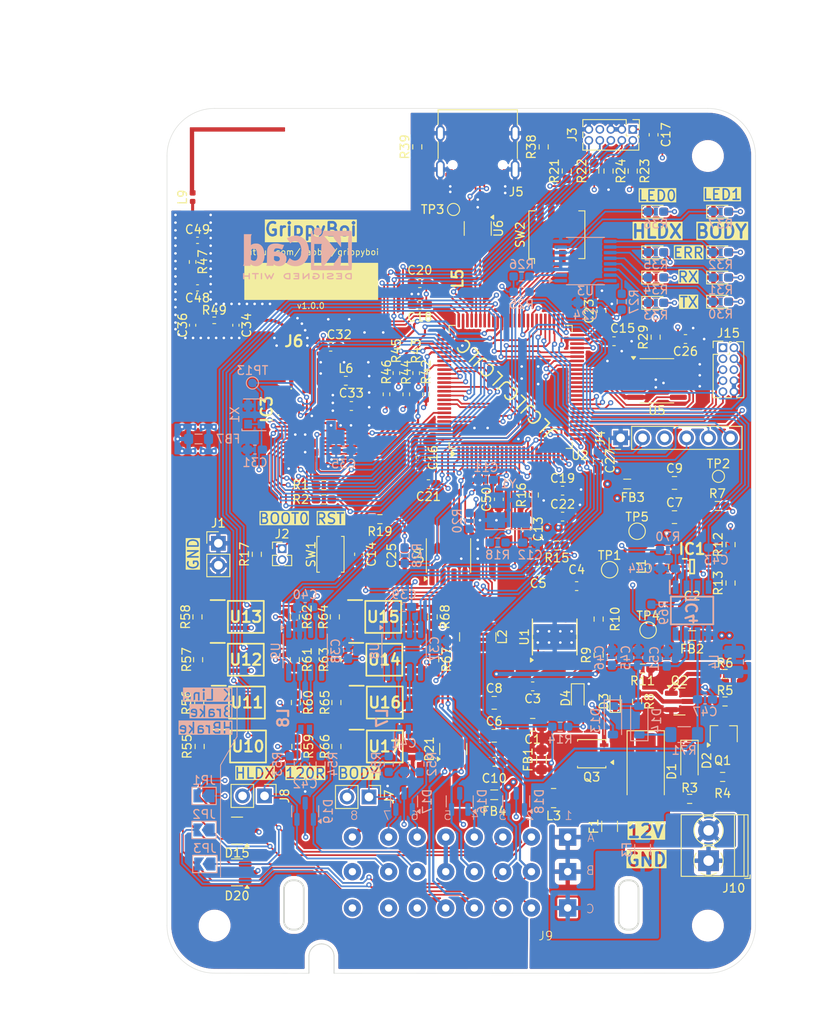
<source format=kicad_pcb>
(kicad_pcb (version 20240108) (generator "pcbnew") (generator_version "8.0")
  (layers (0 "F.Cu" signal) (1 "In1.Cu" signal) (2 "In2.Cu" signal) (31 "B.Cu" signal) (34 "B.Paste" user) (35 "F.Paste" user) (36 "B.SilkS" user "B.Silkscreen") (37 "F.SilkS" user "F.Silkscreen") (38 "B.Mask" user) (39 "F.Mask" user) (44 "Edge.Cuts" user))
  (property "PROJECTNAME" "GrippyBoi")
  (net 0 "")
  (net 2 "GND")
  (net 3 "Net-(U1-EN)")
  (net 4 "Net-(IC1-EN)")
  (net 5 "Net-(U1-VCC)")
  (net 6 "Net-(U1-BOOT)")
  (net 7 "Net-(U1-SW)")
  (net 8 "Net-(C10-Pad2)")
  (net 9 "Net-(C7-Pad1)")
  (net 10 "/MCU/OSC_IN")
  (net 11 "Net-(C12-Pad1)")
  (net 12 "/MCU/VBAT_ADC")
  (net 13 "/MCU/~{NRST}")
  (net 14 "/MCU/VCAP1")
  (net 15 "/MCU/VCAP2")
  (net 16 "+3V3")
  (net 17 "VIO")
  (net 18 "/WiFi and Bluetooth/VIN_LDO")
  (net 20 "Net-(C36-Pad2)")
  (net 21 "+5V")
  (net 22 "Net-(C41-Pad1)")
  (net 23 "Net-(C42-Pad1)")
  (net 24 "/MCU/LIN_TX")
  (net 25 "/MCU/LIN_RX")
  (net 26 "/Signals/VSUP")
  (net 27 "/Connector/HLDX_K_LINE")
  (net 28 "Net-(D1-A)")
  (net 29 "Net-(D1-K)")
  (net 30 "Net-(D2-A)")
  (net 31 "Net-(D3-A)")
  (net 32 "Net-(D4-A)")
  (net 33 "+BATT")
  (net 34 "Net-(D14-K)")
  (net 35 "/Connector/BODY_HANDBRAKE")
  (net 36 "GNDPWR")
  (net 37 "/Connector/BODY_BRAKE_LIGHT_SWITCH")
  (net 38 "/Connector/BODY_K_LINE")
  (net 39 "/CAN PHYs/BODY_CAN_H")
  (net 40 "/CAN PHYs/BODY_CAN_L")
  (net 41 "/Connector/HLDX_HANDBRAKE")
  (net 42 "/Connector/HLDX_BRAKE_LIGHT_SWITCH")
  (net 43 "/CAN PHYs/HLDX_CAN_L")
  (net 44 "/CAN PHYs/HLDX_CAN_H")
  (net 45 "/Connector/USER_INPUT_2")
  (net 46 "/Connector/USER_INPUT_1")
  (net 47 "/Connector/USER_OUTPUT_1")
  (net 48 "/Connector/USER_OUTPUT_2")
  (net 49 "/Connector/USER_BATT")
  (net 50 "VCC")
  (net 51 "VBUS")
  (net 52 "/Power/FB")
  (net 53 "Net-(IC1-PG)")
  (net 54 "/Power/SW")
  (net 55 "/MCU/nRF7002_VDDIO_EN")
  (net 56 "/MCU/SDMMC_D0")
  (net 58 "/MCU/BT_HOST_WAKE")
  (net 60 "/WiFi and Bluetooth/ANT_FEED")
  (net 63 "/WiFi and Bluetooth/GPIO_1")
  (net 64 "/WiFi and Bluetooth/SR_VLX")
  (net 65 "/MCU/SDMMC_D2")
  (net 66 "/MCU/BT_HCI_RTS")
  (net 67 "/MCU/BT_HCI_TX")
  (net 68 "/MCU/BT_HCI_CTS")
  (net 69 "/MCU/I2S2_SDI")
  (net 70 "/MCU/BT_REG_ON")
  (net 71 "/MCU/SDMMC_D1")
  (net 72 "/WiFi and Bluetooth/GPIO_2")
  (net 73 "/MCU/SDMMC_D3")
  (net 74 "/MCU/SDMMC_CMD")
  (net 75 "/MCU/WL_REG_ON")
  (net 76 "/WiFi and Bluetooth/LPO")
  (net 77 "/MCU/SDMMC_CLK")
  (net 78 "/MCU/I2S2_SDO")
  (net 79 "/MCU/BT_DEV_WAKE")
  (net 80 "/MCU/I2S2_WS")
  (net 81 "/MCU/WL_HOST_WAKE")
  (net 82 "/MCU/I2S2_SCK")
  (net 84 "/MCU/BT_HCI_RX")
  (net 85 "/MCU/LIN_EN")
  (net 88 "/MCU/BOOT0")
  (net 90 "/MCU/JTAG_TDO")
  (net 91 "/MCU/JTAG_TDI")
  (net 92 "/MCU/JTAG_~{RST}")
  (net 93 "/MCU/JTAG_TMS")
  (net 94 "/MCU/JTAG_TCK")
  (net 95 "/MCU/DBG_UART_RX")
  (net 96 "/MCU/DBG_UART_CTS")
  (net 97 "/MCU/DBG_UART_RTS")
  (net 99 "/MCU/DBG_UART_TX")
  (net 100 "/USB/CC2")
  (net 101 "/USB/USB_CONN_DN")
  (net 102 "/USB/USB_CONN_DP")
  (net 104 "/USB/CC1")
  (net 106 "Net-(J7-Pin_2)")
  (net 107 "Net-(J8-Pin_2)")
  (net 108 "/Connector/VACANT")
  (net 111 "Net-(Q3-D)")
  (net 112 "Net-(L5-Pad2)")
  (net 113 "Net-(L5-Pad1)")
  (net 114 "/MCU/USB_DN")
  (net 115 "/MCU/USB_DP")
  (net 116 "Net-(U8-CANL)")
  (net 117 "Net-(U8-CANH)")
  (net 118 "Net-(U9-CANH)")
  (net 119 "Net-(U9-CANL)")
  (net 120 "Net-(Q1-B)")
  (net 121 "Net-(Q1-C)")
  (net 122 "Net-(Q2-B)")
  (net 123 "/MCU/MURATA_GPIO1")
  (net 124 "/MCU/MURATA_GPIO2")
  (net 125 "Net-(U1-FB)")
  (net 126 "/MCU/OSC_OUT")
  (net 127 "Net-(U2-VBAT)")
  (net 128 "/MCU/I2C1_SCL")
  (net 129 "/MCU/I2C1_SDA")
  (net 130 "Net-(U3-~{RESET})")
  (net 131 "/MCU/SPI4_~{CS}")
  (net 132 "/MCU/QSPI_~{CS}")
  (net 133 "/MCU/LED_BODY_TX")
  (net 134 "/MCU/LED_BODY_RX")
  (net 135 "/MCU/LED_BODY_ERR")
  (net 136 "/MCU/LED_HLDX_TX")
  (net 137 "/MCU/LED_HLDX_RX")
  (net 138 "/MCU/LED_HLDX_ERR")
  (net 139 "/MCU/LED0")
  (net 140 "/MCU/LED1")
  (net 141 "Net-(R55-Pad2)")
  (net 142 "Net-(R56-Pad2)")
  (net 143 "Net-(R57-Pad2)")
  (net 144 "Net-(R58-Pad2)")
  (net 145 "/MCU/MCU_BODY_HANDBRAKE")
  (net 146 "/MCU/MCU_BODY_BRAKES")
  (net 147 "/MCU/MCU_USER_INPUT_1")
  (net 148 "/MCU/MCU_USER_INPUT_2")
  (net 149 "Net-(R63-Pad2)")
  (net 150 "/MCU/MCU_HLDX_HANDBRAKE")
  (net 151 "/MCU/MCU_HLDX_BRAKES")
  (net 152 "Net-(R64-Pad2)")
  (net 153 "Net-(R65-Pad2)")
  (net 154 "/MCU/MCU_USER_OUTPUT_1")
  (net 155 "Net-(R66-Pad2)")
  (net 156 "/MCU/MCU_USER_OUTPUT_2")
  (net 157 "/MCU/DIP_2")
  (net 158 "/MCU/DIP_4")
  (net 159 "/MCU/DIP_3")
  (net 160 "/MCU/DIP_1")
  (net 161 "/MCU/nRF7002_BUCK_EN")
  (net 162 "/MCU/nRF7002_IRQ")
  (net 164 "/MCU/QSPI_IO2")
  (net 165 "/MCU/QSPI_IO1")
  (net 166 "/MCU/SPI1_SCK")
  (net 167 "/MCU/SPI4_MISO")
  (net 168 "/MCU/QSPI_IO3")
  (net 169 "/CAN PHYs/BODY_CAN_RX")
  (net 170 "/CAN PHYs/HLDX_CAN_S")
  (net 171 "/CAN PHYs/BODY_CAN_TX")
  (net 172 "/CAN PHYs/HLDX_CAN_RX")
  (net 173 "/MCU/SPI1_MISO")
  (net 174 "/MCU/SPI1_MOSI")
  (net 175 "/MCU/SPI4_SCK")
  (net 179 "/MCU/SPI1_~{CS}")
  (net 180 "/MCU/QSPI_SCK")
  (net 181 "/MCU/SPI4_MOSI")
  (net 182 "/CAN PHYs/HLDX_CAN_TX")
  (net 183 "/CAN PHYs/BODY_CAN_S")
  (net 184 "/MCU/QSPI_IO0")
  (net 187 "Net-(AE1-A)")
  (net 188 "Net-(J6-OUT)")
  (net 189 "Net-(C49-Pad2)")
  (net 190 "Net-(D5-A)")
  (net 191 "Net-(D6-A)")
  (net 192 "Net-(D7-A)")
  (net 193 "Net-(D8-A)")
  (net 194 "Net-(D9-A)")
  (net 195 "Net-(D10-A)")
  (net 196 "Net-(D11-A)")
  (net 197 "Net-(D12-A)")
  (footprint "MountingHole:MountingHole_3.2mm_M3" (layer "F.Cu") (at 101.04 137.045)
    (property "Reference" "H4" (hide yes))
    (property "Value" "MountingHole")
  )
  (footprint "Capacitor_SMD:C_0603_1608Metric_Pad1.08x0.95mm_HandSolder" (layer "F.Cu") (at 125.75 86 180)
    (property "Reference" "C21")
    (property "Value" "100n")
  )
  (footprint "G3VM-61VY2:SOP254P700X230-4N" (layer "F.Cu") (at 104.902 116.332)
    (property "Reference" "U10")
    (property "Value" "G3VM-61VY2" (hide yes))
  )
  (footprint "Resistor_SMD:R_0603_1608Metric_Pad0.98x0.95mm_HandSolder" (layer "F.Cu") (at 110.438 111.252 -90)
    (property "Reference" "R60")
    (property "Value" "10k")
  )
  (footprint "Resistor_SMD:R_0603_1608Metric_Pad0.98x0.95mm_HandSolder" (layer "F.Cu") (at 105.918 94.107 90)
    (property "Reference" "R17")
    (property "Value" "4k7")
  )
  (footprint "Capacitor_SMD:C_0603_1608Metric_Pad1.08x0.95mm_HandSolder" (layer "F.Cu") (at 137.0065 91.186 -90)
    (property "Reference" "C13")
    (property "Value" "1u")
  )
  (footprint "Capacitor_SMD:C_0402_1005Metric_Pad0.74x0.62mm_HandSolder" (layer "F.Cu") (at 99.0675 57.8 180)
    (property "Reference" "C49")
    (property "Value" "4p7")
  )
  (footprint "Connector_PinHeader_2.54mm:PinHeader_1x02_P2.54mm_Vertical" (layer "F.Cu") (at 118.877 122.174 -90)
    (property "Reference" "J7")
    (property "Value" "Body 120R")
  )
  (footprint "LED_SMD:LED_0603_1608Metric_Pad1.05x0.95mm_HandSolder" (layer "F.Cu") (at 152.064 59.182)
    (property "Reference" "D10" (hide yes))
    (property "Value" "LED_Small")
  )
  (footprint "Resistor_SMD:R_0603_1608Metric_Pad0.98x0.95mm_HandSolder" (layer "F.Cu") (at 155.9325 122.395)
    (property "Reference" "R3")
    (property "Value" "33k")
  )
  (footprint "Inductor_SMD:L_1008_2520Metric_Pad1.43x2.20mm_HandSolder" (layer "F.Cu") (at 140.208 122.301 180)
    (property "Reference" "L3")
    (property "Value" "LQM2HPN2R2MG0L")
  )
  (footprint "Resistor_SMD:R_0603_1608Metric_Pad0.98x0.95mm_HandSolder" (layer "F.Cu") (at 160.02 107.95 180)
    (property "Reference" "R6")
    (property "Value" "10k")
  )
  (footprint "Fuse:Fuse_1206_3216Metric" (layer "F.Cu") (at 146.685 125.57 90)
    (property "Reference" "F1")
    (property "Value" "Fuse_Small")
  )
  (footprint "Resistor_SMD:R_0603_1608Metric_Pad0.98x0.95mm_HandSolder" (layer "F.Cu") (at 115.114 116.332 -90)
    (property "Reference" "R66")
    (property "Value" "R_Small")
  )
  (footprint "Capacitor_SMD:C_0805_2012Metric_Pad1.18x1.45mm_HandSolder" (layer "F.Cu") (at 154.178 85.852)
    (property "Reference" "C9")
    (property "Value" "22u")
  )
  (footprint "Connector_PinHeader_1.27mm:PinHeader_1x02_P1.27mm_Vertical" (layer "F.Cu") (at 108.839 93.457)
    (property "Reference" "J2")
    (property "Value" "BOOT0")
  )
  (footprint "Resistor_SMD:R_0603_1608Metric_Pad0.98x0.95mm_HandSolder" (layer "F.Cu") (at 146.558 49.784 -90)
    (property "Reference" "R24")
    (property "Value" "100k")
  )
  (footprint "Connector_PinHeader_2.54mm:PinHeader_1x02_P2.54mm_Vertical" (layer "F.Cu") (at 101.473 92.832)
    (property "Reference" "J1")
    (property "Value" "GND")
  )
  (footprint "LED_SMD:LED_0603_1608Metric_Pad1.05x0.95mm_HandSolder" (layer "F.Cu") (at 159.557 62.103)
    (property "Reference" "D6" (hide yes))
    (property "Value" "LED_Small")
  )
  (footprint "Resistor_SMD:R_0603_1608Metric_Pad0.98x0.95mm_HandSolder" (layer "F.Cu") (at 145.415 101.6 90)
    (property "Reference" "R10")
    (property "Value" "24k9")
  )
  (footprint "Resistor_SMD:R_0603_1608Metric_Pad0.98x0.95mm_HandSolder" (layer "F.Cu") (at 126.238 101.346 -90)
    (property "Reference" "R68")
    (property "Value" "10k")
  )
  (footprint "Resistor_SMD:R_0603_1608Metric_Pad0.98x0.95mm_HandSolder" (layer "F.Cu") (at 124.46 46.99 90)
    (property "Reference" "R39")
    (property "Value" "5k1")
  )
  (footprint "MountingHole:MountingHole_3.2mm_M3" (layer "F.Cu") (at 158.04 48.045)
    (property "Reference" "H2" (hide yes))
    (property "Value" "MountingHole")
  )
  (footprint "Package_SO:Texas_HSOP-8-1EP_3.9x4.9mm_P1.27mm_ThermalVias" (layer "F.Cu") (at 140.335 103.665 90)
    (property "Reference" "U1")
    (property "Value" "LMR33630BDDA")
  )
  (footprint "TerminalBlock_Phoenix:TerminalBlock_Phoenix_PT-1,5-2-3.5-H_1x02_P3.50mm_Horizontal" (layer "F.Cu") (at 158.115 129.54 90)
    (property "Reference" "J10")
    (property "Value" "12V in")
  )
  (footprint "Capacitor_SMD:C_0603_1608Metric_Pad1.08x0.95mm_HandSolder" (layer "F.Cu") (at 133.8875 87.75 -90)
    (property "Reference" "C50")
    (property "Value" "100n")
  )
  (footprint "TestPoint:TestPoint_Pad_D1.0mm" (layer "F.Cu") (at 128.651 54.229)
    (property "Reference" "TP3")
    (property "Value" "V_{BUS}")
  )
  (footprint "Resistor_SMD:R_0603_1608Metric_Pad0.98x0.95mm_HandSolder" (layer "F.Cu") (at 159.7425 119.855)
    (property "Reference" "R4")
    (property "Value" "10k")
  )
  (footprint "Resistor_SMD:R_0603_1608Metric_Pad0.98x0.95mm_HandSolder" (layer "F.Cu") (at 113.665 87.757 180)
    (property "Reference" "R2")
    (property "Value" "0")
  )
  (footprint "MCZ1210AH900L2TA0G:MCZ1210AH201L2TA0G" (layer "F.Cu") (at 131.445 62.23 180)
    (property "Reference" "L5")
    (property "Value" "MCZ1210AH900L2TA0G" (hide yes))
  )
  (footprint "Capacitor_SMD:C_0402_1005Metric_Pad0.74x0.62mm_HandSolder" (layer "F.Cu") (at 99.0675 63.3 180)
    (property "Reference" "C48")
    (property "Value" "4p7")
  )
  (footprint "Capacitor_SMD:C_0402_1005Metric_Pad0.74x0.62mm_HandSolder" (layer "F.Cu") (at 98.5 67.6175 90)
    (property "Reference" "C36")
    (property "Value" "4p7")
  )
  (footprint "Package_SO:SOIC-8_3.9x4.9mm_P1.27mm" (layer "F.Cu") (at 128.065 94.25 90)
    (property "Reference" "U4")
    (property "Value" "SST25VF080B-50-4x-S2Ax")
  )
  (footprint "Capacitor_SMD:C_0603_1608Metric_Pad1.08x0.95mm_HandSolder" (layer "F.Cu") (at 141.25 86.75)
    (property "Reference" "C19")
    (property "Value" "100n")
  )
  (footprint "Resistor_SMD:R_0603_1608Metric_Pad0.98x0.95mm_HandSolder" (layer "F.Cu") (at 160.02 111.125)
    (property "Reference" "R5")
    (property "Value" "100k")
  )
  (footprint "Capacitor_SMD:C_0603_1608Metric_Pad1.08x0.95mm_HandSolder" (layer "F.Cu") (at 133.35 118.11 180)
    (property "Reference" "C10")
    (property "Value" "100n")
  )
  (footprint "MM8130-2600RA2:MM81302600RA2" (layer "F.Cu") (at 109.9 73)
    (property "Reference" "J6")
    (property "Value" "MM8130-2600RA2" (hide yes))
  )
  (footprint "Resistor_SMD:R_0402_1005Metric_Pad0.72x0.64mm_HandSolder" (layer "F.Cu") (at 123.19 75.6025 90)
    (property "Reference" "R44")
    (property "Value" "10k")
  )
  (footprint "LBEE5KL1YN-814:LBEE5KL1YN814" (layer "F.Cu") (at 111.475 80.25 -90)
    (property "Reference" "IC3")
    (property "Value" "LBEE5KL1YN-814" (hide yes))
  )
  (footprint "Resistor_SMD:R_0603_1608Metric_Pad0.98x0.95mm_HandSolder" (layer "F.Cu") (at 99.135 106.299 90)
    (property "Reference" "R57")
    (property "Value" "R_Small")
  )
  (footprint "Package_TO_SOT_SMD:SOT-23" (layer "F.Cu") (at 103.632 126.063 180)
    (property "Reference" "D15")
    (property "Value" "PESD2CANFD27V-U")
  )
  (footprint "Capacitor_SMD:C_0603_1608Metric_Pad1.08x0.95mm_HandSolder" (layer "F.Cu") (at 117.729 94.107 -90)
    (property "Reference" "C14")
    (property "Value" "100n")
  )
  (footprint "Capacitor_SMD:C_0805_2012Metric_Pad1.18x1.45mm_HandSolder" (layer "F.Cu") (at 133.35 115.095)
    (property "Reference" "C6")
    (property "Value" "22u")
  )
  (footprint "Capacitor_SMD:C_0402_1005Metric_Pad0.74x0.62mm_HandSolder" (layer "F.Cu") (at 103.5 67.6175 90)
    (property "Reference" "C34")
    (property "Value" "4p7")
  )
  (footprint "Diode_SMD:D_SMB_Handsoldering" (layer "F.Cu") (at 150.8525 119.22 -90)
    (property "Reference" "D1")
    (property "Value" "D")
  )
  (footprint "Inductor_SMD:L_1008_2520Metric_Pad1.43x2.20mm_HandSolder" (layer "F.Cu") (at 152.4 95.5275 90)
    (property "Reference" "L1")
    (property "Value" "DFE252012F-1R0M=P2")
  )
  (footprint "Diode_SMD:D_SOD-523" (layer "F.Cu") (at 147.32 111.125 90)
    (property "Reference" "D3")
    (property "Value" "MM5Z12V")
  )
  (footprint "LED_SMD:LED_0603_1608Metric_Pad1.05x0.95mm_HandSolder" (layer "F.Cu") (at 159.557 59.182)
    (property "Reference" "D7" (hide yes))
    (property "Value" "LED_Small")
  )
  (footprint "G3VM-61VY2:SOP254P700X230-4N" (layer "F.Cu") (at 120.702 111.252)
    (property "Reference" "U16")
    (property "Value" "G3VM-61VY2" (hide yes))
  )
  (footprint "Resistor_SMD:R_0402_1005Metric_Pad0.72x0.64mm_HandSolder" (layer "F.Cu") (at 125.476 75.6025 90)
    (property "Reference" "R42")
    (property "Value" "10k")
  )
  (footprint "Capacitor_SMD:C_0603_1608Metric_Pad1.08x0.95mm_HandSolder" (layer "F.Cu") (at 124.841 82.931 -90)
    (property "Reference" "C16")
    (property "Value" "2u2")
  )
  (footprint "Resistor_SMD:R_0603_1608Metric_Pad0.98x0.95mm_HandSolder" (layer "F.Cu") (at 137.922 87.249 90)
    (property "Reference" "R16")
    (property "Value" "56k")
  )
  (footprint "Package_TO_SOT_SMD:SOT-23" (layer "F.Cu") (at 154.75 111.125)
    (property "Reference" "Q2")
    (property "Value" "BC807")
  )
  (footprint "Resistor_SMD:R_0603_1608Metric_Pad0.98x0.95mm_HandSolder" (layer "F.Cu") (at 159.131 88.519)
    (property "Reference" "R7")
    (property "Value" "10k")
  )
  (footprint "Connector_PinHeader_2.54mm:PinHeader_1x06_P2.54mm_Vertical" (layer "F.Cu") (at 147.955 80.645 90)
    (property "Reference" "J4")
    (property "Value" "Debug")
  )
  (footprint "TestPoint:TestPoint_Pad_D1.5mm" (layer "F.Cu") (at 151.13 102.87)
    (property "Reference" "TP4")
    (property "Value" "5V")
  )
  (footprint "G3VM-61VY2:SOP254P700X230-4N" (layer "F.Cu") (at 104.648 106.299)
    (property "Reference" "U12")
    (property "Value" "G3VM-61VY2" (hide yes))
  )
  (footprint "Package_SO:Vishay_PowerPAK_1212-8_Single" (layer "F.Cu") (at 144.615 117.17 180)
    (property "Reference" "Q3")
    (property "Value" "Si7119DN")
  )
  (footprint "Capacitor_SMD:C_0805_2012Metric_Pad1.18x1.45mm_HandSolder" (layer "F.Cu") (at 137.795 113.825 180)
    (property "Reference" "C1")
    (property "Value" "10u")
  )
  (footprint "Capacitor_SMD:C_0603_1608Metric_Pad1.08x0.95mm_HandSolder" (layer "F.Cu") (at 124.75 65.25 180)
    (property "Reference" "C18")
    (property "Value" "100n")
  )
  (footprint "Resistor_SMD:R_0603_1608Metric_Pad0.98x0.95mm_HandSolder" (layer "F.Cu") (at 160.655 97.4325 90)
    (property "Reference" "R13")
    (property "Value" "100k")
  )
  (footprint "Resistor_SMD:R_0603_1608Metric_Pad0.98x0.95mm_HandSolder" (layer "F.Cu") (at 144.907 49.784 90)
    (property "Reference" "R22")
    (property "Value" "100k")
  )
  (footprint "Capacitor_SMD:C_0603_1608Metric_Pad1.08x0.95mm_HandSolder" (layer "F.Cu") (at 151.765 45.593 -90)
    (property "Reference" "C17")
    (property "Value" "100n")
  )
  (footprint "Resistor_SMD:R_0603_1608Metric_Pad0.98x0.95mm_HandSolder" (layer "F.Cu") (at 115.114 106.299 -90)
    (property "Reference" "R63")
    (property "Value" "R_Small")
  )
  (footprint "Resistor_SMD:R_0603_1608Metric_Pad0.98x0.95mm_HandSolder" (layer "F.Cu") (at 139.065 46.99 90)
    (property "Reference" "R38")
    (property "Value" "5k1")
  )
  (footprint "Inductor_SMD:L_0805_2012Metric_Pad1.05x1.20mm_HandSolder" (layer "F.Cu") (at 133.35 121.92)
    (property "Reference" "FB4")
    (property "Value" "FerriteBead_Small")
  )
  (footprint "Inductor_SMD:L_0805_2012Metric_Pad1.05x1.20mm_HandSolder" (layer "F.Cu") (at 148.717 85.979 180)
    (property "Reference" "FB3")
    (property "Value" "FerriteBead_Small")
  )
  (footprint "Resistor_SMD:R_0603_1608Metric_Pad0.98x0.95mm_HandSolder" (layer "F.Cu") (at 141.732 49.784 90)
    (property "Reference" "R21")
    (property "Value" "100k")
  )
  (footprint "MountingHole:MountingHole_3.2mm_M3" (layer "F.Cu") (at 158.04 137.045)
    (property "Reference" "H3" (hide yes))
    (property "Value" "MountingHole")
  )
  (footprint "Resistor_SMD:R_0603_1608Metric_Pad0.98x0.95mm_HandSolder" (layer "F.Cu") (at 114.935 101.346 -90)
    (property "Reference" "R64")
    (property "Value" "R_Small")
  )
  (footprint "MountingHole:MountingHole_3.2mm_M3" (layer "F.Cu") (at 118.54 48.045)
    (property "Reference" "H1" (hide yes))
    (property "Value" "MountingHole")
  )
  (footprint "Connector_PinHeader_1.27mm:PinHeader_2x05_P1.27mm_Vertical" (layer "F.Cu") (at 149.362 44.968 -90)
    (property "Reference" "J3")
    (property "Value" "JTAG")
  )
  (footprint "Resistor_SMD:R_0603_1608Metric_Pad0.98x0.95mm_HandSolder" (layer "F.Cu") (at 152 69 90)
    (property "Reference" "R29")
    (property "Value" "10k")
  )
  (footprint "Capacitor_SMD:C_0603_1608Metric_Pad1.08x0.95mm_HandSolder" (layer "F.Cu") (at 155.448 69.215 180)
    (property "Reference" "C26")
    (property "Value" "100n")
  )
  (footprint "Package_SO:SOIC-8_3.9x4.9mm_P1.27mm" (layer "F.Cu") (at 152.146 74.041)
    (property "Reference" "U5")
    (property "Value" "APS6404L-3SQR-SN")
  )
  (footprint "Button_Switch_SMD:SW_Push_SPST_NO_Alps_SKRK" (layer "F.Cu") (at 114.427 94.107 90)
    (property "Reference" "SW1")
    (property "Value" "~{RST}")
  )
  (footprint "Connector_PinHeader_2.54mm:PinHeader_1x02_P2.54mm_Vertical" (layer "F.Cu") (at 106.812 122.047 -90)
    (property "Reference" "J8")
    (property "Value" "Hldx 120R")
  )
  (footprint "ecu24:ecu24" (layer "F.Cu") (at 141.84 126.81)
    (property "Reference" "J9")
    (property "Value" "ECU Connector")
    (fp_line (start -29.9 13.8) (end -29.897524 13.680055) (stroke (width 0.1)) (layer "Edge.Cuts"))
    (fp_line (start -29.9 15.75) (end -29.9 13.8) (stroke (width 0.1)) (layer "Edge.Cuts"))
    (fp_line (start -29.897524 13.680055) (end -29.858039 13.443436) (stroke (width 0.1)) (layer "Edge.Cuts"))
    (fp_line (start -29.858039 13.443436) (end -29.780147 13.216544) (stroke (width 0.1)) (layer "Edge.Cuts"))
    (fp_line (start -29.780147 13.216544) (end -29.665971 13.005566) (stroke (width 0.1)) (layer "Edge.Cuts"))
    (fp_line (start -29.665971 13.005566) (end -29.518628 12.816259) (stroke (width 0.1)) (layer "Edge.Cuts"))
    (fp_line (start -29.518628 12.816259) (end -29.342134 12.653786) (stroke (width 0.1)) (layer "Edge.Cuts"))
    (fp_line (start -29.342134 12.653786) (end -29.141306 12.522578) (stroke (width 0.1)) (layer "Edge.Cuts"))
    (fp_line (start -29.141306 12.522578) (end -28.921621 12.426215) (stroke (width 0.1)) (layer "Edge.Cuts"))
    (fp_line (start -28.921621 12.426215) (end -28.689071 12.367325) (stroke (width 0.1)) (layer "Edge.Cuts"))
    (fp_line (start -28.689071 12.367325) (end -28.45 12.347516) (stroke (width 0.1)) (layer "Edge.Cuts"))
    (fp_line (start -28.45 12.347516) (end -28.210929 12.367325) (stroke (width 0.1)) (layer "Edge.Cuts"))
    (fp_line (start -28.210929 12.367325) (end -27.978379 12.426215) (stroke (width 0.1)) (layer "Edge.Cuts"))
    (fp_line (start -27.978379 12.426215) (end -27.758694 12.522578) (stroke (width 0.1)) (layer "Edge.Cuts"))
    (fp_line (start -27.758694 12.522578) (end -27.557866 12.653786) (stroke (width 0.1)) (layer "Edge.Cuts"))
    (fp_line (start -27.557866 12.653786) (end -27.381372 12.816259) (stroke (width 0.1)) (layer "Edge.Cuts"))
    (fp_line (start -27.381372 12.816259) (end -27.234029 13.005566) (stroke (width 0.1)) (layer "Edge.Cuts"))
    (fp_line (start -27.234029 13.005566) (end -27.119853 13.216544) (stroke (width 0.1)) (layer "Edge.Cuts"))
    (fp_line (start -27.119853 13.216544) (end -27.041961 13.443436) (stroke (width 0.1)) (layer "Edge.Cuts"))
    (fp_line (start -27.041961 13.443436) (end -27.002476 13.680055) (stroke (width 0.1)) (layer "Edge.Cuts"))
    (fp_line (start -27.002476 13.680055) (end -27 13.8) (stroke (width 0.1)) (layer "Edge.Cuts"))
    (fp_line (start -27 13.8) (end -27 15.75) (stroke (width 0.1)) (layer "Edge.Cuts"))
    (fp_poly (pts (arc (start -31.78 10.7) (mid -32.487107 10.407107) (end -32.78 9.7)) (arc (start -32.78 6) (mid -32.487107 5.292893) (end -31.78 5)) (arc (start -31.5 5) (mid -30.792893 5.292893) (end -30.5 6)) (arc (start -30.5 9.7) (mid -30.792893 10.407107) (end -31.5 10.7))) (stroke (width 0.2)) (fill none) (layer "Edge.Cuts"))
    (fp_poly (pts (arc (start 6.9 10.7) (mid 6.192893 10.407107) (end 5.9 9.7)) (arc (start 5.9 6) (mid 6.192893 5.292893) (end 6.9 5)) (arc (start 7.18 5) (mid 7.887107 5.292893) (end 8.18 6)) (arc (start 8.18 9.7) (mid 7.887107 10.407107) (end 7.18 10.7))) (stroke (width 0.2)) (fill none) (layer "Edge.Cuts"))
  )
  (footprint "LED_SMD:LED_0603_1608Metric_Pad1.05x0.95mm_HandSolder" (layer "F.Cu") (at 152.064 65.024)
    (property "Reference" "D8" (hide yes))
    (property "Value" "LED_Small")
  )
  (footprint "Button_Switch_SMD:SW_DIP_SPSTx04_Slide_Copal_CHS-04A_W5.08mm_P1.27mm_JPin" (layer "F.Cu") (at 140.589 57.15 90)
    (property "Reference" "SW2")
    (property "Value" "Config")
  )
  (footprint "TPS62A02DRLR:SOTFL50P160X60-6N" (layer "F.Cu") (at 156.21 95.5275)
    (property "Reference" "IC1")
    (property "Value" "TPS62A02DRLR" (hide yes))
  )
  (footprint "Resistor_SMD:R_0603_1608Metric_Pad0.98x0.95mm_HandSolder" (layer "F.Cu") (at 120.142 90.043 180)
    (property "Reference" "R19")
    (property "Value" "10k")
  )
  (footprint "G3VM-61VY2:SOP254P700X230-4N" (layer "F.Cu") (at 104.648 101.346)
    (property "Reference" "U13")
    (property "Value" "G3VM-61VY2" (hide yes))
  )
  (footprint "LED_SMD:LED_0603_1608Metric_Pad1.05x0.95mm_HandSolder" (layer "F.Cu") (at 152.064 54.483)
    (property "Reference" "D11" (hide yes))
    (property "Value" "LED_Small")
  )
  (footprint "Resistor_SMD:R_0603_1608Metric_Pad0.98x0.95mm_HandSolder" (layer "F.Cu") (at 149.86 111.125 -90)
    (property "Reference" "R8")
    (property "Value" "221k")
  )
  (footprint "Capacitor_SMD:C_0603_1608Metric_Pad1.08x0.95mm_HandSolder" (layer "F.Cu") (at 114.45 70.1)
    (property "Reference" "C32")
    (property "Value" "2u2")
  )
  (footprint "LED_SMD:LED_0603_1608Metric_Pad1.05x0.95mm_HandSolder" (layer "F.Cu") (at 152.064 62.103)
    (property "Reference" "D9" (hide yes))
    (property "Value" "LED_Small")
  )
  (footprint "LED_SMD:LED_0603_1608Metric_Pad1.05x0.95mm_HandSolder" (layer "F.Cu") (at 159.557 64.897)
    (property "Reference" "D5" (hide yes))
    (property "Value" "LED_Small")
  )
  (footprint "Resistor_SMD:R_0603_1608Metric_Pad0.98x0.95mm_HandSolder" (layer "F.Cu") (at 99.262 111.252 90)
    (property "Reference" "R56")
    (property "Value" "R_Small")
  )
  (footprint "Capacitor_SMD:C_0805_2012Metric_Pad1.18x1.45mm_HandSolder" (layer "F.Cu") (at 154.178 89.8125)
    (property "Reference" "C7")
    (property "Value" "22u")
  )
  (footprint "TestPoint:TestPoint_Pad_D1.5mm" (layer "F.Cu") (at 149.86 91.44)
    (property "Reference" "TP5")
    (property "Value" "3v3")
  )
  (footprint "Inductor_SMD:L_0805_2012Metric_Pad1.05x1.20mm_HandSolder" (layer "F.Cu") (at 156.21 103.505 180)
    (property "Reference" "FB2")
    (property "Value" "FerriteBead_Small")
  )
  (footprint "LED_SMD:LED_0603_1608Metric_Pad1.05x0.95mm_HandSolder" (layer "F.Cu") (at 143.002 110.744 -90)
    (property "Reference" "D4")
    (property "Value" "LED_Small")
  )
  (footprint "Resistor_SMD:R_0603_1608Metric_Pad0.98x0.95mm_HandSolder" (layer "F.Cu") (at 110.311 106.299 -90)
    (property "Reference" "R61")
    (property "Value" "10k")
  )
  (footprint "Inductor_SMD:L_0603_1608Metric_Pad1.05x0.95mm_HandSolder" (layer "F.Cu") (at 116.205 74.041)
    (property "Reference" "L6")
    (property "Value" "LQM18PN2R2MGH ")
  )
  (footprint "Capacitor_SMD:C_0603_1608Metric_Pad1.08x0.95mm_HandSolder" (layer "F.Cu") (at 145.75 66 90)
    (property "Reference" "C23")
    (property "Value" "100n")
  )
  (footprint "Resistor_SMD:R_0402_1005Metric_Pad0.72x0.64mm_HandSolder" (layer "F.Cu") (at 101 67.05)
    (property "Reference" "R49")
    (property "Value" "0")
  )
  (footprint "Resistor_SMD:R_0402_1005Metric_Pad0.72x0.64mm_HandSolder" (layer "F.Cu") (at 120.904 75.6025 90)
    (property "Reference" "R46")
    (property "Value" "10k")
  )
  (footprint "Package_TO_SOT_SMD:TSOT-23" (layer "F.Cu") (at 159.85 114.8825 90)
    (property "Reference" "Q1")
    (property "Value" "STR1550")
  )
  (footprint "Resistor_SMD:R_0603_1608Metric_Pad0.98x0.95mm_HandSolder" (layer "F.Cu") (at 99.314 116.332 90)
    (property "Reference" "R55")
    (property "Value" "R_Small")
  )
  (footprint "Resistor_SMD:R_0603_1608Metric_Pad0.98x0.95mm_HandSolder" (layer "F.Cu") (at 145.415 105.7675 90)
    (property "Reference" "R9")
    (property "Value" "100k")
  )
  (footprint "Inductor_SMD:L_Wuerth_MAPI-4020" (layer "F.Cu") (at 131.445 103.665 -90)
    (property "Reference" "L2")
    (property "Value" "74438356022")
  )
  (footprint "TestPoint:TestPoint_Pad_D1.0mm" (layer "F.Cu") (at 159.258 85.09)
    (property "Reference" "TP2")
    (property "Value" "3v3 PG")
  )
  (footprint "G3VM-61VY2:SOP254P700X230-4N" (layer "F.Cu") (at 120.702 116.332)
    (property "Reference" "U17")
    (property "Value" "G3VM-61VY2" (hide yes))
  )
  (footprint "Resistor_SMD:R_0603_1608Metric_Pad0.98x0.95mm_HandSolder" (layer "F.Cu") (at 140.589 93.091 180)
    (property "Reference" "R15")
    (property "Value" "220k")
  )
  (footprint "Capacitor_SMD:C_0603_1608Metric_Pad1.08x0.95mm_HandSolder" (layer "F.Cu") (at 147.193 69.469)
    (property "Reference" "C15")
    (property "Value" "2u2")
  )
  (footprint "Resistor_SMD:R_0603_1608Metric_Pad0.98x0.95mm_HandSolder" (layer "F.Cu") (at 150.495 107.315 180)
    (property "Reference" "R11")
    (property "Value" "22k")
  )
  (footprint "Inductor_SMD:L_0402_1005Metric" (layer "F.Cu") (at 98.5 52.815 90)
    (property "Reference" "L9")
    (property "Value" "LQW15AN2N4B00D")
  )
  (footprint "Package_TO_SOT_SMD:SOT-23-6" (layer "F.Cu") (at 131.445 56.4275 -90)
    (property "Reference" "U6")
    (property "Value" "USBLC6-2SC6")
  )
  (footprint "Resistor_SMD:R_0603_1608Metric_Pad0.98x0.95mm_HandSolder" (layer "F.Cu") (at 99.06 101.346 90)
    (property "Reference" "R58")
    (property "Value" "R_Small")
  )
  (footprint "G3VM-61VY2:SOP254P700X230-4N" (layer "F.Cu") (at 120.65 106.299)
    (property "Reference" "U14")
    (property "Value" "G3VM-61VY2" (hide yes))
  )
  (footprint "Capacitor_SMD:C_0603_1608Metric_Pad1.08x0.95mm_HandSolder" (layer "F.Cu") (at 141.25 89.75)
    (property "Reference" "C22")
    (property "Value" "100n")
  )
  (footprint "Resistor_SMD:R_0603_1608Metric_Pad0.98x0.95mm_HandSolder" (layer "F.Cu") (at 126.417 106.299 -90)
    (property "Reference" "R67")
    (property "Value" "10k")
  )
  (footprint "LED_SMD:LED_0603_1608Metric_Pad1.05x0.95mm_HandSolder" (layer "F.Cu") (at 159.557 54.483)
    (property "Reference" "D12" (hide yes))
    (property "Value" "LED_Small")
  )
  (footprint "Package_QFP:LQFP-100_14x14mm_P0.5mm" (layer "F.Cu") (at 135.25 74.75 90)
    (property "Reference" "U2")
    (property "Value" "STM32H573VITx")
  )
  (footprint "Resistor_SMD:R_0402_1005Metric_Pad0.72x0.64mm_HandSolder" (layer "F.Cu") (at 124.333 73.152 90)
    (property "Reference" "R43")
    (property "Value" "10k")
  )
  (footprint "G3VM-61VY2:SOP254P700X230-4N" (layer "F.Cu") (at 120.523 101.346)
    (property "Reference" "U15")
    (property "Value" "G3VM-61VY2" (hide yes))
  )
  (footprint "Resistor_SMD:R_0603_1608Metric_Pad0.98x0.95mm_HandSolder" (layer "F.Cu") (at 160.655 92.9875 90)
    (property "Reference" "R12")
    (property "Value" "453k")
  )
  (footprint "Resistor_SMD:R_0402_1005Metric_Pad0.72x0.64mm_HandSolder" (layer "F.Cu") (at 122.047 73.152 90)
    (property "Reference" "R45")
    (property "Value" "10k")
  )
  (footprint "Connector_USB:USB_C_Receptacle_G-Switch_GT-USB-7010ASV" (layer "F.Cu") (at 131.445 46.482 180)
    (property "Reference" "J5")
    (property "Value" "USB")
  )
  (footprint "Connector_PinHeader_1.27mm:PinHeader_2x05_P1.27mm_Vertical" (layer "F.Cu") (at 159.776 70.221)
    (property "Reference" "J15")
    (property "Value" "nRF7002 Ext")
  )
  (footprint "Resistor_SMD:R_0603_1608Metric_Pad0.98x0.95mm_HandSolder" (layer "F.Cu") (at 115.114 111.252 -90)
    (property "Reference" "R65")
    (property "Value" "R_Small")
  )
  (footprint "Resistor_SMD:R_0603_1608Metric_Pad0.98x0.95mm_HandSolder" (layer "F.Cu") (at 149.352 49.784 90)
    (property "Reference" "R23")
    (property "Value" "100k")
  )
  (footprint "Capacitor_SMD:C_0805_2012Metric_Pad1.18x1.45mm_HandSolder" (layer "F.Cu") (at 133.35 111.285)
    (property "Reference" "C8")
    (property "Value" "22u")
  )
  (footprint "1yn_antenna:1YN_ANTENNA" (layer "F.Cu") (at 98.373 52.3624)
    (property "Reference" "AE1" (hide yes))
    (property "Value" "type1YN-antenna-p2ml4452-1")
  )
  (footprint "Resistor_SMD:R_0603_1608Metric_Pad0.98x0.95mm_HandSolder" (layer "F.Cu") (at 110.311 101.346 -90)
    (property "Reference" "R62")
    (property "Value" "10k")
  )
  (footprint "Capacitor_SMD:C_0603_1608Metric_Pad1.08x0.95mm_HandSolder" (layer "F.Cu") (at 137.795 109.38 180)
    (property "Reference" "C3")
    (property "Value" "220n")
  )
  (footprint "Capacitor_SMD:C_0603_1608Metric_Pad1.08x0.95mm_HandSolder" (layer "F.Cu") (at 116.84 76.962 180)
    (property "Reference" "C33")
    (property "Value" "4u7")
  )
  (footprint "Capacitor_SMD:C_0603_1608Metric_Pad1.08x0.95mm_HandSolder" (layer "F.Cu") (at 138.43 96.045 180)
    (property "Reference" "C5")
    (property "Value" "100n")
  )
  (footprint "Capacitor_SMD:C_0603_1608Metric_Pad1.08x0.95mm_HandSolder" (layer "F.Cu") (at 124.75 62.75 180)
    (property "Reference" "C20")
    (property "Value" "100n")
  )
  (footprint "Capacitor_SMD:C_0603_1608Metric_Pad1.08x0.95mm_HandSolder" (layer "F.Cu") (at 123 94.25 90)
    (property "Reference" "C25")
    (property "Value" "100n")
  )
  (footprint "G3VM-61VY2:SOP254P700X230-4N" (layer "F.Cu") (at 104.775 111.252)
    (property "Reference" "U11")
    (property "Value" "G3VM-61VY2" (hide yes))
  )
  (footprint "Resistor_SMD:R_0603_1608Metric_Pad0.98x0.95mm_HandSolder" (layer "F.Cu") (at 113.665 86.106)
    (property "Reference" "R1")
    (property "Value" "0")
  )
  (footprint "Capacitor_SMD:C_0603_1608Metric_Pad1.08x0.95mm_HandSolder" (layer "F.Cu") (at 142.875 97.79)
    (property "Reference" "C4")
    (property "Value" "1u")
  )
  (footprint "TestPoint:TestPoint_Pad_D1.5mm" (layer "F.Cu") (at 146.685 95.885)
    (property "Reference" "TP1")
    (property "Value" "VCC")
  )
  (footprint "Inductor_SMD:L_0805_2012Metric_Pad1.05x1.20mm_HandSolder" (layer "F.Cu") (at 138.811 117.856 90)
    (property "Reference" "FB1")
    (property "Value" "FerriteBead_Small")
  )
  (footprint "Diode_SMD:D_SOD-123" (layer "F.Cu") (at 155.91 117.9725 -90)
    (property "Reference" "D2")
    (property "Value" "33V")
  )
  (footprint "Package_TO_SOT_SMD:SOT-23" (layer "F.Cu") (at 128.6115 116.6255 90)
    (property "Reference" "D21")
    (property "Value" "PESD2CANFD27V-U")
  )
  (footprint "Package_TO_SOT_SMD:SOT-23" (layer "F.Cu") (at 103.632 130.889 180)
    (property "Reference" "D20")
    (property "Value" "PESD2CANFD27V-U")
  )
  (footprint "Capacitor_SMD:C_0805_2012Metric_Pad1.18x1.45mm_HandSolder" (layer "F.Cu") (at 156.21 100.6075)
    (property "Reference" "C2")
    (property "Value" "10u")
  )
  (footprint "Resistor_SMD:R_0402_1005Metric_Pad0.72x0.64mm_HandSolder" (layer "F.Cu") (at 98.5 60.3 -90)
    (property "Reference" "R47")
    (property "Value" "0")
  )
  (footprint "Resistor_SMD:R_0603_1608Metric_Pad0.98x0.95mm_HandSolder" (layer "F.Cu") (at 110.49 116.332 -90)
    (property "Reference" "R59")
    (property "Value" "10k")
  )
  (footprint "Capacitor_SMD:C_0603_1608Metric_Pad1.08x0.95mm_HandSolder" (layer "F.Cu") (at 145.3145 83.312 -90)
    (property "Reference" "C27")
    (property "Value" "100n")
  )
  (footprint "Resistor_SMD:R_0603_1608Metric_Pad0.98x0.95mm_HandSolder" (layer "B.Cu") (at 136.5015 63.754)
    (property "Reference" "R25")
    (property "Value" "4k7")
  )
  (footprint "Package_TO_SOT_SMD:SOT-23" (layer "B.Cu") (at 111.506 123.825 90)
    (property "Reference" "D19")
    (property "Value" "PESD2CANFD27V-U")
  )
  (footprint "Capacitor_SMD:C_0603_1608Metric_Pad1.08x0.95mm_HandSolder" (layer "B.Cu") (at 111.506 100.203 180)
    (property "Reference" "C40")
    (property "Value" "100n")
  )
  (footprint "Jumper:SolderJumper-2_P1.3mm_Open_TrianglePad1.0x1.5mm" (layer "B.Cu") (at 99.822 122.047 180)
    (property "Reference" "JP1")
    (property "Value" "K Line")
  )
  (footprint "Resistor_SMD:R_0603_1608Metric_Pad0.98x0.95mm_HandSolder" (layer "B.Cu") (at 153.416 93.599)
    (property "Reference" "R70")
    (property "Value" "10k")
  )
  (footprint "Resistor_SMD:R_0603_1608Metric_Pad0.98x0.95mm_HandSolder" (layer "B.Cu") (at 159.512 59.182)
    (property "Reference" "R32")
    (property "Value" "R_Small")
  )
  (footprint "Resistor_SMD:R_0603_1608Metric_Pad0.98x0.95mm_HandSolder" (layer "B.Cu") (at 140.97 114.046)
    (property "Reference" "R14")
    (property "Value" "R_Small")
  )
  (footprint "Resistor_SMD:R_0603_1608Metric_Pad0.98x0.95mm_HandSolder" (layer "B.Cu") (at 152.019 65.024)
    (property "Reference" "R33")
    (property "Value" "R_Small")
  )
  (footprint "Resistor_SMD:R_0603_1608Metric_Pad0.98x0.95mm_HandSolder" (layer "B.Cu") (at 130.5 90.25 -90)
    (property "Reference" "R20")
    (property "Value" "10k")
  )
  (footprint "Capacitor_SMD:C_0603_1608Metric_Pad1.08x0.95mm_HandSolder" (layer "B.Cu") (at 122.936 100.203 180)
    (property "Reference" "C39")
    (property "Value" "100n")
  )
  (footprint "Oscillator:Oscillator_SMD_EuroQuartz_XO32-4Pin_3.2x2.5mm" (layer "B.Cu") (at 105.684 77.978)
    (property "Reference" "X1")
    (property "Value" "32.768kHz")
  )
  (footprint "Resistor_SMD:R_0603_1608Metric_Pad0.98x0.95mm_HandSolder" (layer "B.Cu") (at 113.284 118.364 90)
    (property "Reference" "R54")
    (property "Value" "60")
  )
  (footprint "Resistor_SMD:R_0603_1608Metric_Pad0.98x0.95mm_HandSolder" (layer "B.Cu") (at 148.082 64.897 90)
    (property "Reference" "R27")
    (property "Value" "4k7")
  )
  (footprint "Package_SO:SOIC-8_3.9x4.9mm_P1.27mm" (layer "B.Cu") (at 122.936 105.283 -90)
    (property "Reference" "U8")
    (property "Value" "TJA1051T-3")
  )
  (footprint "Jumper:SolderJumper-2_P1.3mm_Open_TrianglePad1.0x1.5mm" (layer "B.Cu") (at 99.912 129.921 180)
    (property "Reference" "JP3")
    (property "Value" "Handbrake")
  )
  (footprint "Capacitor_SMD:C_0603_1608Metric_Pad1.08x0.95mm_HandSolder" (layer "B.Cu") (at 137.5 92.75)
    (property "Reference" "C12")
    (property "Value" "22p")
  )
  (footprint "Resistor_SMD:R_0603_1608Metric_Pad0.98x0.95mm_HandSolder" (layer "B.Cu") (at 121.158 118.364 -90)
    (property "Reference" "R51")
    (property "Value" "60")
  )
  (footprint "Capacitor_SMD:C_0603_1608Metric_Pad1.08x0.95mm_HandSolder" (layer "B.Cu") (at 146.939 106.0685 -90)
    (property "Reference" "C46")
    (property "Value" "10u")
  )
  (footprint "Capacitor_SMD:C_0603_1608Metric_Pad1.08x0.95mm_HandSolder" (layer "B.Cu") (at 153.416 95.758 180)
    (property "Reference" "C44")
    (property "Value" "15p")
  )
  (footprint "Package_SO:TSSOP-16_4.4x5mm_P0.65mm" (layer "B.Cu") (at 143.891 60.198)
    (property "Reference" "U3")
    (property "Value" "PCA9557PW")
  )
  (footprint "Inductor_SMD:L_1008_2520Metric_Pad1.43x2.20mm_HandSolder" (layer "B.Cu") (at 161.036 106.553 90)
    (property "Reference" "L4")
    (property "Value" "LQM2HPN2R2MG0L")
  )
  (footprint "Resistor_SMD:R_1206_3216Metric_Pad1.30x1.75mm_HandSolder" (layer "B.Cu") (at 155.295 114.9585)
    (property "Reference" "R71")
    (property "Value" "1k")
  )
  (footprint "Inductor_SMD:L_0805_2012Metric_Pad1.05x1.20mm_HandSolder" (layer "B.Cu") (at 99.187 80.772)
    (property "Reference" "FB7")
    (property "Value" "FerriteBead_Small")
  )
  (footprint "Resistor_SMD:R_0603_1608Metric_Pad0.98x0.95mm_HandSolder" (layer "B.Cu") (at 133.75 92.75)
    (property "Reference" "R18")
    (property "Value" "0")
  )
  (footprint "Capacitor_SMD:C_0603_1608Metric_Pad1.08x0.95mm_HandSolder" (layer "B.Cu") (at 116.459 105.283 -90)
    (property "Reference" "C38")
    (property "Value" "100n")
  )
  (footprint "Resistor_SMD:R_0603_1608Metric_Pad0.98x0.95mm_HandSolder" (layer "B.Cu") (at 109.728 118.364 -90)
    (property "Reference" "R53")
    (property "Value" "60")
  )
  (footprint "Package_TO_SOT_SMD:SOT-23" (layer "B.Cu") (at 135.89 122.682 90)
    (property "Reference" "D18")
    (property "Value" "PESD2CANFD27V-U")
  )
  (footprint "Capacitor_SMD:C_0603_1608Metric_Pad1.08x0.95mm_HandSolder" (layer "B.Cu") (at 132.3875 85.5 180)
    (property "Reference" "C11")
    (property "Value" "22p")
  )
  (footprint "Resistor_SMD:R_0603_1608Metric_Pad0.98x0.95mm_HandSolder" (layer "B.Cu") (at 159.512 62.103)
    (property "Reference" "R31")
    (property "Value" "R_Small")
  )
  (footprint "Resistor_SMD:R_0603_1608Metric_Pad0.98x0.95mm_HandSolder" (layer "B.Cu") (at 136.5015 61.976)
    (property "Reference" "R26")
    (property "Value" "4k7")
  )
  (footprint "Capacitor_SMD:C_0603_1608Metric_Pad1.08x0.95mm_HandSolder" (layer "B.Cu") (at 111.506 118.364 -90)
    (property "Reference" "C42")
    (property "Value" "C_Small")
  )
  (footprint "Jumper:SolderJumper-2_P1.3mm_Open_TrianglePad1.0x1.5mm" (layer "B.Cu") (at 99.822 125.984 180)
    (property "Reference" "JP2")
    (property "Value" "Brake Light")
  )
  (footprint "Resistor_SMD:R_0603_1608Metric_Pad0.98x0.95mm_HandSolder" (layer "B.Cu") (at 152.019 59.182)
    (property "Reference" "R35")
    (property "Value" "R_Small")
  )
  (footprint "Resistor_SMD:R_0603_1608Metric_Pad0.98x0.95mm_HandSolder" (layer "B.Cu") (at 159.512 54.483)
    (property "Reference" "R37")
    (property "Value" "R_Small")
  )
  (footprint "TestPoint:TestPoint_Pad_D1.0mm" (layer "B.Cu") (at 105.41 74.295 180)
    (property "Reference" "TP13")
    (property "Value" "LPO")
  )
  (footprint "Fuse:Fuse_1206_3216Metric" (layer "B.Cu") (at 150.495 128.27 -90)
    (property "Reference" "F3")
    (property "Value" "500mA")
  )
  (footprint "Capacitor_SMD:C_0603_1608Metric_Pad1.08x0.95mm_HandSolder" (layer "B.Cu") (at 122.936 118.364 -90)
    (property "Reference" "C41")
    (property "Value" "C_Small")
  )
  (footprint "Capacitor_SMD:C_0603_1608Metric_Pad1.08x0.95mm_HandSolder" (layer "B.Cu") (at 157.7075 110.8945)
    (property "Reference" "C47")
    (property "Value" "220p")
  )
  (footprint "Resistor_SMD:R_0603_1608Metric_Pad0.98x0.95mm_HandSolder" (layer "B.Cu") (at 152.019 54.483)
    (property "Reference" "R36")
    (property "Value" "R_Small")
  )
  (footprint "Resistor_SMD:R_0603_1608Metric_Pad0.98x0.95mm_HandSolder" (layer "B.Cu") (at 152.019 62.103)
    (property "Reference" "R34")
    (property "Value" "R_Small")
  )
  (footprint "Capacitor_SMD:C_0603_1608Metric_Pad1.08x0.95mm_HandSolder" (layer "B.Cu") (at 105.7 82 180)
    (property "Reference" "C31")
    (property "Value" "100n")
  )
  (footprint "Capacitor_SMD:C_0603_1608Metric_Pad1.08x0.95mm_HandSolder" (layer "B.Cu") (at 149.987 106.0685 -90)
    (property "Reference" "C45")
    (property "Value" "100n")
  )
  (footprint "DLW31SH222SQ2:DLW31SH222SQ2L" (layer "B.Cu") (at 111.506 113.03 -90)
    (property "Reference" "L8")
    (property "Value" "DLW31SH222SQ2" (hide yes))
  )
  (footprint "Crystal:Crystal_SMD_3225-4Pin_3.2x2.5mm_HandSoldering" (layer "B.Cu") (at 135 89 180)
    (property "Reference" "Y1")
    (property "Value" "25MHz")
  )
  (footprint "Resistor_SMD:R_0603_1608Metric_Pad0.98x0.95mm_HandSolder" (layer "B.Cu") (at 159.512 64.897)
    (property "Reference" "R30")
    (property "Value" "R_Small")
  )
  (footprint "Capacitor_SMD:C_0603_1608Metric_Pad1.08x0.95mm_HandSolder" (layer "B.Cu") (at 143.891 65.024)
    (property "Reference" "C24")
    (property "Value" "100n")
  )
  (footprint "DLW31SH222SQ2:DLW31SH222SQ2L" (layer "B.Cu") (at 122.936 113.03 -90)
    (property "Reference" "L7")
    (property "Value" "DLW31SH222SQ2" (hide yes))
  )
  (footprint "Package_TO_SOT_SMD:SOT-23" (layer "B.Cu") (at 129.365 122.682 90)
    (property "Reference" "D16")
    (property "Value" "PESD2CANFD27V-U")
  )
  (footprint "Capacitor_SMD:C_0603_1608Metric_Pad1.08x0.95mm_HandSolder" (layer "B.Cu") (at 115.95 82.1)
    (property "Reference" "C35")
    (property "Value" "4u7")
  )
  (footprint "TLIN1027DRQ1:SOIC127P600X175-8N" (layer "B.Cu") (at 156.21 100.6075 -90)
    (property "Reference" "IC4")
    (property "Value" "TLIN1027DRQ1" (hide yes))
  )
  (footprint "Diode_SMD:D_SOD-123" (layer "B.Cu") (at 150.114 113.3075 90)
    (property "Reference" "D14")
    (property "Value" "1N4148W")
  )
  (footprint "Package_SO:SOIC-8_3.9x4.9mm_P1.27mm" (layer "B.Cu") (at 111.506 105.283 -90)
    (property "Reference" "U9")
    (property "Value" "TJA1051T-3")
  )
  (footprint "Resistor_SMD:R_0603_1608Metric_Pad0.98x0.95mm_HandSolder" (layer "B.Cu") (at 151.511 100.838 90)
    (property "Reference" "R69")
    (property "Value" "10k")
  )
  (footprint "Package_TO_SOT_SMD:SOT-23" (layer "B.Cu") (at 122.936 122.682 90)
    (property "Reference" "D17")
    (property "Value" "PESD2CANFD27V-U")
  )
  (footprint "Capacitor_SMD:C_0603_1608Metric_Pad1.08x0.95mm_HandSolder" (layer "B.Cu") (at 153.289 106.172 -90)
    (property "Reference" "C51")
    (property "Value" "100n")
  )
  (footprint "Resistor_SMD:R_0603_1608Metric_Pad0.98x0.95mm_HandSolder" (layer "B.Cu") (at 124.714 118.364 90)
    (property "Reference" "R52")
    (property "Value" "60")
  )
  (footprint "Diode_SMD:D_SOD-123" (layer "B.Cu") (at 147.066 113.3075 -90)
    (property "Reference" "D13")
    (property "Value" "1N4148W")
  )
  (footprint "Resistor_SMD:R_0603_1608Metric_Pad0.98x0.95mm_HandSolder" (layer "B.Cu") (at 123 94.25 90)
    (property "Reference" "R28")
    (property "Value" "10k")
  )
  (footprint "Capacitor_SMD:C_0603_1608Metric_Pad1.08x0.95mm_HandSolder" (layer "B.Cu") (at 127.889 105.029 -90)
    (property "Reference" "C37")
    (property "Value" "100n")
  )
  (footprint "Capacitor_SMD:C_0603_1608Metric_Pad1.08x0.95mm_HandSolder" (layer "B.Cu") (at 159.004 93.345)
    (property "Reference" "C43")
    (property "Value" "15p")
  )
  (footprint "Symbol:KiCad-Logo2_5mm_SilkScreen" (layer "B.Cu") (at 110.617 59.309 180)
    (property "Reference" "REF**" (hide yes))
    (property "Value" "KiCad-Logo2_5mm_SilkScreen" (hide yes))
  )
  (gr_line (start 103.632 109.474) (end 103.632 114.935) (stroke (width 0.1)) (layer "B.SilkS"))
  (gr_line (start 103.632 114.935) (end 103.632 115.189) (stroke (width 0.1)) (layer "B.SilkS"))
  (gr_line (start 103.632 115.189) (end 101.727 118.491) (stroke (width 0.1)) (layer "B.SilkS"))
  (gr_line (start 101.727 118.491) (end 101.727 131.445) (stroke (width 0.1)) (layer "B.SilkS"))
  (gr_rect (start 104.521 60.452) (end 119.888 64.643) (stroke (width 0.1)) (fill solid) (layer "F.SilkS"))
  (gr_arc (start 163.54 137.045) (mid 161.929087 140.934087) (end 158.04 142.545) (stroke (width 0.05)) (layer "Edge.Cuts"))
  (gr_line (start 95.54 137.045) (end 95.54 48.045) (stroke (width 0.05)) (layer "Edge.Cuts"))
  (gr_line (start 111.94 142.56) (end 101.04 142.545) (stroke (width 0.05)) (layer "Edge.Cuts"))
  (gr_arc (start 101.04 142.545) (mid 97.150913 140.934087) (end 95.54 137.045) (stroke (width 0.05)) (layer "Edge.Cuts"))
  (gr_arc (start 158.04 42.545) (mid 161.929087 44.155913) (end 163.54 48.045) (stroke (width 0.05)) (layer "Edge.Cuts"))
  (gr_line (start 114.84 142.56) (end 158.04 142.545) (stroke (width 0.05)) (layer "Edge.Cuts"))
  (gr_arc (start 95.54 48.045) (mid 97.150913 44.155913) (end 101.04 42.545) (stroke (width 0.05)) (layer "Edge.Cuts"))
  (gr_line (start 101.04 42.545) (end 158.04 42.545) (stroke (width 0.05)) (layer "Edge.Cuts"))
  (gr_line (start 163.54 48.045) (end 163.54 137.045) (stroke (width 0.05)) (layer "Edge.Cuts"))
  (gr_text "Brake" (at 103.290098 113.00797 0) (layer "B.SilkS" knockout) (effects (font (size 1.2 1.2) (thickness 0.1875)) (justify left bottom mirror)))
  (gr_text "HBrake" (at 103.283669 114.906543 0) (layer "B.SilkS" knockout) (effects (font (size 1.2 1.2) (thickness 0.1875)) (justify left bottom mirror)))
  (gr_text "K Line" (at 103.280527 111.093399 0) (layer "B.SilkS" knockout) (effects (font (size 1.2 1.2) (thickness 0.1875)) (justify left bottom mirror)))
  (gr_text "BODY" (at 156.464 57.658 0) (layer "F.SilkS" knockout) (effects (font (size 1.5 1.5) (thickness 0.3) (bold yes)) (justify left bottom)))
  (gr_text "HLDX" (at 149.098 57.658 0) (layer "F.SilkS" knockout) (effects (font (size 1.5 1.5) (thickness 0.3) (bold yes)) (justify left bottom)))
  (gr_text "GrippyBoi" (at 106.68 57.404 0) (layer "F.SilkS" knockout) (effects (font (size 1.5 1.5) (thickness 0.3) (bold yes)) (justify left bottom)))
  (gr_text "TX" (at 154.686 65.659 0) (layer "F.SilkS" knockout) (effects (font (size 1.2 1.2) (thickness 0.1875)) (justify left bottom)))
  (gr_text "JLCJLCJLCJLC" (at 141.016263 79.942521 135) (layer "F.SilkS") (effects (font (size 1.5 1.5) (thickness 0.1875)) (justify left bottom)))
  (gr_text "BODY" (at 115.189 120.142 0) (layer "F.SilkS" knockout) (effects (font (size 1.2 1.2) (thickness 0.1875)) (justify left bottom)))
  (gr_text "LED0" (at 149.86 53.34 0) (layer "F.SilkS" knockout) (effects (font (size 1.2 1.2) (thickness 0.1875)) (justify left bottom)))
  (gr_text "12V" (at 148.59 127 0) (layer "F.SilkS" knockout) (effects (font (size 1.5 1.5) (thickness 0.3) (bold yes)) (justify left bottom)))
  (gr_text "HLDX" (at 103.251 120.142 0) (layer "F.SilkS" knockout) (effects (font (size 1.2 1.2) (thickness 0.1875)) (justify left bottom)))
  (gr_text "v1.0.0" (at 110.49 65.786 0) (layer "F.SilkS") (effects (font (size 0.7 0.7) (thickness 0.1)) (justify left bottom)))
  (gr_text "120R" (at 109.093 120.142 0) (layer "F.SilkS" knockout) (effects (font (size 1.2 1.2) (thickness 0.1875)) (justify left bottom)))
  (gr_text "GND" (at 148.463 130.302 0) (layer "F.SilkS" knockout) (effects (font (size 1.5 1.5) (thickness 0.3) (bold yes)) (justify left bottom)))
  (gr_text "GND" (at 99.282402 96.012 90) (layer "F.SilkS" knockout) (effects (font (size 1.2 1.2) (thickness 0.1875)) (justify left bottom)))
  (gr_text "RST" (at 112.649 90.678 0) (layer "F.SilkS" knockout) (effects (font (size 1.2 1.2) (thickness 0.1875)) (justify left bottom)))
  (gr_text "ERR" (at 153.924 59.944 0) (layer "F.SilkS" knockout) (effects (font (size 1.2 1.2) (thickness 0.1875)) (justify left bottom)))
  (gr_text "github.com/gabbla/grippyboi" (at 104.394 59.563 0) (layer "F.SilkS") (effects (font (size 0.7 0.7) (thickness 0.1)) (justify left bottom)))
  (gr_text "BOOT0" (at 106.045 90.678 0) (layer "F.SilkS" knockout) (effects (font (size 1.2 1.2) (thickness 0.1875)) (justify left bottom)))
  (gr_text "LED1" (at 157.353 53.213 0) (layer "F.SilkS" knockout) (effects (font (size 1.2 1.2) (thickness 0.1875)) (justify left bottom)))
  (gr_text "RX" (at 154.432 62.738 0) (layer "F.SilkS" knockout) (effects (font (size 1.2 1.2) (thickness 0.1875)) (justify left bottom)))
  (segment (start 110.35 77.325) (end 110.35 78.875) (width 0.25) (layer "F.Cu") (net 2))
  (segment (start 112.325 79.35) (end 112.225 79.25) (width 0.2) (layer "F.Cu") (net 2))
  (segment (start 109.45 78) (end 110.25 78) (width 0.25) (layer "F.Cu") (net 2))
  (segment (start 143.002 109.869) (end 143.496 109.869) (width 0.2) (layer "F.Cu") (net 2))
  (segment (start 109.388 77.938) (end 109.45 78) (width 0.25) (layer "F.Cu") (net 2))
  (segment (start 110.25 78) (end 110.35 78.1) (width 0.25) (layer "F.Cu") (net 2))
  (segment (start 143.496 109.869) (end 144.272 109.093) (width 0.2) (layer "F.Cu") (net 2))
  (segment (start 109.388 77.325) (end 109.388 77.938) (width 0.25) (layer "F.Cu") (net 2))
  (segment (start 110.35 78.875) (end 110.725 79.25) (width 0.25) (layer "F.Cu") (net 2))
  (segment (start 138.43 106.365) (end 138.43 104.36) (width 0.2) (layer "F.Cu") (net 2))
  (segment (start 138.43 104.36) (end 138.385 104.315) (width 0.2) (layer "F.Cu") (net 2))
  (segment (start 113.5 79.35) (end 112.325 79.35) (width 0.2) (layer "F.Cu") (net 2))
  (via (at 116.586 66.929) (size 0.6) (drill 0.3) (layers "F.Cu" "B.Cu") (net 2))
  (via (at 111.125 67.437) (size 0.6) (drill 0.3) (layers "F.Cu" "B.Cu") (net 2))
  (via (at 109.601 84.201) (size 0.6) (drill 0.3) (layers "F.Cu" "B.Cu") (net 2))
  (via (at 102.997 69.088) (size 0.6) (drill 0.3) (layers "F.Cu" "B.Cu") (net 2))
  (via (at 111.506 68.199) (size 0.6) (drill 0.3) (layers "F.Cu" "B.Cu") (net 2))
  (via (at 96.52 55.753) (size 0.6) (drill 0.3) (layers "F.Cu" "B.Cu") (net 2))
  (via (at 111.506 80.264) (size 0.6) (drill 0.3) (layers "F.Cu" "B.Cu") (net 2))
  (via (at 118.364 68.453) (size 0.6) (drill 0.3) (layers "F.Cu" "B.Cu") (net 2))
  (via (at 139.065 87.884) (size 0.6) (drill 0.3) (layers "F.Cu" "B.Cu") (net 2))
  (via (at 96.52 67.31) (size 0.6) (drill 0.3) (layers "F.Cu" "B.Cu") (net 2))
  (via (at 112.268 78.105) (size 0.6) (drill 0.3) (layers "F.Cu" "B.Cu") (net 2))
  (via (at 107.442 65.151) (size 0.6) (drill 0.3) (layers "F.Cu" "B.Cu") (net 2))
  (via (at 143.256 88.392) (size 0.6) (drill 0.3) (layers "F.Cu" "B.Cu") (net 2))
  (via (at 103.886 69.088) (size 0.6) (drill 0.3) (layers "F.Cu" "B.Cu") (net 2))
  (via (at 96.52 68.072) (size 0.6) (drill 0.3) (layers "F.Cu" "B.Cu") (net 2))
  (via (at 152.908 74.295) (size 0.6) (drill 0.3) (layers "F.Cu" "B.Cu") (net 2))
  (via (at 114.7 77.5) (size 0.6) (drill 0.3) (layers "F.Cu" "B.Cu") (net 2))
  (via (at 96.52 59.309) (size 0.6) (drill 0.3) (layers "F.Cu" "B.Cu") (net 2))
  (via (at 131.445 94.615) (size 0.6) (drill 0.3) (layers "F.Cu" "B.Cu") (net 2))
  (via (at 138.43 74.422) (size 0.6) (drill 0.3) (layers "F.Cu" "B.Cu") (net 2))
  (via (at 100.584 54.864) (size 0.6) (drill 0.3) (layers "F.Cu" "B.Cu") (net 2))
  (via (at 145.796 63.627) (size 0.6) (drill 0.3) (layers "F.Cu" "B.Cu") (net 2))
  (via (at 100.33 69.088) (size 0.6) (drill 0.3) (layers "F.Cu" "B.Cu") (net 2))
  (via (at 100.584 61.087) (size 0.6) (drill 0.3) (layers "F.Cu" "B.Cu") (net 2))
  (via (at 113.3 73.2) (size 0.6) (drill 0.3) (layers "F.Cu" "B.Cu") (net 2))
  (via (at 134.62 51.562) (size 0.6) (drill 0.3) (layers "F.Cu" "B.Cu") (net 2))
  (via (at 118.9 79.2) (size 0.6) (drill 0.3) (layers "F.Cu" "B.Cu") (net 2))
  (via (at 133.604 90.17) (size 0.6) (drill 0.3) (layers "F.Cu" "B.Cu") (net 2))
  (via (at 115.6 79.2) (size 0.6) (drill 0.3) (layers "F.Cu" "B.Cu") (net 2))
  (via (at 111.506 121.539) (size 0.6) (drill 0.3) (layers "F.Cu" "B.Cu") (net 2))
  (via (at 101.219 65.151) (size 0.6) (drill 0.3) (layers "F.Cu" "B.Cu") (net 2))
  (via (at 102.997 65.151) (size 0.6) (drill 0.3) (layers "F.Cu" "B.Cu") (net 2))
  (via (at 114.173 83.947) (size 0.6) (drill 0.3) (layers "F.Cu" "B.Cu") (net 2))
  (via (at 104.775 65.151) (size 0.6) (drill 0.3) (layers "F.Cu" "B.Cu") (net 2))
  (via (at 97.663 69.088) (size 0.6) (drill 0.3) (layers "F.Cu" "B.Cu") (net 2))
  (via (at 96.52 62.865) (size 0.6) (drill 0.3) (layers "F.Cu" "B.Cu") (net 2))
  (via (at 157.099 74.676) (size 0.6) (drill 0.3) (layers "F.Cu" "B.Cu") (net 2))
  (via (at 120.523 68.453) (size 0.6) (drill 0.3) (layers "F.Cu" "B.Cu") (net 2))
  (via (at 111.76 69.088) (size 0.6) (drill 0.3) (layers "F.Cu" "B.Cu") (net 2))
  (via (at 146.431 71.755) (size 0.6) (drill 0.3) (layers "F.Cu" "B.Cu") (net 2))
  (via (at 157.099 72.136) (size 0.6) (drill 0.3) (layers "F.Cu" "B.Cu") (net 2))
  (via (at 123.825 64.008) (size 0.6) (drill 0.3) (layers "F.Cu" "B.Cu") (net 2))
  (via (at 96.52 61.976) (size 0.6) (drill 0.3) (layers "F.Cu" "B.Cu") (net 2))
  (via (at 100.584 59.309) (size 0.6) (drill 0.3) (layers "F.Cu" "B.Cu") (net 2))
  (via (at 146.939 65.151) (size 0.6) (drill 0.3) (layers "F.Cu" "B.Cu") (net 2))
  (via (at 157.099 73.406) (size 0.6) (drill 0.3) (layers "F.Cu" "B.Cu") (net 2))
  (via (at 131.699 90.17) (size 0.6) (drill 0.3) (layers "F.Cu" "B.Cu") (net 2))
  (via (at 136.525 72.39) (size 0.6) (drill 0.3) (layers "F.Cu" "B.Cu") (net 2))
  (via (at 124.587 64.008) (size 0.6) (drill 0.3) (layers "F.Cu" "B.Cu") (net 2))
  (via (at 128.27 52.197) (size 0.6) (drill 0.3) (layers "F.Cu" "B.Cu") (net 2))
  (via (at 118.9 75.4) (size 0.6) (drill 0.3) (layers "F.Cu" "B.Cu") (net 2))
  (via (at 96.901 68.707) (size 0.6) (drill 0.3) (layers "F.Cu" "B.Cu") (net 2))
  (via (at 100.584 64.643) (size 0.6) (drill 0.3) (layers "F.Cu" "B.Cu") (net 2))
  (via (at 96.52 65.532) (size 0.6) (drill 0.3) (layers "F.Cu" "B.Cu") (net 2))
  (via (at 113.3 71.9) (size 0.6) (drill 0.3) (layers "F.Cu" "B.Cu") (net 2))
  (via (at 96.52 54.864) (size 0.6) (drill 0.3) (layers "F.Cu" "B.Cu") (net 2))
  (via (at 114.173 66.929) (size 0.6) (drill 0.3) (layers "F.Cu" "B.Cu") (net 2))
  (via (at 157.607 69.215) (size 0.6) (drill 0.3) (layers "F.Cu" "B.Cu") (net 2))
  (via (at 114.7 75.7) (size 0.6) (drill 0.3) (layers "F.Cu" "B.Cu") (net 2))
  (via (at 102.108 69.088) (size 0.6) (drill 0.3) (layers "F.Cu" "B.Cu") (net 2))
  (via (at 157.734 109.474) (size 0.6) (drill 0.3) (layers "F.Cu" "B.Cu") (net 2))
  (via (at 116 71.9) (size 0.6) (drill 0.3) (layers "F.Cu" "B.Cu") (net 2))
  (via (at 152.019 74.803) (size 0.6) (drill 0.3) (layers "F.Cu" "B.Cu") (net 2))
  (via (at 100.584 61.976) (size 0.6) (drill 0.3) (layers "F.Cu" "B.Cu") (net 2))
  (via (at 136.144 80.772) (size 0.6) (drill 0.3) (layers "F.Cu" "B.Cu") (net 2))
  (via (at 100.584 58.42) (size 0.6) (drill 0.3) (layers "F.Cu" "B.Cu") (net 2))
  (via (at 96.52 56.642) (size 0.6) (drill 0.3) (layers "F.Cu" "B.Cu") (net 2))
  (via (at 103.886 65.151) (size 0.6) (drill 0.3) (layers "F.Cu" "B.Cu") (net 2))
  (via (at 98.552 69.088) (size 0.6) (drill 0.3) (layers "F.Cu" "B.Cu") (net 2))
  (via (at 100.584 62.865) (size 0.6) (drill 0.3) (layers "F.Cu" "B.Cu") (net 2))
  (via (at 100.584 63.754) (size 0.6) (drill 0.3) (layers "F.Cu" "B.Cu") (net 2))
  (via (at 152.019 73.914) (size 0.6) (drill 0.3) (layers "F.Cu" "B.Cu") (net 2))
  (via (at 114.7 76.6) (size 0.6) (drill 0.3) (layers "F.Cu" "B.Cu") (net 2))
  (via (at 143.383 86.614) (size 0.6) (drill 0.3) (layers "F.Cu" "B.Cu") (net 2))
  (via (at 105.664 65.151) (size 0.6) (drill 0.3) (layers "F.Cu" "B.Cu") (net 2))
  (via (at 110.617 66.802) (size 0.6) (drill 0.3) (layers "F.Cu" "B.Cu") (net 2))
  (via (at 129.54 94.615) (size 0.6) (drill 0.3) (layers "F.Cu" "B.Cu") (net 2))
  (via (at 132.588 79.502) (size 0.6) (drill 0.3) (layers "F.Cu" "B.Cu") (net 2))
  (via (at 96.52 63.754) (size 0.6) (drill 0.3) (layers "F.Cu" "B.Cu") (net 2))
  (via (at 149.225 69.469) (size 0.6) (drill 0.3) (layers "F.Cu" "B.Cu") (net 2))
  (via (at 100.584 55.753) (size 0.6) (drill 0.3) (layers "F.Cu" "B.Cu") (net 2))
  (via (at 99.441 69.088) (size 0.6) (drill 0.3) (layers "F.Cu" "B.Cu") (net 2))
  (via (at 131.445 53.086) (size 0.6) (drill 0.3) (layers "F.Cu" "B.Cu") (net 2))
  (via (at 118.9 77.1) (size 0.6) (drill 0.3) (layers "F.Cu" "B.Cu") (net 2))
  (via (at 131.064 79.502) (size 0.6) (drill 0.3) (layers "F.Cu" "B.Cu") (net 2))
  (via (at 138.43 72.39) (size 0.6) (drill 0.3) (layers "F.Cu" "B.Cu") (net 2))
  (via (at 110.363 80.264) (size 0.6) (drill 0.3) (layers "F.Cu" "B.Cu") (net 2))
  (via (at 102.108 65.151) (size 0.6) (drill 0.3) (layers "F.Cu" "B.Cu") (net 2))
  (via (at 96.52 61.087) (size 0.6) (drill 0.3) (layers "F.Cu" "B.Cu") (net 2))
  (via (at 96.52 58.42) (size 0.6) (drill 0.3) (layers "F.Cu" "B.Cu") (net 2))
  (via (at 96.52 60.198) (size 0.6) (drill 0.3) (layers "F.Cu" "B.Cu") (net 2))
  (via (at 134.62 52.324) (size 0.6) (drill 0.3) (layers "F.Cu" "B.Cu") (net 2))
  (via (at 111.76 69.977) (size 0.6) (drill 0.3) (layers "F.Cu" "B.Cu") (net 2))
  (via (at 118.9 73.5) (size 0.6) (drill 0.3) (layers "F.Cu" "B.Cu") (net 2))
  (via (at 128.27 51.562) (size 0.6) (drill 0.3) (layers "F.Cu" "B.Cu") (net 2))
  (via (at 100.584 57.531) (size 0.6) (drill 0.3) (layers "F.Cu" "B.Cu") (net 2))
  (via (at 148.082 70.612) (size 0.6) (drill 0.3) (layers "F.Cu" "B.Cu") (net 2))
  (via (at 131.445 93.472) (size 0.6) (drill 0.3) (layers "F.Cu" "B.Cu") (net 2))
  (via (at 136.525 73.787) (size 0.6) (drill 0.3) (layers "F.Cu" "B.Cu") (net 2))
  (via (at 131.445 53.975) (size 0.6) (drill 0.3) (layers "F.Cu" "B.Cu") (net 2))
  (via (at 106.553 65.151) (size 0.6) (drill 0.3) (layers "F.Cu" "B.Cu") (net 2))
  (via (at 118.8 71.9) (size 0.6) (drill 0.3) (layers "F.Cu" "B.Cu") (net 2))
  (via (at 100.584 56.642) (size 0.6) (drill 0.3) (layers "F.Cu" "B.Cu") (net 2))
  (via (at 131.445 92.456) (size 0.6) (drill 0.3) (layers "F.Cu" "B.Cu") (net 2))
  (via (at 96.52 64.643) (size 0.6) (drill 0.3) (layers "F.Cu" "B.Cu") (net 2))
  (via (at 111.506 82.296) (size 0.6) (drill 0.3) (layers "F.Cu" "B.Cu") (net 2))
  (via (at 96.52 66.421) (size 0.6) (drill 0.3) (layers "F.Cu" "B.Cu") (net 2))
  (via (at 144.272 109.093) (size 0.6) (drill 0.3) (layers "F.Cu" "B.Cu") (net 2))
  (via (at 96.52 57.531) (size 0.6) (drill 0.3) (layers "F.Cu" "B.Cu") (net 2))
  (via (at 146.558 51.943) (size 0.6) (drill 0.3) (layers "F.Cu" "B.Cu") (net 2))
  (via (at 108.204 69.977) (size 0.6) (drill 0.3) (layers "F.Cu" "B.Cu") (net 2))
  (via (at 156.337 67.945) (size 0.6) (drill 0.3) (layers "F.Cu" "B.Cu") (net 2))
  (via (at 107.95 69.088) (size 0.6) (drill 0.3) (layers "F.Cu" "B.Cu") (net 2))
  (via (at 101.219 69.088) (size 0.6) (drill 0.3) (layers "F.Cu" "B.Cu") (net 2))
  (via (at 116.8 79.2) (size 0.6) (drill 0.3) (layers "F.Cu" "B.Cu") (net 2))
  (via (at 121.031 120.904) (size 0.6) (drill 0.3) (layers "F.Cu" "B.Cu") (net 2))
  (via (at 100.584 60.198) (size 0.6) (drill 0.3) (layers "F.Cu" "B.Cu") (net 2))
  (via (at 129.667 69.977) (size 0.6) (drill 0.3) (layers "F.Cu" "B.Cu") (net 2))
  (segment (start 158.57 110.31) (end 157.734 109.474) (width 0.25) (layer "B.Cu") (net 2))
  (segment (start 158.57 110.8945) (end 158.57 110.31) (width 0.25) (layer "B.Cu") (net 2))
  (segment (start 144.489 105.791) (end 141.58 108.7) (width 0.2) (layer "F.Cu") (net 3))
  (segment (start 146.05 105.791) (end 144.489 105.791) (width 0.2) (layer "F.Cu") (net 3))
  (segment (start 141.58 108.7) (end 140.97 108.7) (width 0.2) (layer "F.Cu") (net 3))
  (segment (start 146.685 105.156) (end 146.05 105.791) (width 0.2) (layer "F.Cu") (net 3))
  (segment (start 146.685 95.885) (end 146.685 105.156) (width 0.2) (layer "F.Cu") (net 3))
  (segment (start 160.0435 88.519) (end 160.274 88.519) (width 0.25) (layer "F.Cu") (net 4))
  (segment (start 157.1495 96.0275) (end 157.515 96.393) (width 0.25) (layer "F.Cu") (net 4))
  (segment (start 157.048 96.0275) (end 155.372 96.0275) (width 0.25) (layer "F.Cu") (net 4))
  (segment (start 157.048 96.0275) (end 157.1495 96.0275) (width 0.25) (layer "F.Cu") (net 4))
  (segment (start 160.274 88.519) (end 160.909 89.154) (width 0.25) (layer "F.Cu") (net 4))
  (via (at 160.909 89.154) (size 0.6) (drill 0.3) (layers "F.Cu" "B.Cu") (net 4))
  (via (at 157.515 96.393) (size 0.6) (drill 0.3) (layers "F.Cu" "B.Cu") (net 4))
  (segment (start 140.97 100.965) (end 140.97 98.8325) (width 0.5) (layer "F.Cu") (net 5))
  (segment (start 140.97 98.8325) (end 142.0125 97.79) (width 0.5) (layer "F.Cu") (net 5))
  (segment (start 139.7 96.4525) (end 139.2925 96.045) (width 0.5) (layer "F.Cu") (net 6))
  (segment (start 139.7 100.965) (end 139.7 96.4525) (width 0.5) (layer "F.Cu") (net 6))
  (segment (start 145.415 106.68) (end 147.32 106.68) (width 0.5) (layer "F.Cu") (net 8))
  (segment (start 145.415 107.569) (end 145.034 107.95) (width 0.5) (layer "F.Cu") (net 8))
  (segment (start 147.32 106.68) (end 151.13 102.87) (width 0.5) (layer "F.Cu") (net 8))
  (segment (start 145.415 106.68) (end 145.415 107.569) (width 0.5) (layer "F.Cu") (net 8))
  (via (at 145.034 107.95) (size 0.6) (drill 0.3) (layers "F.Cu" "B.Cu") (net 8))
  (via (at 133.604 107.95) (size 0.6) (drill 0.3) (layers "F.Cu" "B.Cu") (net 8))
  (segment (start 145.034 107.95) (end 133.604 107.95) (width 0.5) (layer "B.Cu") (net 8))
  (segment (start 160.655 92.075) (end 160.655 90.805) (width 0.25) (layer "F.Cu") (net 9))
  (via (at 153.289 91.694) (size 0.6) (drill 0.3) (layers "F.Cu" "B.Cu") (net 9))
  (via (at 160.655 90.805) (size 0.6) (drill 0.3) (layers "F.Cu" "B.Cu") (net 9))
  (segment (start 134.75 82.425) (end 134.75 85) (width 0.2) (layer "F.Cu") (net 10))
  (via (at 134.75 85) (size 0.6) (drill 0.3) (layers "F.Cu" "B.Cu") (net 10))
  (segment (start 133.75 85) (end 133.25 85.5) (width 0.2) (layer "B.Cu") (net 10))
  (segment (start 133.25 87.55) (end 133.55 87.85) (width 0.2) (layer "B.Cu") (net 10))
  (segment (start 133.25 85.5) (end 133.25 87.55) (width 0.2) (layer "B.Cu") (net 10))
  (segment (start 134.75 85) (end 133.75 85) (width 0.2) (layer "B.Cu") (net 10))
  (segment (start 136.45 90.15) (end 136.45 92.5625) (width 0.2) (layer "B.Cu") (net 11))
  (segment (start 136.45 92.5625) (end 136.6375 92.75) (width 0.2) (layer "B.Cu") (net 11))
  (segment (start 136.6375 92.75) (end 134.6625 92.75) (width 0.2) (layer "B.Cu") (net 11))
  (segment (start 136.25 86.4895) (end 137.922 88.1615) (width 0.2) (layer "F.Cu") (net 12))
  (segment (start 137.1865 90.3235) (end 139.6765 92.8135) (width 0.2) (layer "F.Cu") (net 12))
  (segment (start 137.0065 89.077) (end 137.922 88.1615) (width 0.2) (layer "F.Cu") (net 12))
  (segment (start 137.0065 90.3235) (end 137.0065 89.077) (width 0.2) (layer "F.Cu") (net 12))
  (segment (start 137.0065 90.3235) (end 137.1865 90.3235) (width 0.2) (layer "F.Cu") (net 12))
  (segment (start 136.25 82.425) (end 136.25 86.4895) (width 0.2) (layer "F.Cu") (net 12))
  (segment (start 139.6765 92.8135) (end 139.6765 93.091) (width 0.2) (layer "F.Cu") (net 12))
  (segment (start 114.427 92.583) (end 115.0885 93.2445) (width 0.25) (layer "F.Cu") (net 13))
  (segment (start 118.491 98.298) (end 118.504 98.285) (width 0.2) (layer "F.Cu") (net 13))
  (segment (start 118.504 98.285) (end 118.504 93.739) (width 0.2) (layer "F.Cu") (net 13))
  (segment (start 135.75 95.39) (end 135.636 95.504) (width 0.2) (layer "F.Cu") (net 13))
  (segment (start 115.0885 93.2445) (end 117.729 93.2445) (width 0.25) (layer "F.Cu") (net 13))
  (segment (start 117.729 93.2445) (end 117.729 91.5435) (width 0.25) (layer "F.Cu") (net 13))
  (segment (start 135.75 82.425) (end 135.75 95.39) (width 0.2) (layer "F.Cu") (net 13))
  (segment (start 118.504 93.739) (end 118.0095 93.2445) (width 0.2) (layer "F.Cu") (net 13))
  (segment (start 114.427 92.007) (end 114.427 92.583) (width 0.25) (layer "F.Cu") (net 13))
  (segment (start 117.729 91.5435) (end 119.2295 90.043) (width 0.25) (layer "F.Cu") (net 13))
  (segment (start 118.0095 93.2445) (end 117.729 93.2445) (width 0.2) (layer "F.Cu") (net 13))
  (via (at 135.636 95.504) (size 0.6) (drill 0.3) (layers "F.Cu" "B.Cu") (net 13))
  (via (at 118.491 98.298) (size 0.6) (drill 0.3) (layers "F.Cu" "B.Cu") (net 13))
  (segment (start 118.491 98.298) (end 121.608314 98.298) (width 0.2) (layer "B.Cu") (net 13))
  (segment (start 121.608314 98.298) (end 123.767315 96.139) (width 0.2) (layer "B.Cu") (net 13))
  (segment (start 127 96.139) (end 127.635 95.504) (width 0.2) (layer "B.Cu") (net 13))
  (segment (start 123.767315 96.139) (end 127 96.139) (width 0.2) (layer "B.Cu") (net 13))
  (segment (start 127.635 95.504) (end 135.636 95.504) (width 0.2) (layer "B.Cu") (net 13))
  (segment (start 144.693471 69.469) (end 144.412471 69.75) (width 0.2) (layer "F.Cu") (net 14))
  (segment (start 144.412471 69.75) (end 142.925 69.75) (width 0.2) (layer "F.Cu") (net 14))
  (segment (start 146.3305 69.469) (end 144.693471 69.469) (width 0.2) (layer "F.Cu") (net 14))
  (segment (start 127.575 79.75) (end 125.863 79.75) (width 0.2) (layer "F.Cu") (net 15))
  (segment (start 125.863 79.75) (end 124.841 80.772) (width 0.2) (layer "F.Cu") (net 15))
  (segment (start 124.841 80.772) (end 124.841 82.0685) (width 0.2) (layer "F.Cu") (net 15))
  (segment (start 144.102 68.75) (end 145.75 67.102) (width 0.2) (layer "F.Cu") (net 16))
  (segment (start 128.25 65.25) (end 125.6125 65.25) (width 0.2) (layer "F.Cu") (net 16))
  (segment (start 110.49 117.2445) (end 109.5775 116.332) (width 0.2) (layer "F.Cu") (net 16))
  (segment (start 144.907 50.6965) (end 144.907 51.943) (width 0.2) (layer "F.Cu") (net 16))
  (segment (start 110.311 107.2115) (end 109.3985 106.299) (width 0.2) (layer "F.Cu") (net 16))
  (segment (start 133.8875 86.8875) (end 133.8875 86.8385) (width 0.2) (layer "F.Cu") (net 16))
  (segment (start 122.301 90.043) (end 123 90.742) (width 0.25) (layer "F.Cu") (net 16))
  (segment (start 133.8875 85.013971) (end 133.8875 86.8875) (width 0.2) (layer "F.Cu") (net 16))
  (segment (start 147.567 87.63) (end 147.567 85.979) (width 1) (layer "F.Cu") (net 16))
  (segment (start 149.362 44.968) (end 151.5275 44.968) (width 0.2) (layer "F.Cu") (net 16))
  (segment (start 134.25 84.651471) (end 133.8875 85.013971) (width 0.2) (layer "F.Cu") (net 16))
  (segment (start 125.5 64) (end 125.6125 64.1125) (width 0.2) (layer "F.Cu") (net 16))
  (segment (start 151.765 44.7305) (end 152.781 45.7465) (width 0.2) (layer "F.Cu") (net 16))
  (segment (start 108.782 101.346) (end 108.077 101.346) (width 0.2) (layer "F.Cu") (net 16))
  (segment (start 125.6125 63.8875) (end 125.5 64) (width 0.2) (layer "F.Cu") (net 16))
  (segment (start 154.5855 69.215) (end 154.5855 72.1005) (width 0.2) (layer "F.Cu") (net 16))
  (segment (start 147.567 84.448) (end 147.567 85.979) (width 1) (layer "F.Cu") (net 16))
  (segment (start 109.6945 102.2585) (end 108.782 101.346) (width 0.2) (layer "F.Cu") (net 16))
  (segment (start 147.3875 66.8625) (end 147.5 66.75) (width 0.2) (layer "F.Cu") (net 16))
  (segment (start 126.6125 86) (end 127.529 86) (width 0.2) (layer "F.Cu") (net 16))
  (segment (start 126.75741 62.75) (end 125.6125 62.75) (width 0.2) (layer "F.Cu") (net 16))
  (segment (start 145.3145 80.4175) (end 145.3145 82.4495) (width 0.25) (layer "F.Cu") (net 16))
  (segment (start 139.789549 51.524549) (end 140.903951 51.524549) (width 0.2) (layer "F.Cu") (net 16))
  (segment (start 110.311 102.2585) (end 109.6945 102.2585) (width 0.2) (layer "F.Cu") (net 16))
  (segment (start 133.8875 86.8385) (end 134.747 85.979) (width 0.2) (layer "F.Cu") (net 16))
  (segment (start 123 93.3875) (end 123 92) (width 0.2) (layer "F.Cu") (net 16))
  (segment (start 134.25 82.425) (end 134.25 84.651471) (width 0.2) (layer "F.Cu") (net 16))
  (segment (start 147.567 83.813) (end 147.567 84.448) (width 0.25) (layer "F.Cu") (net 16))
  (segment (start 125.5 62.75) (end 125.5 63.8875) (width 0.2) (layer "F.Cu") (net 16))
  (segment (start 145.3145 82.4495) (end 146.2035 82.4495) (width 0.25) (layer "F.Cu") (net 16))
  (segment (start 151.5275 44.968) (end 151.765 44.7305) (width 0.2) (layer "F.Cu") (net 16))
  (segment (start 125.5 65.1375) (end 125.6125 65.25) (width 0.2) (layer "F.Cu") (net 16))
  (segment (start 154.5855 69.215) (end 154.5855 67.8445) (width 0.2) (layer "F.Cu") (net 16))
  (segment (start 123 90.742) (end 123 92) (width 0.25) (layer "F.Cu") (net 16))
  (segment (start 146.2035 82.4495) (end 147.567 83.813) (width 0.25) (layer "F.Cu") (net 16))
  (segment (start 130.25 67.075) (end 130.25 66.24259) (width 0.2) (layer "F.Cu") (net 16))
  (segment (start 123 93.3875) (end 125.8625 93.3875) (width 0.2) (layer "F.Cu") (net 16))
  (segment (start 152.781 45.7465) (end 152.781 48.26) (width 0.2) (layer "F.Cu") (net 16))
  (segment (start 125.8625 93.3875) (end 126.16 93.09) (width 0.2) (layer "F.Cu") (net 16))
  (segment (start 142.925 79.75) (end 144.647 79.75) (width 0.25) (layer "F.Cu") (net 16))
  (segment (start 154.5855 72.1005) (end 154.621 72.136) (width 0.2) (layer "F.Cu") (net 16))
  (segment (start 109.4975 112.1645) (end 108.585 111.252) (width 0.2) (layer "F.Cu") (net 16))
  (segment (start 127.575 80.75) (end 126.6125 81.7125) (width 0.2) (layer "F.Cu") (net 16))
  (segment (start 127.529 86) (end 128.016 86.487) (width 0.2) (layer "F.Cu") (net 16))
  (segment (start 129.25 67.075) (end 129.25 66.25) (width 0.2) (layer "F.Cu") (net 16))
  (segment (start 130.25 66.24259) (end 126.75741 62.75) (width 0.2) (layer "F.Cu") (net 16))
  (segment (start 152 68.0875) (end 152 66.75) (width 0.2) (layer "F.Cu") (net 16))
  (segment (start 140.903951 51.524549) (end 141.732 50.6965) (width 0.2) (layer "F.Cu") (net 16))
  (segment (start 110.438 112.1645) (end 109.4975 112.1645) (width 0.2) (layer "F.Cu") (net 16))
  (segment (start 126.6125 81.7125) (end 126.6125 86) (width 0.2) (layer "F.Cu") (net 16))
  (segment (start 149.352 50.6965) (end 149.352 51.562) (width 0.2) (layer "F.Cu") (net 16))
  (segment (start 126.16 93.09) (end 126.16 91.775) (width 0.2) (layer "F.Cu") (net 16))
  (segment (start 109.3985 106.299) (end 108.077 106.299) (width 0.2) (layer "F.Cu") (net 16))
  (segment (start 121.0545 90.043) (end 122.301 90.043) (width 0.25) (layer "F.Cu") (net 16))
  (segment (start 154.5855 67.8445) (end 154.559 67.818) (width 0.2) (layer "F.Cu") (net 16))
  (segment (start 125.5 64) (end 125.5 65.1375) (width 0.2) (layer "F.Cu") (net 16))
  (segment (start 142.925 68.75) (end 144.102 68.75) (width 0.2) (layer "F.Cu") (net 16))
  (segment (start 147.567 85.979) (end 146.431 85.979) (width 1) (layer "F.Cu") (net 16))
  (segment (start 145.75 67.102) (end 145.75 66.8625) (width 0.2) (layer "F.Cu") (net 16))
  (segment (start 109.5775 116.332) (end 108.331 116.332) (width 0.2) (layer "F.Cu") (net 16))
  (segment (start 149.352 51.562) (end 148.971 51.943) (width 0.2) (layer "F.Cu") (net 16))
  (segment (start 145.75 66.8625) (end 147.3875 66.8625) (width 0.2) (layer "F.Cu") (net 16))
  (segment (start 144.647 79.75) (end 145.3145 80.4175) (width 0.25) (layer "F.Cu") (net 16))
  (segment (start 129.25 66.25) (end 128.25 65.25) (width 0.2) (layer "F.Cu") (net 16))
  (via (at 108.585 111.252) (size 0.6) (drill 0.3) (layers "F.Cu" "B.Cu") (net 16))
  (via (at 152 66.75) (size 0.6) (drill 0.3) (layers "F.Cu" "B.Cu") (net 16))
  (via (at 144.907 51.943) (size 0.6) (drill 0.3) (layers "F.Cu" "B.Cu") (net 16))
  (via (at 97.282 79.375) (size 0.6) (drill 0.3) (layers "F.Cu" "B.Cu") (net 16))
  (via (at 147.5 66.75) (size 0.6) (drill 0.3) (layers "F.Cu" "B.Cu") (net 16))
  (via (at 140.75 91) (size 0.6) (drill 0.3) (layers "F.Cu" "B.Cu") (net 16))
  (via (at 134.747 85.979) (size 0.6) (drill 0.3) (layers "F.Cu" "B.Cu") (net 16))
  (via (at 147.567 87.63) (size 0.6) (drill 0.3) (layers "F.Cu" "B.Cu") (net 16))
  (via (at 146.431 85.979) (size 0.6) (drill 0.3) (layers "F.Cu" "B.Cu") (net 16))
  (via (at 134.239 63.119) (size 0.6) (drill 0.3) (layers "F.Cu" "B.Cu") (net 16))
  (via (at 118.11 106.172) (size 0.6) (drill 0.3) (layers "F.Cu" "B.Cu") (net 16))
  (via (at 152.781 48.26) (size 0.6) (drill 0.3) (layers "F.Cu" "B.Cu") (net 16))
  (via (at 97.282 82.169) (size 0.6) (drill 0.3) (layers "F.Cu" "B.Cu") (net 16))
  (via (at 149.352 97.663) (size 0.6) (drill 0.3) (layers "F.Cu" "B.Cu") (net 16))
  (via (at 123 92) (size 0.6) (drill 0.3) (layers "F.Cu" "B.Cu") (net 16))
  (via (at 154.559 67.818) (size 0.6) (drill 0.3) (layers "F.Cu" "B.Cu") (net 16))
  (via (at 148.082 93.091) (size 0.6) (drill 0.3) (layers "F.Cu" "B.Cu") (net 16))
  (via (at 139.789549 51.524549) (size 0.6) (drill 0.3) (layers "F.Cu" "B.Cu") (net 16))
  (via (at 131.25 87.75) (size 0.6) (drill 0.3) (layers "F.Cu" "B.Cu") (net 16))
  (via (at 128.016 86.487) (size 0.6) (drill 0.3) (layers "F.Cu" "B.Cu") (net 16))
  (via (at 125.5 64) (size 0.6) (drill 0.3) (layers "F.Cu" "B.Cu") (net 16))
  (via (at 126.619 108.712) (size 0.6) (drill 0.3) (layers "F.Cu" "B.Cu") (net 16))
  (via (at 108.077 101.346) (size 0.6) (drill 0.3) (layers "F.Cu" "B.Cu") (net 16))
  (via (at 139.5 91) (size 0.6) (drill 0.3) (layers "F.Cu" "B.Cu") (net 16))
  (via (at 108.331 116.332) (size 0.6) (drill 0.3) (layers "F.Cu" "B.Cu") (net 16))
  (via (at 98.552 82.169) (size 0.6) (drill 0.3) (layers "F.Cu" "B.Cu") (net 16))
  (via (at 147.567 84.448) (size 0.6) (drill 0.3) (layers "F.Cu" "B.Cu") (net 16))
  (via (at 108.077 106.299) (size 0.6) (drill 0.3) (layers "F.Cu" "B.Cu") (net 16))
  (via (at 96.774 80.772) (size 0.6) (drill 0.3) (layers "F.Cu" "B.Cu") (net 16))
  (via (at 98.552 79.375) (size 0.6) (drill 0.3) (layers "F.Cu" "B.Cu") (net 16))
  (via (at 148.971 51.943) (size 0.6) (drill 0.3) (layers "F.Cu" "B.Cu") (net 16))
  (segment (start 149.352 100.711) (end 149.352 97.663) (width 0.2) (layer "B.Cu") (net 16))
  (segment (start 127.889 105.8915) (end 125.3755 105.8915) (width 0.2) (layer "B.Cu") (net 16))
  (segment (start 113.9455 106.1455) (end 116.459 106.1455) (width 0.2) (layer "B.Cu") (net 16))
  (segment (start 148.082 65.8095) (end 148.082 66.168) (width 0.25) (layer "B.Cu") (net 16))
  (segment (start 118.11 106.172) (end 118.0835 106.1455) (width 0.2) (layer "B.Cu") (net 16))
  (segment (start 144.7535 65.024) (end 145.774 65.024) (width 0.2) (layer "B.Cu") (net 16))
  (segment (start 131.25 88.5875) (end 130.5 89.3375) (width 0.2) (layer "B.Cu") (net 16))
  (segment (start 131.25 87.75) (end 131.25 88.5875) (width 0.2) (layer "B.Cu") (net 16))
  (segment (start 151.511 101.7505) (end 150.3915 101.7505) (width 0.2) (layer "B.Cu") (net 16))
  (segment (start 145.774 65.024) (end 147.5 66.75) (width 0.2) (layer "B.Cu") (net 16))
  (segment (start 148.59 93.599) (end 148.082 93.091) (width 0.2) (layer "B.Cu") (net 16))
  (segment (start 124.841 106.426) (end 124.841 107.758) (width 0.2) (layer "B.Cu") (net 16))
  (segment (start 113.411 106.68) (end 113.9455 106.1455) (width 0.2) (layer "B.Cu") (net 16))
  (segment (start 152.5035 93.599) (end 148.59 93.599) (width 0.2) (layer "B.Cu") (net 16))
  (segment (start 127.889 107.442) (end 127.889 105.8915) (width 0.2) (layer "B.Cu") (net 16))
  (segment (start 118.0835 106.1455) (end 116.459 106.1455) (width 0.2) (layer "B.Cu") (net 16))
  (segment (start 144.7535 62.8915) (end 145.172 62.473) (width 0.2) (layer "B.Cu") (net 16))
  (segment (start 126.619 108.712) (end 127.889 107.442) (width 0.2) (layer "B.Cu") (net 16))
  (segment (start 148.082 66.168) (end 147.5 66.75) (width 0.25) (layer "B.Cu") (net 16))
  (segment (start 135.589 61.976) (end 135.589 63.754) (width 0.2) (layer "B.Cu") (net 16))
  (segment (start 150.3915 101.7505) (end 149.352 100.711) (width 0.2) (layer "B.Cu") (net 16))
  (segment (start 134.874 63.754) (end 134.239 63.119) (width 0.2) (layer "B.Cu") (net 16))
  (segment (start 125.3755 105.8915) (end 124.841 106.426) (width 0.2) (layer "B.Cu") (net 16))
  (segment (start 113.411 107.758) (end 113.411 106.68) (width 0.2) (layer "B.Cu") (net 16))
  (segment (start 145.172 62.473) (end 146.7535 62.473) (width 0.2) (layer "B.Cu") (net 16))
  (segment (start 123 93.3375) (end 123 92) (width 0.2) (layer "B.Cu") (net 16))
  (segment (start 135.589 63.754) (end 134.874 63.754) (width 0.2) (layer "B.Cu") (net 16))
  (segment (start 144.7535 65.024) (end 144.7535 62.8915) (width 0.2) (layer "B.Cu") (net 16))
  (segment (start 120.904 77.346) (end 120.75 77.5) (width 0.25) (layer "F.Cu") (net 17))
  (segment (start 113.5875 70.1) (end 113.5875 68.8125) (width 0.25) (layer "F.Cu") (net 17))
  (segment (start 112.522 76.378) (end 112.522 70.228) (width 0.25) (layer "F.Cu") (net 17))
  (segment (start 113.5875 68.8125) (end 113.6 68.8) (width 0.25) (layer "F.Cu") (net 17))
  (segment (start 125.476 76.840116) (end 125.183058 77.133058) (width 0.25) (layer "F.Cu") (net 17))
  (segment (start 122.047 73.7495) (end 122.291 73.9935) (width 0.25) (layer "F.Cu") (net 17))
  (segment (start 124.333 73.7495) (end 124.6 74.0165) (width 0.25) (layer "F.Cu") (net 17))
  (segment (start 123.19 76.96) (end 122.8 77.35) (width 0.25) (layer "F.Cu") (net 17))
  (segment (start 123.19 76.2) (end 123.19 76.96) (width 0.25) (layer "F.Cu") (net 17))
  (segment (start 112.522 70.228) (end 112.65 70.1) (width 0.25) (layer "F.Cu") (net 17))
  (segment (start 122.291 73.9935) (end 122.291 74.75) (width 0.25) (layer "F.Cu") (net 17))
  (segment (start 124.6 74.0165) (end 124.6 74.75) (width 0.25) (layer "F.Cu") (net 17))
  (segment (start 112.15 77.325) (end 112.15 76.75) (width 0.25) (layer "F.Cu") (net 17))
  (segment (start 112.65 70.1) (end 113.5875 70.1) (width 0.25) (layer "F.Cu") (net 17))
  (segment (start 120.904 76.2) (end 120.904 77.346) (width 0.25) (layer "F.Cu") (net 17))
  (segment (start 112.15 76.75) (end 112.522 76.378) (width 0.25) (layer "F.Cu") (net 17))
  (segment (start 125.476 76.2) (end 125.476 76.840116) (width 0.25) (layer "F.Cu") (net 17))
  (via (at 100.965 79.375) (size 0.6) (drill 0.3) (layers "F.Cu" "B.Cu") (net 17))
  (via (at 106.172 84.328) (size 0.6) (drill 0.3) (layers "F.Cu" "B.Cu") (net 17))
  (via (at 114.5 79.2) (size 0.6) (drill 0.3) (layers "F.Cu" "B.Cu") (net 17))
  (via (at 100.965 82.169) (size 0.6) (drill 0.3) (layers "F.Cu" "B.Cu") (net 17))
  (via (at 124.6 74.75) (size 0.6) (drill 0.3) (layers "F.Cu" "B.Cu") (net 17))
  (via (at 115.5 83.15) (size 0.6) (drill 0.3) (layers "F.Cu" "B.Cu") (net 17))
  (via (at 99.695 79.375) (size 0.6) (drill 0.3) (layers "F.Cu" "B.Cu") (net 17))
  (via (at 122.8 77.35) (size 0.6) (drill 0.3) (layers "F.Cu" "B.Cu") (net 17))
  (via (at 125.183058 77.133058) (size 0.6) (drill 0.3) (layers "F.Cu" "B.Cu") (net 17))
  (via (at 122.291 74.75) (size 0.6) (drill 0.3) (layers "F.Cu" "B.Cu") (net 17))
  (via (at 99.695 82.169) (size 0.6) (drill 0.3) (layers "F.Cu" "B.Cu") (net 17))
  (via (at 120.75 77.5) (size 0.6) (drill 0.3) (layers "F.Cu" "B.Cu") (net 17))
  (via (at 113.6 68.8) (size 0.6) (drill 0.3) (layers "F.Cu" "B.Cu") (net 17))
  (via (at 114.55 83.15) (size 0.6) (drill 0.3) (layers "F.Cu" "B.Cu") (net 17))
  (segment (start 106.459 81.8965) (end 106.5625 82) (width 0.2) (layer "B.Cu") (net 17))
  (segment (start 106.459 79.053) (end 104.909 79.053) (width 0.2) (layer "B.Cu") (net 17))
  (segment (start 106.459 79.053) (end 106.459 81.8965) (width 0.2) (layer "B.Cu") (net 17))
  (segment (start 106.172 82.3905) (end 106.5625 82) (width 0.2) (layer "B.Cu") (net 17))
  (segment (start 106.172 84.328) (end 106.172 82.3905) (width 0.2) (layer "B.Cu") (net 17))
  (segment (start 98.5 60.8975) (end 98.5 63.3) (width 0.34925) (layer "F.Cu") (net 20))
  (segment (start 100.4025 67.05) (end 98.5 67.05) (width 0.34925) (layer "F.Cu") (net 20))
  (segment (start 98.5 67.05) (end 98.5 63.3) (width 0.34925) (layer "F.Cu") (net 20))
  (segment (start 134.5 121.92) (end 134.5 121.50884) (width 1) (layer "F.Cu") (net 21))
  (segment (start 160.528 103.505) (end 157.36 103.505) (width 1) (layer "F.Cu") (net 21))
  (segment (start 134.5 121.50884) (end 135.564176 120.444664) (width 1) (layer "F.Cu") (net 21))
  (via (at 135.001 121.031) (size 0.6) (drill 0.3) (layers "F.Cu" "B.Cu") (net 21))
  (via (at 124.206 97.282) (size 0.6) (drill 0.3) (layers "F.Cu" "B.Cu") (net 21))
  (via (at 112.903 98.933) (size 0.6) (drill 0.3) (layers "F.Cu" "B.Cu") (net 21))
  (via (at 135.564176 120.444664) (size 0.6) (drill 0.3) (layers "F.Cu" "B.Cu") (net 21))
  (via (at 160.528 103.505) (size 0.6) (drill 0.3) (layers "F.Cu" "B.Cu") (net 21))
  (via (at 159.639 103.505) (size 0.6) (drill 0.3) (layers "F.Cu" "B.Cu") (net 21))
  (segment (start 123.7985 100.203) (end 123.7985 97.6895) (width 0.2) (layer "B.Cu") (net 21))
  (segment (start 112.141 102.808) (end 112.141 100.4305) (width 0.2) (layer "B.Cu") (net 21))
  (segment (start 112.3685 100.203) (end 112.3685 99.4675) (width 0.2) (layer "B.Cu") (net 21))
  (segment (start 123.571 100.4305) (end 123.7985 100.203) (width 0.2) (layer "B.Cu") (net 21))
  (segment (start 112.3685 99.4675) (end 112.903 98.933) (width 0.2) (layer "B.Cu") (net 21))
  (segment (start 123.7985 97.6895) (end 124.206 97.282) (width 0.2) (layer "B.Cu") (net 21))
  (segment (start 112.141 100.4305) (end 112.3685 100.203) (width 0.2) (layer "B.Cu") (net 21))
  (segment (start 123.571 102.808) (end 123.571 100.4305) (width 0.2) (layer "B.Cu") (net 21))
  (segment (start 121.158 119.2765) (end 121.581778 119.2765) (width 0.2) (layer "B.Cu") (net 22))
  (segment (start 122.936 117.856) (end 122.936 117.5015) (width 0.2) (layer "B.Cu") (net 22))
  (segment (start 121.581778 119.2765) (end 122.936 117.922278) (width 0.2) (layer "B.Cu") (net 22))
  (segment (start 124.714 119.2765) (end 124.3565 119.2765) (width 0.2) (layer "B.Cu") (net 22))
  (segment (start 122.936 117.922278) (end 122.936 117.5015) (width 0.2) (layer "B.Cu") (net 22))
  (segment (start 124.3565 119.2765) (end 122.936 117.856) (width 0.2) (layer "B.Cu") (net 22))
  (segment (start 109.972908 119.2765) (end 111.506 117.743408) (width 0.2) (layer "B.Cu") (net 23))
  (segment (start 109.728 119.2765) (end 109.972908 119.2765) (width 0.2) (layer "B.Cu") (net 23))
  (segment (start 111.506 117.743408) (end 111.506 117.5015) (width 0.2) (layer "B.Cu") (net 23))
  (segment (start 113.284 119.2765) (end 112.9265 119.2765) (width 0.2) (layer "B.Cu") (net 23))
  (segment (start 111.506 117.856) (end 111.506 117.5015) (width 0.2) (layer "B.Cu") (net 23))
  (segment (start 112.9265 119.2765) (end 111.506 117.856) (width 0.2) (layer "B.Cu") (net 23))
  (segment (start 137.25 68.109) (end 136.652 68.707) (width 0.2) (layer "F.Cu") (net 24))
  (segment (start 137.25 67.075) (end 137.25 68.109) (width 0.2) (layer "F.Cu") (net 24))
  (via (at 136.652 68.707) (size 0.6) (drill 0.3) (layers "F.Cu" "B.Cu") (net 24))
  (segment (start 144.437 77.161884) (end 144.954866 77.67975) (width 0.2) (layer "B.Cu") (net 24))
  (segment (start 139.288372 64.624) (end 141.722398 67.058026) (width 0.2) (layer "B.Cu") (net 24))
  (segment (start 136.652 68.707) (end 136.56 68.615) (width 0.2) (layer "B.Cu") (net 24))
  (segment (start 146.18 70.810901) (end 144.437 72.553901) (width 0.2) (layer "B.Cu") (net 24))
  (segment (start 144.437 72.553901) (end 144.437 77.161884) (width 0.2) (layer "B.Cu") (net 24))
  (segment (start 158.115 90.824423) (end 158.115 97.8965) (width 0.2) (layer "B.Cu") (net 24))
  (segment (start 136.56 68.615) (end 136.56 65.410471) (width 0.2) (layer "B.Cu") (net 24))
  (segment (start 144.954866 77.67975) (end 161.37275 77.67975) (width 0.2) (layer "B.Cu") (net 24))
  (segment (start 162.725 79.032) (end 162.725 86.214423) (width 0.2) (layer "B.Cu") (net 24))
  (segment (start 137.346471 64.624) (end 139.288372 64.624) (width 0.2) (layer "B.Cu") (net 24))
  (segment (start 162.725 86.214423) (end 158.115 90.824423) (width 0.2) (layer "B.Cu") (net 24))
  (segment (start 146.18 69.651101) (end 146.18 70.810901) (width 0.2) (layer "B.Cu") (net 24))
  (segment (start 161.37275 77.67975) (end 162.725 79.032) (width 0.2) (layer "B.Cu") (net 24))
  (segment (start 141.722398 67.058026) (end 143.586927 67.058026) (width 0.2) (layer "B.Cu") (net 24))
  (segment (start 143.586927 67.058026) (end 146.18 69.651101) (width 0.2) (layer "B.Cu") (net 24))
  (segment (start 136.56 65.410471) (end 137.346471 64.624) (width 0.2) (layer "B.Cu") (net 24))
  (segment (start 138.43 65.659) (end 138.33359 65.659) (width 0.2) (layer "F.Cu") (net 25))
  (segment (start 138.33359 65.659) (end 137.75 66.24259) (width 0.2) (layer "F.Cu") (net 25))
  (segment (start 137.75 66.24259) (end 137.75 67.075) (width 0.2) (layer "F.Cu") (net 25))
  (via (at 138.43 65.659) (size 0.6) (drill 0.3) (layers "F.Cu" "B.Cu") (net 25))
  (segment (start 154.305 93.503051) (end 154.305 97.8965) (width 0.2) (layer "B.Cu") (net 25))
  (segment (start 161.925 85.883051) (end 154.305 93.503051) (width 0.2) (layer "B.Cu") (net 25))
  (segment (start 161.925 79.363372) (end 161.925 85.883051) (width 0.2) (layer "B.Cu") (net 25))
  (segment (start 145.38 70.479529) (end 143.637 72.222529) (width 0.2) (layer "B.Cu") (net 25))
  (segment (start 161.041378 78.47975) (end 161.925 79.363372) (width 0.2) (layer "B.Cu") (net 25))
  (segment (start 144.623494 78.47975) (end 161.041378 78.47975) (width 0.2) (layer "B.Cu") (net 25))
  (segment (start 145.38 69.982471) (end 145.38 70.479529) (width 0.2) (layer "B.Cu") (net 25))
  (segment (start 143.255555 67.858026) (end 145.38 69.982471) (width 0.2) (layer "B.Cu") (net 25))
  (segment (start 143.637 72.222529) (end 143.637 77.493256) (width 0.2) (layer "B.Cu") (net 25))
  (segment (start 138.43 65.659) (end 139.192 65.659) (width 0.2) (layer "B.Cu") (net 25))
  (segment (start 143.637 77.493256) (end 144.623494 78.47975) (width 0.2) (layer "B.Cu") (net 25))
  (segment (start 139.192 65.659) (end 141.404211 67.871211) (width 0.2) (layer "B.Cu") (net 25))
  (segment (start 141.404211 67.871211) (end 141.417396 67.858026) (width 0.2) (layer "B.Cu") (net 25))
  (segment (start 141.417396 67.858026) (end 143.255555 67.858026) (width 0.2) (layer "B.Cu") (net 25))
  (segment (start 153.1855 106.931) (end 153.289 107.0345) (width 0.25) (layer "B.Cu") (net 26))
  (segment (start 154.5855 107.0345) (end 155.575 106.045) (width 0.25) (layer "B.Cu") (net 26))
  (segment (start 149.987 111.252) (end 149.987 106.931) (width 0.25) (layer "B.Cu") (net 26))
  (segment (start 150.114 111.6575) (end 150.114 111.379) (width 0.25) (layer "B.Cu") (net 26))
  (segment (start 150.114 111.379) (end 149.987 111.252) (width 0.25) (layer "B.Cu") (net 26))
  (segment (start 147.066 111.6575) (end 150.114 111.6575) (width 0.25) (layer "B.Cu") (net 26))
  (segment (start 149.987 106.931) (end 153.1855 106.931) (width 0.25) (layer "B.Cu") (net 26))
  (segment (start 155.575 106.045) (end 155.575 103.3185) (width 0.25) (layer "B.Cu") (net 26))
  (segment (start 153.289 107.0345) (end 154.5855 107.0345) (width 0.25) (layer "B.Cu") (net 26))
  (segment (start 146.939 106.931) (end 149.987 106.931) (width 0.25) (layer "B.Cu") (net 26))
  (via (at 102.235 120.269) (size 0.6) (drill 0.3) (layers "F.Cu" "B.Cu") (net 27))
  (segment (start 128.415 123.6195) (end 128.415 121.013) (width 0.25) (layer "B.Cu") (net 27))
  (segment (start 128.415 125.113) (end 128.415 123.6195) (width 0.25) (layer "B.Cu") (net 27))
  (segment (start 128.415 121.013) (end 129.55 119.878) (width 0.25) (layer "B.Cu") (net 27))
  (segment (start 129.798884 119.878) (end 130.165 119.511884) (width 0.25) (layer "B.Cu") (net 27))
  (segment (start 128.274884 110.754) (end 128.641 111.120116) (width 0.25) (layer "B.Cu") (net 27))
  (segment (start 129.54 129.3) (end 129.54 126.238) (width 0.25) (layer "B.Cu") (net 27))
  (segment (start 99.097 121.292) (end 100.12 120.269) (width 0.2) (layer "B.Cu") (net 27))
  (segment (start 156.845 110.8945) (end 156.845 114.9585) (width 0.25) (layer "B.Cu") (net 27))
  (segment (start 156.845 103.3185) (end 156.845 110.8945) (width 0.25) (layer "B.Cu") (net 27))
  (segment (start 126.863 110.754) (end 128.274884 110.754) (width 0.25) (layer "B.Cu") (net 27))
  (segment (start 129.55 119.878) (end 129.798884 119.878) (width 0.25) (layer "B.Cu") (net 27))
  (segment (start 129.54 126.238) (end 128.415 125.113) (width 0.25) (layer "B.Cu") (net 27))
  (segment (start 126.629 111.898396) (end 126.629 110.988) (width 0.25) (layer "B.Cu") (net 27))
  (segment (start 155.52325 116.586) (end 156.845 115.26425) (width 0.25) (layer "B.Cu") (net 27))
  (segment (start 156.845 115.26425) (end 156.845 114.9585) (width 0.25) (layer "B.Cu") (net 27))
  (segment (start 136.908792 120.269) (end 138.938 120.269) (width 0.25) (layer "B.Cu") (net 27))
  (segment (start 126.629 110.988) (end 126.863 110.754) (width 0.25) (layer "B.Cu") (net 27))
  (segment (start 130.165 115.434396) (end 126.629 111.898396) (width 0.25) (layer "B.Cu") (net 27))
  (segment (start 99.097 122.047) (end 99.097 121.292) (width 0.2) (layer "B.Cu") (net 27))
  (segment (start 138.938 120.269) (end 142.621 116.586) (width 0.25) (layer "B.Cu") (net 27))
  (segment (start 130.165 119.511884) (end 130.165 115.434396) (width 0.25) (layer "B.Cu") (net 27))
  (segment (start 131.05 130.81) (end 129.54 129.3) (width 0.25) (layer "B.Cu") (net 27))
  (segment (start 142.621 116.586) (end 155.52325 116.586) (width 0.25) (layer "B.Cu") (net 27))
  (segment (start 128.641 111.120116) (end 128.641 112.001208) (width 0.25) (layer "B.Cu") (net 27))
  (segment (start 100.12 120.269) (end 102.235 120.269) (width 0.2) (layer "B.Cu") (net 27))
  (segment (start 128.641 112.001208) (end 136.908792 120.269) (width 0.25) (layer "B.Cu") (net 27))
  (segment (start 155.91 120.315) (end 155.02 121.205) (width 0.5) (layer "F.Cu") (net 30))
  (segment (start 155.91 119.6225) (end 155.91 120.315) (width 0.5) (layer "F.Cu") (net 30))
  (segment (start 155.02 121.205) (end 155.02 122.395) (width 0.5) (layer "F.Cu") (net 30))
  (segment (start 149.86 108.966) (end 149.5825 108.6885) (width 0.5) (layer "F.Cu") (net 31))
  (segment (start 147.5325 110.2125) (end 147.32 110.425) (width 0.5) (layer "F.Cu") (net 31))
  (segment (start 146.496 110.425) (end 146.05 110.871) (width 0.5) (layer "F.Cu") (net 31))
  (segment (start 151.94375 110.2125) (end 152.85625 111.125) (width 0.5) (layer "F.Cu") (net 31))
  (segment (start 149.86 110.2125) (end 147.5325 110.2125) (width 0.5) (layer "F.Cu") (net 31))
  (segment (start 147.32 110.425) (end 146.496 110.425) (width 0.5) (layer "F.Cu") (net 31))
  (segment (start 152.85625 111.125) (end 155.6875 111.125) (width 0.5) (layer "F.Cu") (net 31))
  (segment (start 149.5825 108.6885) (end 149.5825 107.315) (width 0.5) (layer "F.Cu") (net 31))
  (segment (start 149.86 110.2125) (end 151.94375 110.2125) (width 0.5) (layer "F.Cu") (net 31))
  (segment (start 146.05 110.871) (end 146.05 116.18) (width 0.5) (layer "F.Cu") (net 31))
  (segment (start 149.86 110.2125) (end 149.86 108.966) (width 0.5) (layer "F.Cu") (net 31))
  (segment (start 143.637 112.254) (end 143.637 114.046) (width 0.2) (layer "F.Cu") (net 32))
  (segment (start 143.002 111.619) (end 143.637 112.254) (width 0.2) (layer "F.Cu") (net 32))
  (via (at 143.637 114.046) (size 0.6) (drill 0.3) (layers "F.Cu" "B.Cu") (net 32))
  (segment (start 143.637 114.046) (end 141.8825 114.046) (width 0.2) (layer "B.Cu") (net 32))
  (segment (start 126.166808 107.2115) (end 125.540051 106.584743) (width 0.25) (layer "F.Cu") (net 33))
  (segment (start 126.238 102.2585) (end 127.1505 102.2585) (width 0.25) (layer "F.Cu") (net 33))
  (segment (start 126.417 107.2115) (end 126.166808 107.2115) (width 0.25) (layer "F.Cu") (net 33))
  (segment (start 127.1505 102.2585) (end 127.381 102.489) (width 0.25) (layer "F.Cu") (net 33))
  (via (at 125.540051 106.584743) (size 0.6) (drill 0.3) (layers "F.Cu" "B.Cu") (net 33))
  (via (at 127.381 102.489) (size 0.6) (drill 0.3) (layers "F.Cu" "B.Cu") (net 33))
  (via (at 144.653 111.506) (size 0.6) (drill 0.3) (layers "F.Cu" "B.Cu") (net 33))
  (segment (start 147.066 114.9575) (end 147.066 113.919) (width 0.25) (layer "B.Cu") (net 33))
  (segment (start 147.066 113.919) (end 144.653 111.506) (width 0.25) (layer "B.Cu") (net 33))
  (segment (start 153.744 114.9575) (end 153.745 114.9585) (width 0.25) (layer "B.Cu") (net 34))
  (segment (start 150.114 114.9575) (end 153.744 114.9575) (width 0.25) (layer "B.Cu") (net 34))
  (segment (start 99.314 122.174) (end 102.253 125.113) (width 0.2) (layer "F.Cu") (net 35))
  (segment (start 111.233 128.505) (end 132.655 128.505) (width 0.2) (layer "F.Cu") (net 35))
  (segment (start 132.655 128.505) (end 134.35 126.81) (width 0.2) (layer "F.Cu") (net 35))
  (segment (start 107.841 125.113) (end 111.233 128.505) (width 0.2) (layer "F.Cu") (net 35))
  (segment (start 102.253 125.113) (end 104.5695 125.113) (width 0.2) (layer "F.Cu") (net 35))
  (segment (start 99.314 117.2445) (end 99.314 122.174) (width 0.2) (layer "F.Cu") (net 35))
  (segment (start 108.458 125.73) (end 107.841 125.113) (width 0.2) (layer "F.Cu") (net 35))
  (segment (start 107.841 125.113) (end 104.5695 125.113) (width 0.2) (layer "F.Cu") (net 35))
  (via (at 108.458 125.73) (size 0.6) (drill 0.3) (layers "F.Cu" "B.Cu") (net 35))
  (segment (start 107.188 129.921) (end 108.458 128.651) (width 0.2) (layer "B.Cu") (net 35))
  (segment (start 100.637 129.921) (end 107.188 129.921) (width 0.2) (layer "B.Cu") (net 35))
  (segment (start 108.458 128.651) (end 108.458 125.73) (width 0.2) (layer "B.Cu") (net 35))
  (segment (start 105.997 126.063) (end 106.172 126.238) (width 0.5) (layer "F.Cu") (net 36))
  (segment (start 102.6945 130.889) (end 105.839 130.889) (width 0.5) (layer "F.Cu") (net 36))
  (segment (start 122.936 112.522) (end 122.047 113.411) (width 0.5) (layer "F.Cu") (net 36))
  (segment (start 128.6115 115.5305) (end 125.603 112.522) (width 0.5) (layer "F.Cu") (net 36))
  (segment (start 125.603 112.522) (end 123.952 112.522) (width 0.5) (layer "F.Cu") (net 36))
  (segment (start 128.6115 115.688) (end 128.6115 115.5305) (width 0.5) (layer "F.Cu") (net 36))
  (segment (start 105.283 107.569) (end 101.398 107.569) (width 0.5) (layer "F.Cu") (net 36))
  (segment (start 101.398 102.616) (end 105.283 102.616) (width 0.5) (layer "F.Cu") (net 36))
  (segment (start 122.047 113.411) (end 122.047 116.84) (width 0.5) (layer "F.Cu") (net 36))
  (segment (start 105.839 130.889) (end 106.045 130.683) (width 0.5) (layer "F.Cu") (net 36))
  (segment (start 122.809 117.602) (end 123.952 117.602) (width 0.5) (layer "F.Cu") (net 36))
  (segment (start 123.952 117.602) (end 123.952 119.818) (width 0.5) (layer "F.Cu") (net 36))
  (segment (start 122.047 116.84) (end 122.809 117.602) (width 0.5) (layer "F.Cu") (net 36))
  (segment (start 123.952 119.818) (end 116.96 126.81) (width 0.5) (layer "F.Cu") (net 36))
  (segment (start 102.6945 126.063) (end 105.997 126.063) (width 0.5) (layer "F.Cu") (net 36))
  (segment (start 123.952 112.522) (end 122.936 112.522) (width 0.5) (layer "F.Cu") (net 36))
  (via (at 106.172 126.238) (size 0.6) (drill 0.3) (layers "F.Cu" "B.Cu") (net 36))
  (via (at 106.045 130.683) (size 0.6) (drill 0.3) (layers "F.Cu" "B.Cu") (net 36))
  (via (at 122.936 125.349) (size 0.6) (drill 0.3) (layers "F.Cu" "B.Cu") (net 36))
  (via (at 105.283 107.569) (size 0.6) (drill 0.3) (layers "F.Cu" "B.Cu") (net 36))
  (via (at 129.794 125.349) (size 0.6) (drill 0.3) (layers "F.Cu" "B.Cu") (net 36))
  (via (at 135.89 124.46) (size 0.6) (drill 0.3) (layers "F.Cu" "B.Cu") (net 36))
  (via (at 111.57 126.81) (size 0.6) (drill 0.3) (layers "F.Cu" "B.Cu") (net 36))
  (via (at 105.283 102.616) (size 0.6) (drill 0.3) (layers "F.Cu" "B.Cu") (net 36))
  (segment (start 135.89 121.7445) (end 135.89 124.46) (width 0.2) (layer "B.Cu") (net 36))
  (segment (start 111.506 126.746) (end 111.57 126.81) (width 0.25) (layer "B.Cu") (net 36))
  (segment (start 122.936 121.7445) (end 122.936 125.349) (width 0.2) (layer "B.Cu") (net 36))
  (segment (start 111.506 122.8875) (end 111.506 126.746) (width 0.25) (layer "B.Cu") (net 36))
  (segment (start 129.794 125.349) (end 129.365 124.92) (width 0.2) (layer "B.Cu") (net 36))
  (segment (start 129.365 124.92) (end 129.365 121.7445) (width 0.2) (layer "B.Cu") (net 36))
  (segment (start 98.171 113.2555) (end 99.262 112.1645) (width 0.2) (layer "F.Cu") (net 37))
  (segment (start 137.65 126.81) (end 135.555 128.905) (width 0.2) (layer "F.Cu") (net 37))
  (segment (start 135.555 128.905) (end 108.458 128.905) (width 0.2) (layer "F.Cu") (net 37))
  (segment (start 104.5695 127.013) (end 101.613 127.013) (width 0.2) (layer "F.Cu") (net 37))
  (segment (start 104.5695 127.013) (end 106.566 127.013) (width 0.2) (layer "F.Cu") (net 37))
  (segment (start 108.458 128.905) (end 107.442 127.889) (width 0.2) (layer "F.Cu") (net 37))
  (segment (start 106.566 127.013) (end 107.442 127.889) (width 0.2) (layer "F.Cu") (net 37))
  (segment (start 98.171 123.571) (end 98.171 113.2555) (width 0.2) (layer "F.Cu") (net 37))
  (segment (start 101.613 127.013) (end 98.171 123.571) (width 0.2) (layer "F.Cu") (net 37))
  (via (at 107.442 127.889) (size 0.6) (drill 0.3) (layers "F.Cu" "B.Cu") (net 37))
  (segment (start 102.452 127.889) (end 107.442 127.889) (width 0.2) (layer "B.Cu") (net 37))
  (segment (start 100.547 125.984) (end 102.452 127.889) (width 0.2) (layer "B.Cu") (net 37))
  (via (at 102.235 122.047) (size 0.6) (drill 0.3) (layers "F.Cu" "B.Cu") (net 38))
  (segment (start 131.05 126.81) (end 131.05 124.319) (width 0.25) (layer "B.Cu") (net 38))
  (segment (start 100.547 122.047) (end 102.235 122.047) (width 0.2) (layer "B.Cu") (net 38))
  (segment (start 130.3505 123.6195) (end 130.315 123.6195) (width 0.25) (layer "B.Cu") (net 38))
  (segment (start 131.05 124.319) (end 130.3505 123.6195) (width 0.25) (layer "B.Cu") (net 38))
  (segment (start 122.047 114.744) (end 122.047 117.983) (width 0.2) (layer "B.Cu") (net 39))
  (segment (start 120.777 118.364) (end 118.877 120.264) (width 0.2) (layer "B.Cu") (net 39))
  (segment (start 121.666 118.364) (end 120.777 118.364) (width 0.2) (layer "B.Cu") (net 39))
  (segment (start 121.986 123.6195) (end 121.986 122.621) (width 0.2) (layer "B.Cu") (net 39))
  (segment (start 122.436 114.355) (end 122.047 114.744) (width 0.2) (layer "B.Cu") (net 39))
  (segment (start 121.986 122.621) (end 121.539 122.174) (width 0.2) (layer "B.Cu") (net 39))
  (segment (start 121.539 122.174) (end 118.877 122.174) (width 0.2) (layer "B.Cu") (net 39))
  (segment (start 121.986 123.6195) (end 121.986 124.521) (width 0.2) (layer "B.Cu") (net 39))
  (segment (start 121.986 124.521) (end 121.15 125.357) (width 0.2) (layer "B.Cu") (net 39))
  (segment (start 121.15 125.357) (end 121.15 126.81) (width 0.2) (layer "B.Cu") (net 39))
  (segment (start 118.877 120.264) (end 118.877 122.174) (width 0.2) (layer "B.Cu") (net 39))
  (segment (start 122.047 117.983) (end 121.666 118.364) (width 0.2) (layer "B.Cu") (net 39))
  (segment (start 125.489 118.2265) (end 125.489 120.764) (width 0.2) (layer "B.Cu") (net 40))
  (segment (start 123.886 124.775) (end 124.45 125.339) (width 0.2) (layer "B.Cu") (net 40))
  (segment (start 124.714 117.4515) (end 125.489 118.2265) (width 0.2) (layer "B.Cu") (net 40))
  (segment (start 124.45 125.339) (end 124.45 126.81) (width 0.2) (layer "B.Cu") (net 40))
  (segment (start 124.714 117.4515) (end 124.714 116.713) (width 0.2) (layer "B.Cu") (net 40))
  (segment (start 124.714 116.713) (end 123.436 115.435) (width 0.2) (layer "B.Cu") (net 40))
  (segment (start 123.436 115.435) (end 123.436 114.355) (width 0.2) (layer "B.Cu") (net 40))
  (segment (start 123.886 123.6195) (end 123.886 124.775) (width 0.2) (layer "B.Cu") (net 40))
  (segment (start 123.886 122.367) (end 123.886 123.6195) (width 0.2) (layer "B.Cu") (net 40))
  (segment (start 125.489 120.764) (end 123.886 122.367) (width 0.2) (layer "B.Cu") (net 40))
  (segment (start 126.0595 105.029) (end 126.417 105.3865) (width 0.2) (layer "F.Cu") (net 41))
  (segment (start 119.634 132.207) (end 132.953 132.207) (width 0.2) (layer "F.Cu") (net 41))
  (segment (start 127.381 111.506) (end 127.381 105.791) (width 0.25) (layer "F.Cu") (net 41))
  (segment (start 132.953 132.207) (end 134.35 130.81) (width 0.2) (layer "F.Cu") (net 41))
  (segment (start 123.9 105.029) (end 126.0595 105.029) (width 0.2) (layer "F.Cu") (net 41))
  (segment (start 127.254 111.633) (end 127.381 111.506) (width 0.25) (layer "F.Cu") (net 41))
  (segment (start 126.9765 105.3865) (end 126.417 105.3865) (width 0.25) (layer "F.Cu") (net 41))
  (segment (start 127.381 105.791) (end 126.9765 105.3865) (width 0.25) (layer "F.Cu") (net 41))
  (segment (start 118.872 131.445) (end 119.634 132.207) (width 0.2) (layer "F.Cu") (net 41))
  (via (at 118.872 131.445) (size 0.6) (drill 0.3) (layers "F.Cu" "B.Cu") (net 41))
  (via (at 127.254 111.633) (size 0.6) (drill 0.3) (layers "F.Cu" "B.Cu") (net 41))
  (segment (start 99.187 131.191) (end 99.187 129.921) (width 0.2) (layer "B.Cu") (net 41))
  (segment (start 127.254 111.633) (end 127.254 111.887) (width 0.25) (layer "B.Cu") (net 41))
  (segment (start 135.001 124.714) (end 135.001 123.6805) (width 0.25) (layer "B.Cu") (net 41))
  (segment (start 107.823 130.429) (end 106.426 131.826) (width 0.2) (layer "B.Cu") (net 41))
  (segment (start 134.747 123.4265) (end 134.94 123.6195) (width 0.25) (layer "B.Cu") (net 41))
  (segment (start 99.822 131.826) (end 99.187 131.191) (width 0.2) (layer "B.Cu") (net 41))
  (segment (start 134.366 118.999) (end 134.366 121.279884) (width 0.25) (layer "B.Cu") (net 41))
  (segment (start 135.875 125.588) (end 135.001 124.714) (width 0.25) (layer "B.Cu") (net 41))
  (segment (start 134.747 121.660884) (end 134.747 123.4265) (width 0.25) (layer "B.Cu") (net 41))
  (segment (start 127.254 111.887) (end 134.366 118.999) (width 0.25) (layer "B.Cu") (net 41))
  (segment (start 135.875 129.285) (end 135.875 125.588) (width 0.25) (layer "B.Cu") (net 41))
  (segment (start 118.207 132.11) (end 115.854 132.11) (width 0.2) (layer "B.Cu") (net 41))
  (segment (start 134.366 121.279884) (end 134.747 121.660884) (width 0.25) (layer "B.Cu") (net 41))
  (segment (start 118.872 131.445) (end 118.207 132.11) (width 0.2) (layer "B.Cu") (net 41))
  (segment (start 115.854 132.11) (end 114.173 130.429) (width 0.2) (layer "B.Cu") (net 41))
  (segment (start 134.35 130.81) (end 135.875 129.285) (width 0.25) (layer "B.Cu") (net 41))
  (segment (start 114.173 130.429) (end 107.823 130.429) (width 0.2) (layer "B.Cu") (net 41))
  (segment (start 106.426 131.826) (end 99.822 131.826) (width 0.2) (layer "B.Cu") (net 41))
  (segment (start 135.001 123.6805) (end 134.94 123.6195) (width 0.25) (layer "B.Cu") (net 41))
  (segment (start 128.006 111.369) (end 128.006 100.955) (width 0.25) (layer "F.Cu") (net 42))
  (segment (start 128.016 111.379) (end 128.006 111.369) (width 0.25) (layer "F.Cu") (net 42))
  (segment (start 125.8805 100.076) (end 126.238 100.4335) (width 0.2) (layer "F.Cu") (net 42))
  (segment (start 119.145 132.607) (end 135.853 132.607) (width 0.2) (layer "F.Cu") (net 42))
  (segment (start 127.4845 100.4335) (end 126.238 100.4335) (width 0.25) (layer "F.Cu") (net 42))
  (segment (start 135.853 132.607) (end 137.65 130.81) (width 0.2) (layer "F.Cu") (net 42))
  (segment (start 128.006 100.955) (end 127.4845 100.4335) (width 0.25) (layer "F.Cu") (net 42))
  (segment (start 123.773 100.076) (end 125.8805 100.076) (width 0.2) (layer "F.Cu") (net 42))
  (segment (start 118.872 132.334) (end 119.145 132.607) (width 0.2) (layer "F.Cu") (net 42))
  (via (at 128.016 111.379) (size 0.6) (drill 0.3) (layers "F.Cu" "B.Cu") (net 42))
  (via (at 118.872 132.334) (size 0.6) (drill 0.3) (layers "F.Cu" "B.Cu") (net 42))
  (segment (start 106.591686 132.226) (end 107.988686 130.829) (width 0.2) (layer "B.Cu") (net 42))
  (segment (start 128.016 111.379) (end 128.016 112.012604) (width 0.25) (layer "B.Cu") (net 42))
  (segment (start 137.65 130.81) (end 136.318198 129.478198) (width 0.25) (layer "B.Cu") (net 42))
  (segment (start 136.325 125.401604) (end 136.271698 125.348302) (width 0.25) (layer "B.Cu") (net 42))
  (segment (start 97.282 129.851686) (end 99.656314 132.226) (width 0.2) (layer "B.Cu") (net 42))
  (segment (start 99.097 125.984) (end 97.79 125.984) (width 0.2) (layer "B.Cu") (net 42))
  (segment (start 136.271698 125.348302) (end 136.84 124.78) (width 0.25) (layer "B.Cu") (net 42))
  (segment (start 136.318198 129.478198) (end 136.325 129.471396) (width 0.25) (layer "B.Cu") (net 42))
  (segment (start 128.016 112.012604) (end 136.84 120.836604) (width 0.25) (layer "B.Cu") (net 42))
  (segment (start 97.282 126.492) (end 97.282 129.851686) (width 0.2) (layer "B.Cu") (net 42))
  (segment (start 136.84 124.78) (end 136.84 123.6195) (width 0.25) (layer "B.Cu") (net 42))
  (segment (start 136.325 129.471396) (end 136.325 125.401604) (width 0.25) (layer "B.Cu") (net 42))
  (segment (start 99.656314 132.226) (end 106.591686 132.226) (width 0.2) (layer "B.Cu") (net 42))
  (segment (start 97.79 125.984) (end 97.282 126.492) (width 0.2) (layer "B.Cu") (net 42))
  (segment (start 107.988686 130.829) (end 114.007314 130.829) (width 0.2) (layer "B.Cu") (net 42))
  (segment (start 118.696 132.51) (end 118.872 132.334) (width 0.2) (layer "B.Cu") (net 42))
  (segment (start 115.688314 132.51) (end 118.696 132.51) (width 0.2) (layer "B.Cu") (net 42))
  (segment (start 136.84 120.836604) (end 136.84 123.6195) (width 0.25) (layer "B.Cu") (net 42))
  (segment (start 114.007314 130.829) (end 115.688314 132.51) (width 0.2) (layer "B.Cu") (net 42))
  (segment (start 114.427 118.11) (end 114.427 120.142) (width 0.2) (layer "B.Cu") (net 43))
  (segment (start 112.006 114.355) (end 112.006 115.308) (width 0.2) (layer "B.Cu") (net 43))
  (segment (start 113.411 128.524) (end 122.164 128.524) (width 0.2) (layer "B.Cu") (net 43))
  (segment (start 112.456 127.569) (end 113.411 128.524) (width 0.2) (layer "B.Cu") (net 43))
  (segment (start 122.164 128.524) (end 124.45 130.81) (width 0.2) (layer "B.Cu") (net 43))
  (segment (start 113.284 117.4515) (end 113.7685 117.4515) (width 0.2) (layer "B.Cu") (net 43))
  (segment (start 112.006 115.308) (end 113.284 116.586) (width 0.2) (layer "B.Cu") (net 43))
  (segment (start 112.456 124.7625) (end 112.456 127.569) (width 0.2) (layer "B.Cu") (net 43))
  (segment (start 112.456 122.113) (end 112.456 124.7625) (width 0.2) (layer "B.Cu") (net 43))
  (segment (start 113.284 116.586) (end 113.284 117.4515) (width 0.2) (layer "B.Cu") (net 43))
  (segment (start 113.7685 117.4515) (end 114.427 118.11) (width 0.2) (layer "B.Cu") (net 43))
  (segment (start 114.427 120.142) (end 112.456 122.113) (width 0.2) (layer "B.Cu") (net 43))
  (segment (start 109.386278 118.364) (end 106.812 120.938278) (width 0.2) (layer "B.Cu") (net 44))
  (segment (start 110.556 123.129) (end 109.474 122.047) (width 0.2) (layer "B.Cu") (net 44))
  (segment (start 110.617 118.066722) (end 110.319722 118.364) (width 0.2) (layer "B.Cu") (net 44))
  (segment (start 110.617 114.744) (end 110.617 118.066722) (width 0.2) (layer "B.Cu") (net 44))
  (segment (start 110.319722 118.364) (end 109.386278 118.364) (width 0.2) (layer "B.Cu") (net 44))
  (segment (start 106.812 120.938278) (end 106.812 122.047) (width 0.2) (layer "B.Cu") (net 44))
  (segment (start 109.474 122.047) (end 106.812 122.047) (width 0.2) (layer "B.Cu") (net 44))
  (segment (start 111.006 114.355) (end 110.617 114.744) (width 0.2) (layer "B.Cu") (net 44))
  (segment (start 119.626 129.286) (end 121.15 130.81) (width 0.2) (layer "B.Cu") (net 44))
  (segment (start 110.556 128.082) (end 111.76 129.286) (width 0.2) (layer "B.Cu") (net 44))
  (segment (start 111.76 129.286) (end 119.626 129.286) (width 0.2) (layer "B.Cu") (net 44))
  (segment (start 110.556 124.7625) (end 110.556 123.129) (width 0.2) (layer "B.Cu") (net 44))
  (segment (start 110.556 124.7625) (end 110.556 128.082) (width 0.2) (layer "B.Cu") (net 44))
  (segment (start 104.5695 131.839) (end 100.724 131.839) (width 0.2) (layer "F.Cu") (net 45))
  (segment (start 107.659 130.339) (end 112.559 130.339) (width 0.2) (layer "F.Cu") (net 45))
  (segment (start 132.817 133.477) (end 134.35 135.01) (width 0.2) (layer "F.Cu") (net 45))
  (segment (start 112.559 130.339) (end 115.697 133.477) (width 0.2) (layer "F.Cu") (net 45))
  (segment (start 115.697 133.477) (end 132.817 133.477) (width 0.2) (layer "F.Cu") (net 45))
  (segment (start 97.371 128.486) (end 97.371 103.9475) (width 0.2) (layer "F.Cu") (net 45))
  (segment (start 106.159 131.839) (end 107.659 130.339) (width 0.2) (layer "F.Cu") (net 45))
  (segment (start 100.724 131.839) (end 97.371 128.486) (width 0.2) (layer "F.Cu") (net 45))
  (segment (start 97.371 103.9475) (end 99.06 102.2585) (width 0.2) (layer "F.Cu") (net 45))
  (segment (start 104.5695 131.839) (end 106.159 131.839) (width 0.2) (layer "F.Cu") (net 45))
  (segment (start 97.771 124.822) (end 97.771 108.5755) (width 0.2) (layer "F.Cu") (net 46))
  (segment (start 115.862686 133.077) (end 135.717 133.077) (width 0.2) (layer "F.Cu") (net 46))
  (segment (start 135.717 133.077) (end 137.65 135.01) (width 0.2) (layer "F.Cu") (net 46))
  (segment (start 102.888 129.939) (end 97.771 124.822) (width 0.2) (layer "F.Cu") (net 46))
  (segment (start 97.771 108.5755) (end 99.135 107.2115) (width 0.2) (layer "F.Cu") (net 46))
  (segment (start 112.724686 129.939) (end 115.862686 133.077) (width 0.2) (layer "F.Cu") (net 46))
  (segment (start 104.5695 129.939) (end 102.888 129.939) (width 0.2) (layer "F.Cu") (net 46))
  (segment (start 104.5695 129.939) (end 112.724686 129.939) (width 0.2) (layer "F.Cu") (net 46))
  (segment (start 129.5615 117.563) (end 129.5615 119.2315) (width 0.25) (layer "F.Cu") (net 47))
  (segment (start 129.5615 117.563) (end 129.5615 115.2105) (width 0.25) (layer "F.Cu") (net 47))
  (segment (start 129.5615 115.2105) (end 124.333 109.982) (width 0.25) (layer "F.Cu") (net 47))
  (segment (start 124.333 109.982) (end 123.952 109.982) (width 0.25) (layer "F.Cu") (net 47))
  (segment (start 129.5615 119.2315) (end 129.54 119.253) (width 0.25) (layer "F.Cu") (net 47))
  (via (at 129.54 119.253) (size 0.6) (drill 0.3) (layers "F.Cu" "B.Cu") (net 47))
  (segment (start 128.778 119.253) (end 126.307 121.724) (width 0.25) (layer "B.Cu") (net 47))
  (segment (start 129.39 133.35) (end 131.05 135.01) (width 0.25) (layer "B.Cu") (net 47))
  (segment (start 126.307 131.895) (end 127.762 133.35) (width 0.25) (layer "B.Cu") (net 47))
  (segment (start 126.307 121.724) (end 126.307 131.895) (width 0.25) (layer "B.Cu") (net 47))
  (segment (start 129.54 119.253) (end 128.778 119.253) (width 0.25) (layer "B.Cu") (net 47))
  (segment (start 127.762 133.35) (end 129.39 133.35) (width 0.25) (layer "B.Cu") (net 47))
  (segment (start 127.6615 116.1045) (end 126.619 115.062) (width 0.25) (layer "F.Cu") (net 48))
  (segment (start 127.6615 119.2265) (end 127.635 119.253) (width 0.25) (layer "F.Cu") (net 48))
  (segment (start 127.6615 117.563) (end 127.6615 116.1045) (width 0.25) (layer "F.Cu") (net 48))
  (segment (start 126.619 115.062) (end 123.952 115.062) (width 0.25) (layer "F.Cu") (net 48))
  (segment (start 127.6615 117.563) (end 127.6615 119.2265) (width 0.25) (layer "F.Cu") (net 48))
  (via (at 127.635 119.253) (size 0.6) (drill 0.3) (layers "F.Cu" "B.Cu") (net 48))
  (segment (start 125.857 121.031) (end 125.857 133.117) (width 0.25) (layer "B.Cu") (net 48))
  (segment (start 127.635 119.253) (end 125.857 121.031) (width 0.25) (layer "B.Cu") (net 48))
  (segment (start 125.857 133.117) (end 127.75 135.01) (width 0.25) (layer "B.Cu") (net 48))
  (segment (start 141.5015 93.1145) (end 142.621 94.234) (width 0.2) (layer "F.Cu") (net 50))
  (segment (start 141.5015 93.091) (end 141.5015 93.1145) (width 0.2) (layer "F.Cu") (net 50))
  (via (at 139.954 118.237) (size 0.6) (drill 0.3) (layers "F.Cu" "B.Cu") (net 50))
  (via (at 142.621 94.234) (size 0.6) (drill 0.3) (layers "F.Cu" "B.Cu") (net 50))
  (segment (start 132.08 112.522) (end 133.604 114.046) (width 0.2) (layer "B.Cu") (net 50))
  (segment (start 142.621 94.234) (end 141.224 94.234) (width 0.2) (layer "B.Cu") (net 50))
  (segment (start 140.0575 114.046) (end 140.0575 118.1335) (width 0.2) (layer "B.Cu") (net 50))
  (segment (start 140.0575 118.1335) (end 139.954 118.237) (width 0.2) (layer "B.Cu") (net 50))
  (segment (start 132.08 103.378) (end 132.08 112.522) (width 0.2) (layer "B.Cu") (net 50))
  (segment (start 133.604 114.046) (end 140.0575 114.046) (width 0.2) (layer "B.Cu") (net 50))
  (segment (start 141.224 94.234) (end 132.08 103.378) (width 0.2) (layer "B.Cu") (net 50))
  (segment (start 130.142316 56.4525) (end 130.994999 56.4525) (width 0.5) (layer "F.Cu") (net 51))
  (segment (start 132.7775 56.4525) (end 131.895001 56.4525) (width 0.5) (layer "F.Cu") (net 51))
  (segment (start 131.895001 56.4525) (end 131.445 56.902501) (width 0.5) (layer "F.Cu") (net 51))
  (segment (start 129.045 55.355184) (end 130.142316 56.4525) (width 0.5) (layer "F.Cu") (net 51))
  (segment (start 130.994999 56.4525) (end 131.445 56.902501) (width 0.5) (layer "F.Cu") (net 51))
  (segment (start 133.845 55.385) (end 132.7775 56.4525) (width 0.5) (layer "F.Cu") (net 51))
  (segment (start 133.845 50.207) (end 133.845 55.385) (width 0.5) (layer "F.Cu") (net 51))
  (segment (start 131.445 56.902501) (end 131.445 57.565) (width 0.5) (layer "F.Cu") (net 51))
  (segment (start 129.045 50.207) (end 129.045 55.355184) (width 0.5) (layer "F.Cu") (net 51))
  (segment (start 159.6625 95.5275) (end 160.655 96.52) (width 0.25) (layer "F.Cu") (net 52))
  (segment (start 160.655 94.535) (end 159.6625 95.5275) (width 0.25) (layer "F.Cu") (net 52))
  (segment (start 160.655 93.9) (end 160.655 94.535) (width 0.25) (layer "F.Cu") (net 52))
  (segment (start 157.048 95.5275) (end 159.6625 95.5275) (width 0.25) (layer "F.Cu") (net 52))
  (segment (start 158.2185 88.519) (end 158.2185 86.1295) (width 0.25) (layer "F.Cu") (net 53))
  (segment (start 157.048 95.0275) (end 157.048 89.6895) (width 0.25) (layer "F.Cu") (net 53))
  (segment (start 157.048 89.6895) (end 158.2185 88.519) (width 0.25) (layer "F.Cu") (net 53))
  (segment (start 158.2185 86.1295) (end 159.258 85.09) (width 0.25) (layer "F.Cu") (net 53))
  (segment (start 155.372 95.5275) (end 155.4245 95.5275) (width 0.25) (layer "F.Cu") (net 54))
  (segment (start 155.372 95.5275) (end 154.7895 95.5275) (width 0.25) (layer "F.Cu") (net 54))
  (segment (start 155.4245 95.5275) (end 155.448 95.504) (width 0.25) (layer "F.Cu") (net 54))
  (segment (start 154.7895 95.5275) (end 153.627 96.69) (width 0.25) (layer "F.Cu") (net 54))
  (segment (start 153.627 96.69) (end 152.4 96.69) (width 0.25) (layer "F.Cu") (net 54))
  (segment (start 145.627 76.75) (end 142.925 76.75) (width 0.2) (layer "F.Cu") (net 55))
  (segment (start 145.8595 76.5175) (end 145.627 76.75) (width 0.2) (layer "F.Cu") (net 55))
  (via (at 145.8595 76.5175) (size 0.6) (drill 0.3) (layers "F.Cu" "B.Cu") (net 55))
  (segment (start 158.781629 75.438) (end 159.444629 76.101) (width 0.2) (layer "B.Cu") (net 55))
  (segment (start 159.444629 76.101) (end 161.377371 76.101) (width 0.2) (layer "B.Cu") (net 55))
  (segment (start 145.8595 75.8825) (end 146.304 75.438) (width 0.2) (layer "B.Cu") (net 55))
  (segment (start 146.304 75.438) (end 158.781629 75.438) (width 0.2) (layer "B.Cu") (net 55))
  (segment (start 145.8595 76.5175) (end 145.8595 75.8825) (width 0.2) (layer "B.Cu") (net 55))
  (segment (start 161.846 75.632371) (end 161.846 72.291) (width 0.2) (layer "B.Cu") (net 55))
  (segment (start 161.377371 76.101) (end 161.846 75.632371) (width 0.2) (layer "B.Cu") (net 55))
  (segment (start 161.846 72.291) (end 161.046 71.491) (width 0.2) (layer "B.Cu") (net 55))
  (segment (start 132.842 69.123) (end 133.20616 69.123) (width 0.25) (layer "F.Cu") (net 56))
  (segment (start 123.19 75.06) (end 123.19 75.005) (width 0.25) (layer "F.Cu") (net 56))
  (segment (start 125.349 68.701884) (end 123.121 70.929884) (width 0.25) (layer "F.Cu") (net 56))
  (segment (start 119.961524 81.6) (end 122.174 79.387524) (width 0.25) (layer "F.Cu") (net 56))
  (segment (start 123.121 74.936) (end 123.19 75.005) (width 0.25) (layer "F.Cu") (net 56))
  (segment (start 134.25 68.07916) (end 134.25 67.075) (width 0.25) (layer "F.Cu") (net 56))
  (segment (start 113.5 81.6) (end 119.961524 81.6) (width 0.25) (layer "F.Cu") (net 56))
  (segment (start 125.349 67.808) (end 125.349 68.701884) (width 0.25) (layer "F.Cu") (net 56))
  (segment (start 133.20616 69.123) (end 134.25 68.07916) (width 0.25) (layer "F.Cu") (net 56))
  (segment (start 122.174 76.076) (end 123.19 75.06) (width 0.25) (layer "F.Cu") (net 56))
  (segment (start 123.121 70.929884) (end 123.121 74.936) (width 0.25) (layer "F.Cu") (net 56))
  (segment (start 122.174 79.387524) (end 122.174 76.076) (width 0.25) (layer "F.Cu") (net 56))
  (via (at 132.842 69.123) (size 0.6) (drill 0.3) (layers "F.Cu" "B.Cu") (net 56))
  (via (at 125.349 67.808) (size 0.6) (drill 0.3) (layers "F.Cu" "B.Cu") (net 56))
  (segment (start 125.466 67.691) (end 127.601041 67.691) (width 0.25) (layer "B.Cu") (net 56))
  (segment (start 127.601041 67.691) (end 129.125041 69.215) (width 0.25) (layer "B.Cu") (net 56))
  (segment (start 129.125041 69.215) (end 132.75 69.215) (width 0.25) (layer "B.Cu") (net 56))
  (segment (start 132.75 69.215) (end 132.842 69.123) (width 0.25) (layer "B.Cu") (net 56))
  (segment (start 125.349 67.808) (end 125.466 67.691) (width 0.25) (layer "B.Cu") (net 56))
  (segment (start 111.25 76.581) (end 111.25 77.325) (width 0.2) (layer "F.Cu") (net 58))
  (segment (start 110.908342 76.239342) (end 111.25 76.581) (width 0.2) (layer "F.Cu") (net 58))
  (segment (start 129.948 74.25) (end 130.048 74.15) (width 0.2) (layer "F.Cu") (net 58))
  (segment (start 127.575 74.25) (end 129.948 74.25) (width 0.2) (layer "F.Cu") (net 58))
  (via (at 130.048 74.15) (size 0.6) (drill 0.3) (layers "F.Cu" "B.Cu") (net 58))
  (via (at 110.908342 76.239342) (size 0.6) (drill 0.3) (layers "F.Cu" "B.Cu") (net 58))
  (segment (start 110.908342 76.239342) (end 111.377 76.708) (width 0.2) (layer "B.Cu") (net 58))
  (segment (start 112.268 70.485) (end 113.284 69.469) (width 0.2) (layer "B.Cu") (net 58))
  (segment (start 111.377 76.708) (end 111.956314 76.708) (width 0.2) (layer "B.Cu") (net 58))
  (segment (start 113.284 69.469) (end 126.238 69.469) (width 0.2) (layer "B.Cu") (net 58))
  (segment (start 111.956314 76.708) (end 112.268 76.396314) (width 0.2) (layer "B.Cu") (net 58))
  (segment (start 130.048 73.279) (end 130.048 74.15) (width 0.2) (layer "B.Cu") (net 58))
  (segment (start 112.268 76.396314) (end 112.268 70.485) (width 0.2) (layer "B.Cu") (net 58))
  (segment (start 126.238 69.469) (end 130.048 73.279) (width 0.2) (layer "B.Cu") (net 58))
  (segment (start 109.9 77.325) (end 109.9 76.700375) (width 0.25) (layer "F.Cu") (net 60))
  (segment (start 109.9 74.16) (end 109.9 76.700375) (width 0.34925) (layer "F.Cu") (net 60))
  (segment (start 112.15 83.175) (end 112.15 85.5035) (width 0.2) (layer "F.Cu") (net 63))
  (segment (start 112.15 85.5035) (end 112.7525 86.106) (width 0.2) (layer "F.Cu") (net 63))
  (segment (start 113.5 82.05) (end 120.14792 82.05) (width 0.25) (layer "F.Cu") (net 65))
  (segment (start 123.571 74.041) (end 123.571 73.3165) (width 0.25) (layer "F.Cu") (net 65))
  (segment (start 124.333 72.5545) (end 124.333 70.358) (width 0.25) (layer "F.Cu") (net 65))
  (segment (start 123.952 74.422) (end 123.571 74.041) (width 0.25) (layer "F.Cu") (net 65))
  (segment (start 123.521 77.721431) (end 123.952 77.290431) (width 0.25) (layer "F.Cu") (net 65))
  (segment (start 124.333 70.358) (end 124.941 69.75) (width 0.25) (layer "F.Cu") (net 65))
  (segment (start 124.941 69.75) (end 127.575 69.75) (width 0.25) (layer "F.Cu") (net 65))
  (segment (start 123.521 78.67692) (end 123.521 77.721431) (width 0.25) (layer "F.Cu") (net 65))
  (segment (start 120.14792 82.05) (end 123.521 78.67692) (width 0.25) (layer "F.Cu") (net 65))
  (segment (start 123.571 73.3165) (end 124.333 72.5545) (width 0.25) (layer "F.Cu") (net 65))
  (segment (start 123.952 77.290431) (end 123.952 74.422) (width 0.25) (layer "F.Cu") (net 65))
  (segment (start 109.45 79.35) (end 107.925 79.35) (width 0.2) (layer "F.Cu") (net 66))
  (segment (start 107.925 79.35) (end 107.823 79.248) (width 0.2) (layer "F.Cu") (net 66))
  (segment (start 140.75 83.473) (end 140.75 82.425) (width 0.2) (layer "F.Cu") (net 66))
  (segment (start 141.986 83.693) (end 140.97 83.693) (width 0.2) (layer "F.Cu") (net 66))
  (segment (start 140.97 83.693) (end 140.75 83.473) (width 0.2) (layer "F.Cu") (net 66))
  (via (at 141.986 83.693) (size 0.6) (drill 0.3) (layers "F.Cu" "B.Cu") (net 66))
  (via (at 107.823 79.248) (size 0.6) (drill 0.3) (layers "F.Cu" "B.Cu") (net 66))
  (segment (start 124.910314 82.677) (end 120.103314 87.484) (width 0.2) (layer "B.Cu") (net 66))
  (segment (start 108.877686 87.484) (end 107.969 86.575314) (width 0.2) (layer "B.Cu") (net 66))
  (segment (start 141.986 83.693) (end 140.97 82.677) (width 0.2) (layer "B.Cu") (net 66))
  (segment (start 108.423 80.385529) (end 108.423 79.848) (width 0.2) (layer "B.Cu") (net 66))
  (segment (start 120.103314 87.484) (end 108.877686 87.484) (width 0.2) (layer "B.Cu") (net 66))
  (segment (start 140.97 82.677) (end 124.910314 82.677) (width 0.2) (layer "B.Cu") (net 66))
  (segment (start 108.423 79.848) (end 107.823 79.248) (width 0.2) (layer "B.Cu") (net 66))
  (segment (start 107.969 80.839529) (end 108.423 80.385529) (width 0.2) (layer "B.Cu") (net 66))
  (segment (start 107.969 86.575314) (end 107.969 80.839529) (width 0.2) (layer "B.Cu") (net 66))
  (segment (start 140.55641 80.899) (end 141.25 81.59259) (width 0.2) (layer "F.Cu") (net 67))
  (segment (start 141.25 81.59259) (end 141.25 82.425) (width 0.2) (layer "F.Cu") (net 67))
  (segment (start 107.713214 77.724) (end 108.439214 78.45) (width 0.2) (layer "F.Cu") (net 67))
  (segment (start 138.176 80.899) (end 140.55641 80.899) (width 0.2) (layer "F.Cu") (net 67))
  (segment (start 107.442 77.724) (end 107.713214 77.724) (width 0.2) (layer "F.Cu") (net 67))
  (segment (start 108.439214 78.45) (end 109.45 78.45) (width 0.2) (layer "F.Cu") (net 67))
  (via (at 107.442 77.724) (size 0.6) (drill 0.3) (layers "F.Cu" "B.Cu") (net 67))
  (via (at 138.176 80.899) (size 0.6) (drill 0.3) (layers "F.Cu" "B.Cu") (net 67))
  (segment (start 137.198 81.877) (end 124.578943 81.877) (width 0.2) (layer "B.Cu") (net 67))
  (segment (start 109.223 79.233786) (end 107.713214 77.724) (width 0.2) (layer "B.Cu") (net 67))
  (segment (start 119.771942 86.684) (end 109.209058 86.684) (width 0.2) (layer "B.Cu") (net 67))
  (segment (start 138.176 80.899) (end 137.198 81.877) (width 0.2) (layer "B.Cu") (net 67))
  (segment (start 109.223 80.716899) (end 109.223 79.233786) (width 0.2) (layer "B.Cu") (net 67))
  (segment (start 108.769 86.243942) (end 108.769 81.1709) (width 0.2) (layer "B.Cu") (net 67))
  (segment (start 107.713214 77.724) (end 107.442 77.724) (width 0.2) (layer "B.Cu") (net 67))
  (segment (start 109.209058 86.684) (end 108.769 86.243942) (width 0.2) (layer "B.Cu") (net 67))
  (segment (start 124.578943 81.877) (end 119.771942 86.684) (width 0.2) (layer "B.Cu") (net 67))
  (segment (start 108.769 81.1709) (end 109.223 80.716899) (width 0.2) (layer "B.Cu") (net 67))
  (segment (start 108.16 79.8) (end 107.823 80.137) (width 0.2) (layer "F.Cu") (net 68))
  (segment (start 140.843 84.328) (end 140.25 83.735) (width 0.2) (layer "F.Cu") (net 68))
  (segment (start 140.25 83.735) (end 140.25 82.425) (width 0.2) (layer "F.Cu") (net 68))
  (segment (start 109.45 79.8) (end 108.16 79.8) (width 0.2) (layer "F.Cu") (net 68))
  (via (at 140.843 84.328) (size 0.6) (drill 0.3) (layers "F.Cu" "B.Cu") (net 68))
  (via (at 107.823 80.137) (size 0.6) (drill 0.3) (layers "F.Cu" "B.Cu") (net 68))
  (segment (start 107.569 86.741) (end 108.712 87.884) (width 0.2) (layer "B.Cu") (net 68))
  (segment (start 120.269 87.884) (end 125.076 83.077) (width 0.2) (layer "B.Cu") (net 68))
  (segment (start 107.823 80.137) (end 107.569 80.391) (width 0.2) (layer "B.Cu") (net 68))
  (segment (start 125.076 83.077) (end 139.592 83.077) (width 0.2) (layer "B.Cu") (net 68))
  (segment (start 108.712 87.884) (end 120.269 87.884) (width 0.2) (layer "B.Cu") (net 68))
  (segment (start 107.569 80.391) (end 107.569 86.741) (width 0.2) (layer "B.Cu") (net 68))
  (segment (start 139.592 83.077) (end 140.843 84.328) (width 0.2) (layer "B.Cu") (net 68))
  (segment (start 108.077 85.413314) (end 108.077 82.857314) (width 0.2) (layer "F.Cu") (net 69))
  (segment (start 108.747686 86.084) (end 108.077 85.413314) (width 0.2) (layer "F.Cu") (net 69))
  (segment (start 108.077 82.857314) (end 108.884314 82.05) (width 0.2) (layer "F.Cu") (net 69))
  (segment (start 108.884314 82.05) (end 109.45 82.05) (width 0.2) (layer "F.Cu") (net 69))
  (segment (start 137.25 80.809) (end 137.25 82.425) (width 0.2) (layer "F.Cu") (net 69))
  (segment (start 109.546454 86.084) (end 108.747686 86.084) (width 0.2) (layer "F.Cu") (net 69))
  (via (at 109.546454 86.084) (size 0.6) (drill 0.3) (layers "F.Cu" "B.Cu") (net 69))
  (via (at 137.25 80.809) (size 0.6) (drill 0.3) (layers "F.Cu" "B.Cu") (net 69))
  (segment (start 109.546454 86.084) (end 109.746454 86.284) (width 0.2) (layer "B.Cu") (net 69))
  (segment (start 109.746454 86.284) (end 119.606258 86.284) (width 0.2) (layer "B.Cu") (net 69))
  (segment (start 119.606258 86.284) (end 124.413258 81.477) (width 0.2) (layer "B.Cu") (net 69))
  (segment (start 136.582 81.477) (end 137.25 80.809) (width 0.2) (layer "B.Cu") (net 69))
  (segment (start 124.413258 81.477) (end 136.582 81.477) (width 0.2) (layer "B.Cu") (net 69))
  (segment (start 133.731 75.311) (end 131.359867 72.939867) (width 0.2) (layer "F.Cu") (net 70))
  (segment (start 128.861205 73.25) (end 127.575 73.25) (width 0.2) (layer "F.Cu") (net 70))
  (segment (start 110.35 83.68) (end 110.998 84.328) (width 0.2) (layer "F.Cu") (net 70))
  (segment (start 110.35 83.175) (end 110.35 83.68) (width 0.2) (layer "F.Cu") (net 70))
  (segment (start 131.359867 72.939867) (end 129.171338 72.939867) (width 0.2) (layer "F.Cu") (net 70))
  (segment (start 129.171338 72.939867) (end 128.861205 73.25) (width 0.2) (layer "F.Cu") (net 70))
  (via (at 133.731 75.311) (size 0.6) (drill 0.3) (layers "F.Cu" "B.Cu") (net 70))
  (via (at 110.998 84.328) (size 0.6) (drill 0.3) (layers "F.Cu" "B.Cu") (net 70))
  (segment (start 133.731 75.311) (end 128.765 80.277) (width 0.2) (layer "B.Cu") (net 70))
  (segment (start 119.1092 85.084) (end 111.914215 85.084) (width 0.2) (layer "B.Cu") (net 70))
  (segment (start 111.158215 84.328) (end 110.998 84.328) (width 0.2) (layer "B.Cu") (net 70))
  (segment (start 111.914215 85.084) (end 111.158215 84.328) (width 0.2) (layer "B.Cu") (net 70))
  (segment (start 123.916203 80.277) (end 119.1092 85.084) (width 0.2) (layer "B.Cu") (net 70))
  (segment (start 128.765 80.277) (end 123.916203 80.277) (width 0.2) (layer "B.Cu") (net 70))
  (segment (start 120.85 78.483884) (end 120.125 77.758884) (width 0.25) (layer "F.Cu") (net 71))
  (segment (start 133.492764 68.2) (end 133.75 67.942764) (width 0.25) (layer "F.Cu") (net 71))
  (segment (start 124.083116 68.2) (end 120.835 71.448116) (width 0.25) (layer "F.Cu") (net 71))
  (segment (start 120.85 79.438732) (end 120.85 78.483884) (width 0.25) (layer "F.Cu") (net 71))
  (segment (start 132.587 68.2) (end 132.207 68.58) (width 0.25) (layer "F.Cu") (net 71))
  (segment (start 120.835 71.448116) (end 120.835 74.936) (width 0.25) (layer "F.Cu") (net 71))
  (segment (start 133.75 67.942764) (end 133.75 67.075) (width 0.25) (layer "F.Cu") (net 71))
  (segment (start 124.083116 67.543884) (end 124.083116 68.2) (width 0.25) (layer "F.Cu") (net 71))
  (segment (start 120.835 74.936) (end 120.904 75.005) (width 0.25) (layer "F.Cu") (net 71))
  (segment (start 124.46 67.167) (end 124.083116 67.543884) (width 0.25) (layer "F.Cu") (net 71))
  (segment (start 120.125 77.758884) (end 120.125 75.784) (width 0.25) (layer "F.Cu") (net 71))
  (segment (start 119.588732 80.7) (end 120.85 79.438732) (width 0.25) (layer "F.Cu") (net 71))
  (segment (start 120.125 75.784) (end 120.904 75.005) (width 0.25) (layer "F.Cu") (net 71))
  (segment (start 113.5 80.7) (end 119.588732 80.7) (width 0.25) (layer "F.Cu") (net 71))
  (segment (start 133.492764 68.2) (end 132.587 68.2) (width 0.25) (layer "F.Cu") (net 71))
  (via (at 124.46 67.167) (size 0.6) (drill 0.3) (layers "F.Cu" "B.Cu") (net 71))
  (via (at 132.207 68.58) (size 0.6) (drill 0.3) (layers "F.Cu" "B.Cu") (net 71))
  (segment (start 127.762 67.183) (end 129.159 68.58) (width 0.25) (layer "B.Cu") (net 71))
  (segment (start 124.46 67.167) (end 124.476 67.183) (width 0.25) (layer "B.Cu") (net 71))
  (segment (start 129.159 68.58) (end 132.207 68.58) (width 0.25) (layer "B.Cu") (net 71))
  (segment (start 124.476 67.183) (end 127.762 67.183) (width 0.25) (layer "B.Cu") (net 71))
  (segment (start 111.7 83.175) (end 111.7 86.7045) (width 0.2) (layer "F.Cu") (net 72))
  (segment (start 111.7 86.7045) (end 112.7525 87.757) (width 0.2) (layer "F.Cu") (net 72))
  (segment (start 125.095 70.612) (end 125.457 70.25) (width 0.25) (layer "F.Cu") (net 73))
  (segment (start 125.457 70.25) (end 127.575 70.25) (width 0.25) (layer "F.Cu") (net 73))
  (segment (start 121.285 73.3165) (end 122.047 72.5545) (width 0.25) (layer "F.Cu") (net 73))
  (segment (start 121.285 74.168) (end 121.285 73.3165) (width 0.25) (layer "F.Cu") (net 73))
  (segment (start 119.775128 81.15) (end 121.666 79.259128) (width 0.25) (layer "F.Cu") (net 73))
  (segment (start 113.5 81.15) (end 119.775128 81.15) (width 0.25) (layer "F.Cu") (net 73))
  (segment (start 121.666 74.549) (end 121.285 74.168) (width 0.25) (layer "F.Cu") (net 73))
  (segment (start 121.666 79.259128) (end 121.666 74.549) (width 0.25) (layer "F.Cu") (net 73))
  (segment (start 122.047 71.12) (end 122.047 72.5545) (width 0.25) (layer "F.Cu") (net 73))
  (segment (start 122.555 70.612) (end 122.047 71.12) (width 0.25) (layer "F.Cu") (net 73))
  (via (at 125.095 70.612) (size 0.6) (drill 0.3) (layers "F.Cu" "B.Cu") (net 73))
  (via (at 122.555 70.612) (size 0.6) (drill 0.3) (layers "F.Cu" "B.Cu") (net 73))
  (segment (start 125.095 70.612) (end 122.555 70.612) (width 0.25) (layer "B.Cu") (net 73))
  (segment (start 123.946 78.85296) (end 123.946 77.897471) (width 0.2) (layer "F.Cu") (net 74))
  (segment (start 120.29896 82.5) (end 123.946 78.85296) (width 0.2) (layer "F.Cu") (net 74))
  (segment (start 124.583058 77.260413) (end 124.583058 75.897942) (width 0.2) (layer "F.Cu") (net 74))
  (segment (start 124.583058 75.897942) (end 125.476 75.005) (width 0.2) (layer "F.Cu") (net 74))
  (segment (start 126.378 72.25) (end 127.575 72.25) (width 0.2) (layer "F.Cu") (net 74))
  (segment (start 113.5 82.5) (end 120.29896 82.5) (width 0.2) (layer "F.Cu") (net 74))
  (segment (start 125.476 73.152) (end 126.378 72.25) (width 0.2) (layer "F.Cu") (net 74))
  (segment (start 125.476 75.005) (end 125.476 73.152) (width 0.2) (layer "F.Cu") (net 74))
  (segment (start 123.946 77.897471) (end 124.583058 77.260413) (width 0.2) (layer "F.Cu") (net 74))
  (segment (start 131.064 70.612) (end 131.445 70.612) (width 0.2) (layer "F.Cu") (net 75))
  (segment (start 119.253 80.075) (end 119.191 80.137) (width 0.2) (layer "F.Cu") (net 75))
  (segment (start 137.16 69.342) (end 138.25 68.252) (width 0.2) (layer "F.Cu") (net 75))
  (segment (start 119.191 80.137) (end 114.362 80.137) (width 0.2) (layer "F.Cu") (net 75))
  (segment (start 133.2072 69.723) (end 133.5882 69.342) (width 0.2) (layer "F.Cu") (net 75))
  (segment (start 114.025 79.8) (end 113.5 79.8) (width 0.2) (layer "F.Cu") (net 75))
  (segment (start 114.362 80.137) (end 114.025 79.8) (width 0.2) (layer "F.Cu") (net 75))
  (segment (start 131.445 70.612) (end 132.334 69.723) (width 0.2) (layer "F.Cu") (net 75))
  (segment (start 133.5882 69.342) (end 137.16 69.342) (width 0.2) (layer "F.Cu") (net 75))
  (segment (start 138.25 68.252) (end 138.25 67.075) (width 0.2) (layer "F.Cu") (net 75))
  (segment (start 132.334 69.723) (end 133.2072 69.723) (width 0.2) (layer "F.Cu") (net 75))
  (via (at 131.064 70.612) (size 0.6) (drill 0.3) (layers "F.Cu" "B.Cu") (net 75))
  (via (at 119.253 80.075) (size 0.6) (drill 0.3) (layers "F.Cu" "B.Cu") (net 75))
  (segment (start 131.807 75.537942) (end 131.807 71.843315) (width 0.2) (layer "B.Cu") (net 75))
  (segment (start 119.253 80.075) (end 122.421142 80.075) (width 0.2) (layer "B.Cu") (net 75))
  (segment (start 131.807 71.843315) (end 131.953 71.697315) (width 0.2) (layer "B.Cu") (net 75))
  (segment (start 128.267942 79.077) (end 131.807 75.537942) (width 0.2) (layer "B.Cu") (net 75))
  (segment (start 131.953 71.501) (end 131.064 70.612) (width 0.2) (layer "B.Cu") (net 75))
  (segment (start 122.421142 80.075) (end 123.419143 79.077) (width 0.2) (layer "B.Cu") (net 75))
  (segment (start 131.953 71.697315) (end 131.953 71.501) (width 0.2) (layer "B.Cu") (net 75))
  (segment (start 123.419143 79.077) (end 128.267942 79.077) (width 0.2) (layer "B.Cu") (net 75))
  (segment (start 111.7 75.978) (end 111.7 77.325) (width 0.2) (layer "F.Cu") (net 76))
  (segment (start 111.668 75.946) (end 111.7 75.978) (width 0.2) (layer "F.Cu") (net 76))
  (via (at 111.668 75.946) (size 0.6) (drill 0.3) (layers "F.Cu" "B.Cu") (net 76))
  (segment (start 110.017 74.295) (end 105.41 74.295) (width 0.2) (layer "B.Cu") (net 76))
  (segment (start 106.459 75.344) (end 105.41 74.295) (width 0.2) (layer "B.Cu") (net 76))
  (segment (start 106.459 76.903) (end 106.459 75.344) (width 0.2) (layer "B.Cu") (net 76))
  (segment (start 111.668 75.946) (end 110.017 74.295) (width 0.2) (layer "B.Cu") (net 76))
  (segment (start 124.546 78.854) (end 120.475 82.925) (width 0.25) (layer "F.Cu") (net 77))
  (segment (start 113.284 84.582) (end 113.0495 84.3475) (width 0.25) (layer "F.Cu") (net 77))
  (segment (start 124.546 78.146) (end 124.546 78.854) (width 0.25) (layer "F.Cu") (net 77))
  (segment (start 113.0495 83.1755) (end 113.05 83.175) (width 0.25) (layer "F.Cu") (net 77))
  (segment (start 120.475 82.925) (end 117.354 82.925) (width 0.25) (layer "F.Cu") (net 77))
  (segment (start 115.697 84.582) (end 113.284 84.582) (width 0.25) (layer "F.Cu") (net 77))
  (segment (start 117.354 82.925) (end 115.697 84.582) (width 0.25) (layer "F.Cu") (net 77))
  (segment (start 113.0495 84.3475) (end 113.0495 83.1755) (width 0.25) (layer "F.Cu") (net 77))
  (segment (start 126.1 70.75) (end 125.603 71.247) (width 0.25) (layer "F.Cu") (net 77))
  (segment (start 127.575 70.75) (end 126.1 70.75) (width 0.25) (layer "F.Cu") (net 77))
  (via (at 124.546 78.146) (size 0.6) (drill 0.3) (layers "F.Cu" "B.Cu") (net 77))
  (via (at 125.603 71.247) (size 0.6) (drill 0.3) (layers "F.Cu" "B.Cu") (net 77))
  (segment (start 124.558058 76.874174) (end 125.603 75.829232) (width 0.25) (layer "B.Cu") (net 77))
  (segment (start 124.558058 78.133942) (end 124.558058 76.874174) (width 0.25) (layer "B.Cu") (net 77))
  (segment (start 124.546 78.146) (end 124.558058 78.133942) (width 0.25) (layer "B.Cu") (net 77))
  (segment (start 125.603 75.829232) (end 125.603 71.247) (width 0.25) (layer "B.Cu") (net 77))
  (segment (start 136.779 82.454) (end 136.75 82.425) (width 0.2) (layer "F.Cu") (net 78))
  (segment (start 109.282737 87.184737) (end 109.282737 88.484) (width 0.2) (layer "F.Cu") (net 78))
  (segment (start 107.677 85.579) (end 109.282737 87.184737) (width 0.2) (layer "F.Cu") (net 78))
  (segment (start 108.768628 81.6) (end 107.677 82.691629) (width 0.2) (layer "F.Cu") (net 78))
  (segment (start 109.45 81.6) (end 108.768628 81.6) (width 0.2) (layer "F.Cu") (net 78))
  (segment (start 137.175488 84.074) (end 136.75 83.648512) (width 0.2) (layer "F.Cu") (net 78))
  (segment (start 107.677 82.691629) (end 107.677 85.579) (width 0.2) (layer "F.Cu") (net 78))
  (segment (start 136.75 83.648512) (end 136.75 82.425) (width 0.2) (layer "F.Cu") (net 78))
  (via (at 109.282737 88.484) (size 0.6) (drill 0.3) (layers "F.Cu" "B.Cu") (net 78))
  (via (at 137.175488 84.074) (size 0.6) (drill 0.3) (layers "F.Cu" "B.Cu") (net 78))
  (segment (start 125.241686 83.477) (end 120.234686 88.484) (width 0.2) (layer "B.Cu") (net 78))
  (segment (start 120.234686 88.484) (end 109.282737 88.484) (width 0.2) (layer "B.Cu") (net 78))
  (segment (start 137.175488 84.074) (end 136.578488 83.477) (width 0.2) (layer "B.Cu") (net 78))
  (segment (start 136.578488 83.477) (end 125.241686 83.477) (width 0.2) (layer "B.Cu") (net 78))
  (segment (start 129.419867 73.539867) (end 129.209734 73.75) (width 0.2) (layer "F.Cu") (net 79))
  (segment (start 110.8 77.325) (end 110.8 77.877165) (width 0.2) (layer "F.Cu") (net 79))
  (segment (start 129.209734 73.75) (end 127.575 73.75) (width 0.2) (layer "F.Cu") (net 79))
  (segment (start 110.8 77.877165) (end 110.974717 78.051882) (width 0.2) (layer "F.Cu") (net 79))
  (via (at 110.974717 78.051882) (size 0.6) (drill 0.3) (layers "F.Cu" "B.Cu") (net 79))
  (via (at 129.419867 73.539867) (size 0.6) (drill 0.3) (layers "F.Cu" "B.Cu") (net 79))
  (segment (start 113.449686 69.869) (end 125.749 69.869) (width 0.2) (layer "B.Cu") (net 79))
  (segment (start 112.668 70.650686) (end 113.449686 69.869) (width 0.2) (layer "B.Cu") (net 79))
  (segment (start 110.974717 78.051882) (end 111.178118 78.051882) (width 0.2) (layer "B.Cu") (net 79))
  (segment (start 112.668 76.562) (end 112.668 70.650686) (width 0.2) (layer "B.Cu") (net 79))
  (segment (start 111.178118 78.051882) (end 112.668 76.562) (width 0.2) (layer "B.Cu") (net 79))
  (segment (start 125.749 69.869) (end 129.419867 73.539867) (width 0.2) (layer "B.Cu") (net 79))
  (segment (start 108.682737 87.150423) (end 107.277 85.744685) (width 0.2) (layer "F.Cu") (net 80))
  (segment (start 108.652943 81.15) (end 109.45 81.15) (width 0.2) (layer "F.Cu") (net 80))
  (segment (start 109.104208 89.154) (end 108.682737 88.732529) (width 0.2) (layer "F.Cu") (net 80))
  (segment (start 109.982 86.700529) (end 109.982 88.633266) (width 0.2) (layer "F.Cu") (net 80))
  (segment (start 108.682737 88.732529) (end 108.682737 87.150423) (width 0.2) (layer "F.Cu") (net 80))
  (segment (start 107.277 82.525944) (end 108.652943 81.15) (width 0.2) (layer "F.Cu") (net 80))
  (segment (start 109.461266 89.154) (end 109.104208 89.154) (width 0.2) (layer "F.Cu") (net 80))
  (segment (start 110.455 85.730471) (end 110.455 86.227529) (width 0.2) (layer "F.Cu") (net 80))
  (segment (start 110.455 86.227529) (end 109.982 86.700529) (width 0.2) (layer "F.Cu") (net 80))
  (segment (start 110.744 85.441471) (end 110.455 85.730471) (width 0.2) (layer "F.Cu") (net 80))
  (segment (start 110.744 85.09) (end 110.744 85.441471) (width 0.2) (layer "F.Cu") (net 80))
  (segment (start 141.665925 67.490925) (end 141.25 67.075) (width 0.2) (layer "F.Cu") (net 80))
  (segment (start 109.982 88.633266) (end 109.461266 89.154) (width 0.2) (layer "F.Cu") (net 80))
  (segment (start 107.277 85.744685) (end 107.277 82.525944) (width 0.2) (layer "F.Cu") (net 80))
  (segment (start 141.665925 68.458026) (end 141.665925 67.490925) (width 0.2) (layer "F.Cu") (net 80))
  (via (at 141.665925 68.458026) (size 0.6) (drill 0.3) (layers "F.Cu" "B.Cu") (net 80))
  (via (at 110.744 85.09) (size 0.6) (drill 0.3) (layers "F.Cu" "B.Cu") (net 80))
  (segment (start 124.081888 80.677) (end 134.784314 80.677) (width 0.2) (layer "B.Cu") (net 80))
  (segment (start 141.42534 68.458026) (end 141.665925 68.458026) (width 0.2) (layer "B.Cu") (net 80))
  (segment (start 137.414 68.453) (end 138.303 67.564) (width 0.2) (layer "B.Cu") (net 80))
  (segment (start 111.348529 85.084) (end 111.748529 85.484) (width 0.2) (layer "B.Cu") (net 80))
  (segment (start 119.274886 85.484) (end 124.081888 80.677) (width 0.2) (layer "B.Cu") (net 80))
  (segment (start 140.531314 67.564) (end 141.42534 68.458026) (width 0.2) (layer "B.Cu") (net 80))
  (segment (start 138.303 67.564) (end 140.531314 67.564) (width 0.2) (layer "B.Cu") (net 80))
  (segment (start 110.744 85.09) (end 110.75 85.084) (width 0.2) (layer "B.Cu") (net 80))
  (segment (start 137.414 78.047314) (end 137.414 68.453) (width 0.2) (layer "B.Cu") (net 80))
  (segment (start 111.748529 85.484) (end 119.274886 85.484) (width 0.2) (layer "B.Cu") (net 80))
  (segment (start 110.75 85.084) (end 111.348529 85.084) (width 0.2) (layer "B.Cu") (net 80))
  (segment (start 134.784314 80.677) (end 137.414 78.047314) (width 0.2) (layer "B.Cu") (net 80))
  (segment (start 139.334961 70.037669) (end 134.807669 70.037669) (width 0.2) (layer "F.Cu") (net 81))
  (segment (start 134.807669 70.037669) (end 134.747 69.977) (width 0.2) (layer "F.Cu") (net 81))
  (segment (start 113.5 80.25) (end 112.870896 80.25) (width 0.2) (layer "F.Cu") (net 81))
  (segment (start 112.870896 80.25) (end 112.865385 80.255511) (width 0.2) (layer "F.Cu") (net 81))
  (segment (start 139.75 67.075) (end 139.75 69.62263) (width 0.2) (layer "F.Cu") (net 81))
  (segment (start 139.75 69.62263) (end 139.334961 70.037669) (width 0.2) (layer "F.Cu") (net 81))
  (via (at 112.865385 80.255511) (size 0.6) (drill 0.3) (layers "F.Cu" "B.Cu") (net 81))
  (via (at 134.747 69.977) (size 0.6) (drill 0.3) (layers "F.Cu" "B.Cu") (net 81))
  (segment (start 115.635471 84.684) (end 113.259 84.684) (width 0.2) (layer "B.Cu") (net 81))
  (segment (start 113.259 84.684) (end 112.865385 84.290385) (width 0.2) (layer "B.Cu") (net 81))
  (segment (start 134.747 69.977) (end 134.747 71.501) (width 0.2) (layer "B.Cu") (net 81))
  (segment (start 132.207 75.703628) (end 128.433628 79.477) (width 0.2) (layer "B.Cu") (net 81))
  (segment (start 119.333828 83.728) (end 116.591471 83.728) (width 0.2) (layer "B.Cu") (net 81))
  (segment (start 112.865385 84.290385) (end 112.865385 80.255511) (width 0.2) (layer "B.Cu") (net 81))
  (segment (start 134.239 72.009) (end 132.207 72.009) (width 0.2) (layer "B.Cu") (net 81))
  (segment (start 132.207 72.009) (end 132.207 75.703628) (width 0.2) (layer "B.Cu") (net 81))
  (segment (start 134.747 71.501) (end 134.239 72.009) (width 0.2) (layer "B.Cu") (net 81))
  (segment (start 116.591471 83.728) (end 115.635471 84.684) (width 0.2) (layer "B.Cu") (net 81))
  (segment (start 123.584828 79.477) (end 119.333828 83.728) (width 0.2) (layer "B.Cu") (net 81))
  (segment (start 128.433628 79.477) (end 123.584828 79.477) (width 0.2) (layer "B.Cu") (net 81))
  (segment (start 142.925 70.25) (end 144.761 70.25) (width 0.2) (layer "F.Cu") (net 82))
  (segment (start 108.799032 85.304032) (end 109.368539 85.304032) (width 0.2) (layer "F.Cu") (net 82))
  (segment (start 144.761 70.25) (end 144.78 70.231) (width 0.2) (layer "F.Cu") (net 82))
  (segment (start 109 82.5) (end 108.477 83.023) (width 0.2) (layer "F.Cu") (net 82))
  (segment (start 108.477 83.023) (end 108.477 84.982) (width 0.2) (layer "F.Cu") (net 82))
  (segment (start 108.477 84.982) (end 108.799032 85.304032) (width 0.2) (layer "F.Cu") (net 82))
  (segment (start 109.45 82.5) (end 109 82.5) (width 0.2) (layer "F.Cu") (net 82))
  (via (at 109.368539 85.304032) (size 0.6) (drill 0.3) (layers "F.Cu" "B.Cu") (net 82))
  (via (at 144.78 70.231) (size 0.6) (drill 0.3) (layers "F.Cu" "B.Cu") (net 82))
  (segment (start 140.208 68.072) (end 141.259 69.123) (width 0.2) (layer "B.Cu") (net 82))
  (segment (start 110.194983 85.884) (end 119.440572 85.884) (width 0.2) (layer "B.Cu") (net 82))
  (segment (start 109.368539 85.304032) (end 109.615015 85.304032) (width 0.2) (layer "B.Cu") (net 82))
  (segment (start 141.259 69.123) (end 143.672 69.123) (width 0.2) (layer "B.Cu") (net 82))
  (segment (start 124.247573 81.077) (end 134.95 81.077) (width 0.2) (layer "B.Cu") (net 82))
  (segment (start 137.814 68.618686) (end 138.360686 68.072) (width 0.2) (layer "B.Cu") (net 82))
  (segment (start 143.672 69.123) (end 144.78 70.231) (width 0.2) (layer "B.Cu") (net 82))
  (segment (start 137.814 78.213) (end 137.814 68.618686) (width 0.2) (layer "B.Cu") (net 82))
  (segment (start 119.440572 85.884) (end 124.247573 81.077) (width 0.2) (layer "B.Cu") (net 82))
  (segment (start 134.95 81.077) (end 137.814 78.213) (width 0.2) (layer "B.Cu") (net 82))
  (segment (start 138.360686 68.072) (end 140.208 68.072) (width 0.2) (layer "B.Cu") (net 82))
  (segment (start 109.615015 85.304032) (end 110.194983 85.884) (width 0.2) (layer "B.Cu") (net 82))
  (segment (start 143.36871 81.19371) (end 142.925 80.75) (width 0.2) (layer "F.Cu") (net 84))
  (segment (start 108.323529 78.9) (end 109.45 78.9) (width 0.2) (layer "F.Cu") (net 84))
  (segment (start 107.411402 78.562003) (end 107.497399 78.648) (width 0.2) (layer "F.Cu") (net 84))
  (segment (start 107.497399 78.648) (end 108.071529 78.648) (width 0.2) (layer "F.Cu") (net 84))
  (segment (start 108.071529 78.648) (end 108.323529 78.9) (width 0.2) (layer "F.Cu") (net 84))
  (segment (start 143.36871 81.67529) (end 143.36871 81.19371) (width 0.2) (layer "F.Cu") (net 84))
  (via (at 107.411402 78.562003) (size 0.6) (drill 0.3) (layers "F.Cu" "B.Cu") (net 84))
  (via (at 143.36871 81.67529) (size 0.6) (drill 0.3) (layers "F.Cu" "B.Cu") (net 84))
  (segment (start 108.369 81.005215) (end 108.823 80.551214) (width 0.2) (layer "B.Cu") (net 84))
  (segment (start 141.32242 79.629) (end 139.446 79.629) (width 0.2) (layer "B.Cu") (net 84))
  (segment (start 108.823 80.551214) (end 108.823 79.399471) (width 0.2) (layer "B.Cu") (net 84))
  (segment (start 137.646529 82.277) (end 124.744628 82.277) (width 0.2) (layer "B.Cu") (net 84))
  (segment (start 119.937628 87.084) (end 109.043372 87.084) (width 0.2) (layer "B.Cu") (net 84))
  (segment (start 138.776 81.147529) (end 137.646529 82.277) (width 0.2) (layer "B.Cu") (net 84))
  (segment (start 124.744628 82.277) (end 119.937628 87.084) (width 0.2) (layer "B.Cu") (net 84))
  (segment (start 108.823 79.399471) (end 107.985532 78.562003) (width 0.2) (layer "B.Cu") (net 84))
  (segment (start 138.776 80.299) (end 138.776 81.147529) (width 0.2) (layer "B.Cu") (net 84))
  (segment (start 143.36871 81.67529) (end 141.32242 79.629) (width 0.2) (layer "B.Cu") (net 84))
  (segment (start 139.446 79.629) (end 138.776 80.299) (width 0.2) (layer "B.Cu") (net 84))
  (segment (start 108.369 86.409628) (end 108.369 81.005215) (width 0.2) (layer "B.Cu") (net 84))
  (segment (start 107.985532 78.562003) (end 107.411402 78.562003) (width 0.2) (layer "B.Cu") (net 84))
  (segment (start 109.043372 87.084) (end 108.369 86.409628) (width 0.2) (layer "B.Cu") (net 84))
  (segment (start 136.75 66.069) (end 136.75 67.075) (width 0.2) (layer "F.Cu") (net 85))
  (segment (start 137.16 65.659) (end 136.75 66.069) (width 0.2) (layer "F.Cu") (net 85))
  (via (at 137.16 65.659) (size 0.6) (drill 0.3) (layers "F.Cu" "B.Cu") (net 85))
  (segment (start 145.78 70.645215) (end 144.037 72.388215) (width 0.2) (layer "B.Cu") (net 85))
  (segment (start 144.037 77.32757) (end 144.78918 78.07975) (width 0.2) (layer "B.Cu") (net 85))
  (segment (start 137.795 65.024) (end 139.122686 65.024) (width 0.2) (layer "B.Cu") (net 85))
  (segment (start 139.122686 65.024) (end 141.556712 67.458026) (width 0.2) (layer "B.Cu") (net 85))
  (segment (start 161.207064 78.07975) (end 162.325 79.197686) (width 0.2) (layer "B.Cu") (net 85))
  (segment (start 144.037 72.388215) (end 144.037 77.32757) (width 0.2) (layer "B.Cu") (net 85))
  (segment (start 145.78 69.816786) (end 145.78 70.645215) (width 0.2) (layer "B.Cu") (net 85))
  (segment (start 144.78918 78.07975) (end 161.207064 78.07975) (width 0.2) (layer "B.Cu") (net 85))
  (segment (start 155.575 99.06) (end 155.575 97.8965) (width 0.2) (layer "B.Cu") (net 85))
  (segment (start 137.16 65.659) (end 137.795 65.024) (width 0.2) (layer "B.Cu") (net 85))
  (segment (start 162.325 86.048737) (end 155.575 92.798737) (width 0.2) (layer "B.Cu") (net 85))
  (segment (start 155.575 92.798737) (end 155.575 97.8965) (width 0.2) (layer "B.Cu") (net 85))
  (segment (start 141.556712 67.458026) (end 143.421241 67.458026) (width 0.2) (layer "B.Cu") (net 85))
  (segment (start 162.325 79.197686) (end 162.325 86.048737) (width 0.2) (layer "B.Cu") (net 85))
  (segment (start 151.511 99.9255) (end 154.7095 99.9255) (width 0.2) (layer "B.Cu") (net 85))
  (segment (start 143.421241 67.458026) (end 145.78 69.816786) (width 0.2) (layer "B.Cu") (net 85))
  (segment (start 154.7095 99.9255) (end 155.575 99.06) (width 0.2) (layer "B.Cu") (net 85))
  (segment (start 123.444 80.645) (end 126.339 77.75) (width 0.2) (layer "F.Cu") (net 88))
  (segment (start 123.444 83.947) (end 123.444 80.645) (width 0.2) (layer "F.Cu") (net 88))
  (segment (start 111.999 90.297) (end 117.094 90.297) (width 0.2) (layer "F.Cu") (net 88))
  (segment (start 126.339 77.75) (end 127.575 77.75) (width 0.2) (layer "F.Cu") (net 88))
  (segment (start 117.094 90.297) (end 123.444 83.947) (width 0.2) (layer "F.Cu") (net 88))
  (segment (start 105.918 93.1945) (end 108.5765 93.1945) (width 0.2) (layer "F.Cu") (net 88))
  (segment (start 108.839 93.457) (end 111.999 90.297) (width 0.2) (layer "F.Cu") (net 88))
  (segment (start 108.5765 93.1945) (end 108.839 93.457) (width 0.2) (layer "F.Cu") (net 88))
  (segment (start 130.429 75.35) (end 130.329 75.25) (width 0.2) (layer "F.Cu") (net 90))
  (segment (start 121.793 62.357) (end 121.793 66.525997) (width 0.2) (layer "F.Cu") (net 90))
  (segment (start 130.329 75.25) (end 127.575 75.25) (width 0.2) (layer "F.Cu") (net 90))
  (segment (start 121.793 66.525997) (end 121.754997 66.564) (width 0.2) (layer "F.Cu") (net 90))
  (via (at 130.429 75.35) (size 0.6) (drill 0.3) (layers "F.Cu" "B.Cu") (net 90))
  (via (at 121.754997 66.564) (size 0.6) (drill 0.3) (layers "F.Cu" "B.Cu") (net 90))
  (via (at 121.793 62.357) (size 0.6) (drill 0.3) (layers "F.Cu" "B.Cu") (net 90))
  (segment (start 131.153 62.141) (end 146.822 46.472) (width 0.2) (layer "B.Cu") (net 90))
  (segment (start 126.403686 69.069) (end 130.648 73.313314) (width 0.2) (layer "B.Cu") (net 90))
  (segment (start 123.155 69.069) (end 126.403686 69.069) (width 0.2) (layer "B.Cu") (net 90))
  (segment (start 130.648 75.131) (end 130.429 75.35) (width 0.2) (layer "B.Cu") (net 90))
  (segment (start 121.754997 66.564) (end 121.754997 67.668997) (width 0.2) (layer "B.Cu") (net 90))
  (segment (start 121.754997 67.668997) (end 123.155 69.069) (width 0.2) (layer "B.Cu") (net 90))
  (segment (start 146.822 46.472) (end 146.822 46.238) (width 0.2) (layer "B.Cu") (net 90))
  (segment (start 122.009 62.141) (end 131.153 62.141) (width 0.2) (layer "B.Cu") (net 90))
  (segment (start 121.793 62.357) (end 122.009 62.141) (width 0.2) (layer "B.Cu") (net 90))
  (segment (start 130.648 73.313314) (end 130.648 75.131) (width 0.2) (layer "B.Cu") (net 90))
  (segment (start 144.907 47.879) (end 145.552 47.234) (width 0.2) (layer "F.Cu") (net 91))
  (segment (start 126.32441 66.167) (end 128.675 68.51759) (width 0.2) (layer "F.Cu") (net 91))
  (segment (start 128.675 68.51759) (end 128.675 68.98241) (width 0.2) (layer "F.Cu") (net 91))
  (segment (start 128.40741 69.25) (end 127.575 69.25) (width 0.2) (layer "F.Cu") (net 91))
  (segment (start 121.031 66.802) (end 121.393 67.164) (width 0.2) (layer "F.Cu") (net 91))
  (segment (start 122.921785 67.164) (end 123.918785 66.167) (width 0.2) (layer "F.Cu") (net 91))
  (segment (start 121.393 67.164) (end 122.921785 67.164) (width 0.2) (layer "F.Cu") (net 91))
  (segment (start 144.907 48.8715) (end 144.907 47.879) (width 0.2) (layer "F.Cu") (net 91))
  (segment (start 121.031 61.849) (end 121.031 66.802) (width 0.2) (layer "F.Cu") (net 91))
  (segment (start 123.918785 66.167) (end 126.32441 66.167) (width 0.2) (layer "F.Cu") (net 91))
  (segment (start 145.552 47.234) (end 145.552 46.238) (width 0.2) (layer "F.Cu") (net 91))
  (segment (start 121.412 61.468) (end 121.031 61.849) (width 0.2) (layer "F.Cu") (net 91))
  (segment (start 128.675 68.98241) (end 128.40741 69.25) (width 0.2) (layer "F.Cu") (net 91))
  (via (at 121.412 61.468) (size 0.6) (drill 0.3) (layers "F.Cu" "B.Cu") (net 91))
  (segment (start 121.412 61.468) (end 121.706474 61.468) (width 0.2) (layer "B.Cu") (net 91))
  (segment (start 121.979474 61.741) (end 130.987314 61.741) (width 0.2) (layer "B.Cu") (net 91))
  (segment (start 130.987314 61.741) (end 145.552 47.176314) (width 0.2) (layer "B.Cu") (net 91))
  (segment (start 121.706474 61.468) (end 121.979474 61.741) (width 0.2) (layer "B.Cu") (net 91))
  (segment (start 145.552 47.176314) (end 145.552 46.238) (width 0.2) (layer "B.Cu") (net 91))
  (segment (start 141.732 48.8715) (end 142.8985 48.8715) (width 0.2) (layer "F.Cu") (net 92))
  (segment (start 127.575 75.75) (end 129.725 75.75) (width 0.2) (layer "F.Cu") (net 92))
  (segment (start 122.809 60.833) (end 122.809 66.31) (width 0.2) (layer "F.Cu") (net 92))
  (segment (start 122.809 66.31) (end 122.555 66.564) (width 0.2) (layer "F.Cu") (net 92))
  (segment (start 129.725 75.75) (end 130.048 76.073) (width 0.2) (layer "F.Cu") (net 92))
  (segment (start 142.8985 48.8715) (end 144.282 47.488) (width 0.2) (layer "F.Cu") (net 92))
  (segment (start 144.282 47.488) (end 144.282 46.238) (width 0.2) (layer "F.Cu") (net 92))
  (via (at 122.809 60.833) (size 0.6) (drill 0.3) (layers "F.Cu" "B.Cu") (net 92))
  (via (at 130.048 76.073) (size 0.6) (drill 0.3) (layers "F.Cu" "B.Cu") (net 92))
  (via (at 122.555 66.564) (size 0.6) (drill 0.3) (layers "F.Cu" "B.Cu") (net 92))
  (segment (start 144.282 47.880628) (end 144.282 46.238) (width 0.2) (layer "B.Cu") (net 92))
  (segment (start 124.66 68.669) (end 126.569371 68.669) (width 0.2) (layer "B.Cu") (net 92))
  (segment (start 123.317 61.341) (end 130.821628 61.341) (width 0.2) (layer "B.Cu") (net 92))
  (segment (start 122.555 66.564) (end 124.66 68.669) (width 0.2) (layer "B.Cu") (net 92))
  (segment (start 131.048 75.579529) (end 130.554529 76.073) (width 0.2) (layer "B.Cu") (net 92))
  (segment (start 126.569371 68.669) (end 131.048 73.147628) (width 0.2) (layer "B.Cu") (net 92))
  (segment (start 130.821628 61.341) (end 144.282 47.880628) (width 0.2) (layer "B.Cu") (net 92))
  (segment (start 122.809 60.833) (end 123.317 61.341) (width 0.2) (layer "B.Cu") (net 92))
  (segment (start 130.554529 76.073) (end 130.048 76.073) (width 0.2) (layer "B.Cu") (net 92))
  (segment (start 131.048 73.147628) (end 131.048 75.579529) (width 0.2) (layer "B.Cu") (net 92))
  (segment (start 149.352 48.8715) (end 149.352 46.248) (width 0.2) (layer "F.Cu") (net 93))
  (segment (start 149.352 46.248) (end 149.362 46.238) (width 0.2) (layer "F.Cu") (net 93))
  (segment (start 130.75 65.853) (end 128.651 63.754) (width 0.2) (layer "F.Cu") (net 93))
  (segment (start 130.75 67.075) (end 130.75 65.853) (width 0.2) (layer "F.Cu") (net 93))
  (via (at 128.651 63.754) (size 0.6) (drill 0.3) (layers "F.Cu" "B.Cu") (net 93))
  (segment (start 131.484371 62.941) (end 146.527372 47.898) (width 0.2) (layer "B.Cu") (net 93))
  (segment (start 129.464 62.941) (end 131.484371 62.941) (width 0.2) (layer "B.Cu") (net 93))
  (segment (start 128.651 63.754) (end 129.464 62.941) (width 0.2) (layer "B.Cu") (net 93))
  (segment (start 147.702 47.898) (end 149.362 46.238) (width 0.2) (layer "B.Cu") (net 93))
  (segment (start 146.527372 47.898) (end 147.702 47.898) (width 0.2) (layer "B.Cu") (net 93))
  (segment (start 123.087471 67.564) (end 124.084471 66.567) (width 0.2) (layer "F.Cu") (net 94))
  (segment (start 121.227315 67.564) (end 123.087471 67.564) (width 0.2) (layer "F.Cu") (net 94))
  (segment (start 124.084471 66.567) (end 126.158724 66.567) (width 0.2) (layer "F.Cu") (net 94))
  (segment (start 120.631 62.973) (end 120.631 66.967686) (width 0.2) (layer "F.Cu") (net 94))
  (segment (start 127.575 67.983276) (end 127.575 68.75) (width 0.2) (layer "F.Cu") (net 94))
  (segment (start 126.158724 66.567) (end 127.575 67.983276) (width 0.2) (layer "F.Cu") (net 94))
  (segment (start 120.631 66.967686) (end 121.227315 67.564) (width 0.2) (layer "F.Cu") (net 94))
  (segment (start 146.558 48.641) (end 148.092 47.107) (width 0.2) (layer "F.Cu") (net 94))
  (segment (start 120.396 62.738) (end 120.631 62.973) (width 0.2) (layer "F.Cu") (net 94))
  (segment (start 148.092 47.107) (end 148.092 46.238) (width 0.2) (layer "F.Cu") (net 94))
  (segment (start 146.558 48.8715) (end 146.558 48.641) (width 0.2) (layer "F.Cu") (net 94))
  (via (at 120.396 62.738) (size 0.6) (drill 0.3) (layers "F.Cu" "B.Cu") (net 94))
  (segment (start 147.193 47.498) (end 148.092 46.599) (width 0.2) (layer "B.Cu") (net 94))
  (segment (start 131.318686 62.541) (end 146.361686 47.498) (width 0.2) (layer "B.Cu") (net 94))
  (segment (start 146.361686 47.498) (end 147.193 47.498) (width 0.2) (layer "B.Cu") (net 94))
  (segment (start 122.082 62.957) (end 122.498 62.541) (width 0.2) (layer "B.Cu") (net 94))
  (segment (start 122.498 62.541) (end 131.318686 62.541) (width 0.2) (layer "B.Cu") (net 94))
  (segment (start 120.396 62.738) (end 120.615 62.957) (width 0.2) (layer "B.Cu") (net 94))
  (segment (start 148.092 46.599) (end 148.092 46.238) (width 0.2) (layer "B.Cu") (net 94))
  (segment (start 120.615 62.957) (end 122.082 62.957) (width 0.2) (layer "B.Cu") (net 94))
  (segment (start 138.414 69.004265) (end 138.75 68.668265) (width 0.2) (layer "F.Cu") (net 95))
  (segment (start 138.75 68.668265) (end 138.75 67.075) (width 0.2) (layer "F.Cu") (net 95))
  (via (at 138.414 69.004265) (size 0.6) (drill 0.3) (layers "F.Cu" "B.Cu") (net 95))
  (segment (start 154.237081 83.185) (end 155.575 81.847081) (width 0.2) (layer "B.Cu") (net 95))
  (segment (start 138.414 69.004265) (end 138.414 70.858833) (width 0.2) (layer "B.Cu") (net 95))
  (segment (start 140.735 76.854) (end 147.066 83.185) (width 0.2) (layer "B.Cu") (net 95))
  (segment (start 155.575 81.847081) (end 155.575 80.645) (width 0.2) (layer "B.Cu") (net 95))
  (segment (start 138.414 70.858833) (end 140.735 73.179833) (width 0.2) (layer "B.Cu") (net 95))
  (segment (start 147.066 83.185) (end 154.237081 83.185) (width 0.2) (layer "B.Cu") (net 95))
  (segment (start 140.735 73.179833) (end 140.735 76.854) (width 0.2) (layer "B.Cu") (net 95))
  (segment (start 141.120003 69.878436) (end 141.120003 68.857003) (width 0.2) (layer "F.Cu") (net 96))
  (segment (start 140.75 68.487) (end 140.75 67.075) (width 0.2) (layer "F.Cu") (net 96))
  (segment (start 141.120003 68.857003) (end 140.75 68.487) (width 0.2) (layer "F.Cu") (net 96))
  (via (at 141.120003 69.878436) (size 0.6) (drill 0.3) (layers "F.Cu" "B.Cu") (net 96))
  (segment (start 141.120003 69.878436) (end 140.843 70.155439) (width 0.2) (layer "B.Cu") (net 96))
  (segment (start 142.114785 72.03963) (end 142.114785 76.536727) (width 0.2) (layer "B.Cu") (net 96))
  (segment (start 142.114785 76.536727) (end 144.457808 78.87975) (width 0.2) (layer "B.Cu") (net 96))
  (segment (start 140.843 70.155439) (end 140.843 70.767843) (width 0.2) (layer "B.Cu") (net 96))
  (segment (start 140.843 70.767843) (end 142.114785 72.03963) (width 0.2) (layer "B.Cu") (net 96))
  (segment (start 144.457808 78.87975) (end 158.88975 78.87975) (width 0.2) (layer "B.Cu") (net 96))
  (segment (start 158.88975 78.87975) (end 160.655 80.645) (width 0.2) (layer "B.Cu") (net 96))
  (segment (start 140.324183 69.796741) (end 140.324183 68.626869) (width 0.2) (layer "F.Cu") (net 97))
  (segment (start 140.25 68.552686) (end 140.25 67.075) (width 0.2) (layer "F.Cu") (net 97))
  (segment (start 140.324183 68.626869) (end 140.25 68.552686) (width 0.2) (layer "F.Cu") (net 97))
  (via (at 140.324183 69.796741) (size 0.6) (drill 0.3) (layers "F.Cu" "B.Cu") (net 97))
  (segment (start 140.324183 69.796741) (end 140.116 70.004924) (width 0.2) (layer "B.Cu") (net 97))
  (segment (start 140.116 70.606529) (end 141.714785 72.205315) (width 0.2) (layer "B.Cu") (net 97))
  (segment (start 141.714785 72.205315) (end 141.714785 76.702413) (width 0.2) (layer "B.Cu") (net 97))
  (segment (start 147.397372 82.385) (end 149.39 82.385) (width 0.2) (layer "B.Cu") (net 97))
  (segment (start 140.116 70.004924) (end 140.116 70.606529) (width 0.2) (layer "B.Cu") (net 97))
  (segment (start 141.714785 76.702413) (end 147.397372 82.385) (width 0.2) (layer "B.Cu") (net 97))
  (segment (start 150.495 81.28) (end 150.495 80.645) (width 0.2) (layer "B.Cu") (net 97))
  (segment (start 149.39 82.385) (end 150.495 81.28) (width 0.2) (layer "B.Cu") (net 97))
  (segment (start 139.25 69.274101) (end 139.25 67.075) (width 0.2) (layer "F.Cu") (net 99))
  (segment (start 139.086432 69.437669) (end 139.25 69.274101) (width 0.2) (layer "F.Cu") (net 99))
  (via (at 139.086432 69.437669) (size 0.6) (drill 0.3) (layers "F.Cu" "B.Cu") (net 99))
  (segment (start 157.89275 79.27975) (end 158.115 79.502) (width 0.2) (layer "B.Cu") (net 99))
  (segment (start 141.314785 76.868099) (end 147.231686 82.785) (width 0.2) (layer "B.Cu") (net 99))
  (segment (start 139.086432 69.437669) (end 139.086432 70.142647) (width 0.2) (layer "B.Cu") (net 99))
  (segment (start 153.2445 82.785) (end 154.305 81.7245) (width 0.2) (layer "B.Cu") (net 99))
  (segment (start 147.231686 82.785) (end 153.2445 82.785) (width 0.2) (layer "B.Cu") (net 99))
  (segment (start 154.305 81.7245) (end 154.305 79.629) (width 0.2) (layer "B.Cu") (net 99))
  (segment (start 154.305 79.629) (end 154.65425 79.27975) (width 0.2) (layer "B.Cu") (net 99))
  (segment (start 158.115 79.502) (end 158.115 80.645) (width 0.2) (layer "B.Cu") (net 99))
  (segment (start 154.65425 79.27975) (end 157.89275 79.27975) (width 0.2) (layer "B.Cu") (net 99))
  (segment (start 141.314785 72.371) (end 141.314785 76.868099) (width 0.2) (layer "B.Cu") (net 99))
  (segment (start 139.086432 70.142647) (end 141.314785 72.371) (width 0.2) (layer "B.Cu") (net 99))
  (segment (start 124.46 47.9025) (end 128.325094 47.9025) (width 0.2) (layer "F.Cu") (net 100))
  (segment (start 128.325094 47.9025) (end 129.695 49.272406) (width 0.2) (layer "F.Cu") (net 100))
  (segment (start 129.695 49.272406) (end 129.695 50.207) (width 0.2) (layer "F.Cu") (net 100))
  (segment (start 132.195 50.207) (end 132.195 51.55) (width 0.2) (layer "F.Cu") (net 101))
  (segment (start 130.495 52.766) (end 131.195 52.066) (width 0.2) (layer "F.Cu") (net 101))
  (segment (start 131.195 52.066) (end 131.195 50.207) (width 0.2) (layer "F.Cu") (net 101))
  (segment (start 130.495 55.29) (end 130.495 52.766) (width 0.2) (layer "F.Cu") (net 101))
  (segment (start 132.195 51.55) (end 132.461 51.816) (width 0.2) (layer "F.Cu") (net 101))
  (via (at 130.556 52.705) (size 0.6) (drill 0.3) (layers "F.Cu" "B.Cu") (net 101))
  (via (at 132.461 51.816) (size 0.6) (drill 0.3) (layers "F.Cu" "B.Cu") (net 101))
  (segment (start 132.461 51.816) (end 131.445 51.816) (width 0.2) (layer "B.Cu") (net 101))
  (segment (start 131.445 51.816) (end 130.556 52.705) (width 0.2) (layer "B.Cu") (net 101))
  (segment (start 130.695 50.207) (end 130.695 49.337) (width 0.2) (layer "F.Cu") (net 102))
  (segment (start 132.395 52.766) (end 131.695 52.066) (width 0.2) (layer "F.Cu") (net 102))
  (segment (start 130.745 49.287) (end 131.583 49.287) (width 0.2) (layer "F.Cu") (net 102))
  (segment (start 131.583 49.287) (end 131.695 49.399) (width 0.2) (layer "F.Cu") (net 102))
  (segment (start 132.395 55.29) (end 132.395 52.766) (width 0.2) (layer "F.Cu") (net 102))
  (segment (start 130.695 49.337) (end 130.745 49.287) (width 0.2) (layer "F.Cu") (net 102))
  (segment (start 131.695 49.399) (end 131.695 50.207) (width 0.2) (layer "F.Cu") (net 102))
  (segment (start 131.695 52.066) (end 131.695 50.207) (width 0.2) (layer "F.Cu") (net 102))
  (segment (start 132.695 50.207) (end 132.695 49.337) (width 0.2) (layer "F.Cu") (net 104))
  (segment (start 134.1295 47.9025) (end 139.065 47.9025) (width 0.2) (layer "F.Cu") (net 104))
  (segment (start 132.695 49.337) (end 134.1295 47.9025) (width 0.2) (layer "F.Cu") (net 104))
  (segment (start 116.337 121.534) (end 116.337 122.174) (width 0.2) (layer "B.Cu") (net 106))
  (segment (start 121.158 117.4515) (end 120.4195 117.4515) (width 0.2) (layer "B.Cu") (net 106))
  (segment (start 120.4195 117.4515) (end 116.337 121.534) (width 0.2) (layer "B.Cu") (net 106))
  (segment (start 109.728 117.4515) (end 108.8675 117.4515) (width 0.2) (layer "B.Cu") (net 107))
  (segment (start 108.8675 117.4515) (end 104.272 122.047) (width 0.2) (layer "B.Cu") (net 107))
  (segment (start 127.75 126.81) (end 127.75 130.81) (width 0.5) (layer "B.Cu") (net 108))
  (segment (start 131.17 59.796) (end 130.495 59.121) (width 0.2) (layer "F.Cu") (net 112))
  (segment (start 130.495 59.121) (end 130.495 57.565) (width 0.2) (layer "F.Cu") (net 112))
  (segment (start 131.17 61.617) (end 131.17 59.796) (width 0.2) (layer "F.Cu") (net 112))
  (segment (start 132.395 59.121) (end 132.395 57.565) (width 0.2) (layer "F.Cu") (net 113))
  (segment (start 131.72 59.796) (end 132.395 59.121) (width 0.2) (layer "F.Cu") (net 113))
  (segment (start 131.72 61.617) (end 131.72 59.796) (width 0.2) (layer "F.Cu") (net 113))
  (segment (start 131.699 64.008) (end 131.699 62.864) (width 0.2) (layer "F.Cu") (net 114))
  (segment (start 131.75 64.059) (end 131.699 64.008) (width 0.2) (layer "F.Cu") (net 114))
  (segment (start 131.699 62.864) (end 131.72 62.843) (width 0.2) (layer "F.Cu") (net 114))
  (segment (start 131.75 67.075) (end 131.75 64.059) (width 0.2) (layer "F.Cu") (net 114))
  (segment (start 131.25 67.075) (end 131.25 64.321) (width 0.2) (layer "F.Cu") (net 115))
  (segment (start 131.25 64.321) (end 131.17 64.241) (width 0.2) (layer "F.Cu") (net 115))
  (segment (start 131.17 64.241) (end 131.17 62.843) (width 0.2) (layer "F.Cu") (net 115))
  (segment (start 123.571 107.758) (end 123.571 111.57) (width 0.2) (layer "B.Cu") (net 116))
  (segment (start 123.571 111.57) (end 123.436 111.705) (width 0.2) (layer "B.Cu") (net 116))
  (segment (start 122.301 107.758) (end 122.301 111.57) (width 0.2) (layer "B.Cu") (net 117))
  (segment (start 122.301 111.57) (end 122.436 111.705) (width 0.2) (layer "B.Cu") (net 117))
  (segment (start 110.871 111.57) (end 111.006 111.705) (width 0.2) (layer "B.Cu") (net 118))
  (segment (start 110.871 107.758) (end 110.871 111.57) (width 0.2) (layer "B.Cu") (net 118))
  (segment (start 112.141 107.758) (end 112.141 111.57) (width 0.2) (layer "B.Cu") (net 119))
  (segment (start 112.141 111.57) (end 112.006 111.705) (width 0.2) (layer "B.Cu") (net 119))
  (segment (start 156.845 122.395) (end 156.845 121.84) (width 0.5) (layer "F.Cu") (net 120))
  (segment (start 158.877 119.808) (end 158.877 116.2155) (width 0.5) (layer "F.Cu") (net 120))
  (segment (start 158.877 116.2155) (end 158.9 116.1925) (width 0.5) (layer "F.Cu") (net 120))
  (segment (start 156.845 121.84) (end 158.83 119.855) (width 0.5) (layer "F.Cu") (net 120))
  (segment (start 158.83 119.855) (end 158.877 119.808) (width 0.5) (layer "F.Cu") (net 120))
  (segment (start 160.9325 112.49) (end 160.9325 111.125) (width 0.5) (layer "F.Cu") (net 121))
  (segment (start 159.85 113.5725) (end 160.9325 112.49) (width 0.5) (layer "F.Cu") (net 121))
  (segment (start 160.9325 107.95) (end 160.9325 111.125) (width 0.5) (layer "F.Cu") (net 121))
  (segment (start 153.8125 110.175) (end 153.8125 109.8395) (width 0.5) (layer "F.Cu") (net 122))
  (segment (start 153.8125 109.8395) (end 155.702 107.95) (width 0.5) (layer "F.Cu") (net 122))
  (segment (start 155.702 107.95) (end 159.1075 107.95) (width 0.5) (layer "F.Cu") (net 122))
  (segment (start 114.5775 86.106) (end 115.062 86.106) (width 0.2) (layer "F.Cu") (net 123))
  (segment (start 132.862235 75.331235) (end 132.281 74.75) (width 0.2) (layer "F.Cu") (net 123))
  (segment (start 132.281 74.75) (end 127.575 74.75) (width 0.2) (layer "F.Cu") (net 123))
  (segment (start 115.062 86.106) (end 116.84 84.328) (width 0.2) (layer "F.Cu") (net 123))
  (via (at 132.862235 75.331235) (size 0.6) (drill 0.3) (layers "F.Cu" "B.Cu") (net 123))
  (via (at 116.84 84.328) (size 0.6) (drill 0.3) (layers "F.Cu" "B.Cu") (net 123))
  (segment (start 119.299514 84.328) (end 116.84 84.328) (width 0.2) (layer "B.Cu") (net 123))
  (segment (start 132.862235 75.614079) (end 128.599314 79.877) (width 0.2) (layer "B.Cu") (net 123))
  (segment (start 132.862235 75.331235) (end 132.862235 75.614079) (width 0.2) (layer "B.Cu") (net 123))
  (segment (start 123.750518 79.877) (end 119.299514 84.328) (width 0.2) (layer "B.Cu") (net 123))
  (segment (start 128.599314 79.877) (end 123.750518 79.877) (width 0.2) (layer "B.Cu") (net 123))
  (segment (start 137.775488 82.450488) (end 137.75 82.425) (width 0.2) (layer "F.Cu") (net 124))
  (segment (start 137.775488 84.474512) (end 137.775488 82.450488) (width 0.2) (layer "F.Cu") (net 124))
  (segment (start 114.5775 87.757) (end 115.316 87.757) (width 0.2) (layer "F.Cu") (net 124))
  (segment (start 137.16 85.09) (end 137.775488 84.474512) (width 0.2) (layer "F.Cu") (net 124))
  (segment (start 115.316 87.757) (end 116.713 89.154) (width 0.2) (layer "F.Cu") (net 124))
  (via (at 137.16 85.09) (size 0.6) (drill 0.3) (layers "F.Cu" "B.Cu") (net 124))
  (via (at 116.713 89.154) (size 0.6) (drill 0.3) (layers "F.Cu" "B.Cu") (net 124))
  (segment (start 135.733471 83.877) (end 125.407372 83.877) (width 0.2) (layer "B.Cu") (net 124))
  (segment (start 137.16 85.09) (end 136.744 84.674) (width 0.2) (layer "B.Cu") (net 124))
  (segment (start 136.744 84.674) (end 136.530471 84.674) (width 0.2) (layer "B.Cu") (net 124))
  (segment (start 125.407372 83.877) (end 120.130372 89.154) (width 0.2) (layer "B.Cu") (net 124))
  (segment (start 120.130372 89.154) (end 116.713 89.154) (width 0.2) (layer "B.Cu") (net 124))
  (segment (start 136.530471 84.674) (end 135.733471 83.877) (width 0.2) (layer "B.Cu") (net 124))
  (segment (start 143.8675 100.965) (end 145.415 102.5125) (width 0.5) (layer "F.Cu") (net 125))
  (segment (start 145.415 102.5125) (end 145.415 104.855) (width 0.5) (layer "F.Cu") (net 125))
  (segment (start 142.24 100.965) (end 143.8675 100.965) (width 0.5) (layer "F.Cu") (net 125))
  (segment (start 135.35 91.15) (end 135.35 84.751471) (width 0.2) (layer "F.Cu") (net 126))
  (segment (start 135.35 84.751471) (end 135.25 84.651471) (width 0.2) (layer "F.Cu") (net 126))
  (segment (start 135.25 84.651471) (end 135.25 82.425) (width 0.2) (layer "F.Cu") (net 126))
  (segment (start 135 91.5) (end 135.35 91.15) (width 0.2) (layer "F.Cu") (net 126))
  (via (at 135 91.5) (size 0.6) (drill 0.3) (layers "F.Cu" "B.Cu") (net 126))
  (segment (start 134.0875 91.5) (end 135 91.5) (width 0.2) (layer "B.Cu") (net 126))
  (segment (start 132.8375 92.75) (end 134.0875 91.5) (width 0.2) (layer "B.Cu") (net 126))
  (segment (start 130.75 87) (end 131.75 86) (width 0.2) (layer "F.Cu") (net 127))
  (segment (start 131.75 86) (end 131.75 82.425) (width 0.2) (layer "F.Cu") (net 127))
  (via (at 130.75 87) (size 0.6) (drill 0.3) (layers "F.Cu" "B.Cu") (net 127))
  (segment (start 130.75 87) (end 129.5 88.25) (width 0.2) (layer "B.Cu") (net 127))
  (segment (start 129.5 90.1625) (end 130.5 91.1625) (width 0.2) (layer "B.Cu") (net 127))
  (segment (start 129.5 88.25) (end 129.5 90.1625) (width 0.2) (layer "B.Cu") (net 127))
  (segment (start 135.001 78.105) (end 133.477 78.105) (width 0.2) (layer "F.Cu") (net 128))
  (segment (start 133.332 78.25) (end 127.575 78.25) (width 0.2) (layer "F.Cu") (net 128))
  (segment (start 133.477 78.105) (end 133.332 78.25) (width 0.2) (layer "F.Cu") (net 128))
  (segment (start 135.128 78.232) (end 135.001 78.105) (width 0.2) (layer "F.Cu") (net 128))
  (via (at 135.128 78.232) (size 0.6) (drill 0.3) (layers "F.Cu" "B.Cu") (net 128))
  (segment (start 141.0285 62.473) (end 138.695 62.473) (width 0.2) (layer "B.Cu") (net 128))
  (segment (start 135.128 78.232) (end 135.801 77.559) (width 0.2) (layer "B.Cu") (net 128))
  (segment (start 135.801 65.367) (end 137.414 63.754) (width 0.2) (layer "B.Cu") (net 128))
  (segment (start 138.695 62.473) (end 137.414 63.754) (width 0.2) (layer "B.Cu") (net 128))
  (segment (start 135.801 77.559) (end 135.801 65.367) (width 0.2) (layer "B.Cu") (net 128))
  (segment (start 134.356 78.75) (end 127.575 78.75) (width 0.2) (layer "F.Cu") (net 129))
  (segment (start 134.366 78.74) (end 134.356 78.75) (width 0.2) (layer "F.Cu") (net 129))
  (via (at 134.366 78.74) (size 0.6) (drill 0.3) (layers "F.Cu" "B.Cu") (net 129))
  (segment (start 138.583 61.823) (end 138.43 61.976) (width 0.2) (layer "B.Cu") (net 129))
  (segment (start 136.3765 63.0135) (end 137.414 61.976) (width 0.2) (layer "B.Cu") (net 129))
  (segment (start 134.366 78.74) (end 134.366 78.105) (width 0.2) (layer "B.Cu") (net 129))
  (segment (start 135.401 77.07) (end 135.401 65.196222) (width 0.2) (layer "B.Cu") (net 129))
  (segment (start 141.0285 61.823) (end 138.583 61.823) (width 0.2) (layer "B.Cu") (net 129))
  (segment (start 134.366 78.105) (end 135.401 77.07) (width 0.2) (layer "B.Cu") (net 129))
  (segment (start 136.3765 64.220722) (end 136.3765 63.0135) (width 0.2) (layer "B.Cu") (net 129))
  (segment (start 138.43 61.976) (end 137.414 61.976) (width 0.2) (layer "B.Cu") (net 129))
  (segment (start 135.401 65.196222) (end 136.3765 64.220722) (width 0.2) (layer "B.Cu") (net 129))
  (segment (start 148.082 62.414001) (end 147.490999 61.823) (width 0.2) (layer "B.Cu") (net 130))
  (segment (start 147.490999 61.823) (end 146.7535 61.823) (width 0.2) (layer "B.Cu") (net 130))
  (segment (start 148.082 63.9845) (end 148.082 62.414001) (width 0.2) (layer "B.Cu") (net 130))
  (segment (start 129.5 85.598) (end 130.25 84.848) (width 0.2) (layer "F.Cu") (net 131))
  (segment (start 126.75 94.5) (end 126.16 95.09) (width 0.2) (layer "F.Cu") (net 131))
  (segment (start 126.16 95.09) (end 126.16 96.725) (width 0.2) (layer "F.Cu") (net 131))
  (segment (start 130.25 84.848) (end 130.25 82.425) (width 0.2) (layer "F.Cu") (net 131))
  (via (at 126.75 94.5) (size 0.6) (drill 0.3) (layers "F.Cu" "B.Cu") (net 131))
  (via (at 129.5 85.598) (size 0.6) (drill 0.3) (layers "F.Cu" "B.Cu") (net 131))
  (segment (start 129.5 85.598) (end 129.5 87.25) (width 0.2) (layer "B.Cu") (net 131))
  (segment (start 126.0715 95.1625) (end 126.734 94.5) (width 0.2) (layer "B.Cu") (net 131))
  (segment (start 126.734 94.5) (end 126.75 94.5) (width 0.2) (layer "B.Cu") (net 131))
  (segment (start 129.5 87.25) (end 126.75 90) (width 0.2) (layer "B.Cu") (net 131))
  (segment (start 126.75 90) (end 126.75 94.5) (width 0.2) (layer "B.Cu") (net 131))
  (segment (start 123 95.1625) (end 126.0715 95.1625) (width 0.2) (layer "B.Cu") (net 131))
  (segment (start 142.925 72.75) (end 147.722 72.75) (width 0.2) (layer "F.Cu") (net 132))
  (segment (start 151.384 72.136) (end 152 71.52) (width 0.2) (layer "F.Cu") (net 132))
  (segment (start 148.336 72.136) (end 149.671 72.136) (width 0.2) (layer "F.Cu") (net 132))
  (segment (start 152 71.52) (end 152 69.9125) (width 0.2) (layer "F.Cu") (net 132))
  (segment (start 149.671 72.136) (end 151.384 72.136) (width 0.2) (layer "F.Cu") (net 132))
  (segment (start 147.722 72.75) (end 148.336 72.136) (width 0.2) (layer "F.Cu") (net 132))
  (segment (start 150.622 63.119) (end 156.8215 63.119) (width 0.2) (layer "B.Cu") (net 133))
  (segment (start 146.7535 60.523) (end 148.026 60.523) (width 0.2) (layer "B.Cu") (net 133))
  (segment (start 156.8215 63.119) (end 158.5995 64.897) (width 0.2) (layer "B.Cu") (net 133))
  (segment (start 148.026 60.523) (end 150.622 63.119) (width 0.2) (layer "B.Cu") (net 133))
  (segment (start 149.012 59.223) (end 150.749 60.96) (width 0.2) (layer "B.Cu") (net 134))
  (segment (start 150.749 60.96) (end 157.4565 60.96) (width 0.2) (layer "B.Cu") (net 134))
  (segment (start 157.4565 60.96) (end 158.5995 62.103) (width 0.2) (layer "B.Cu") (net 134))
  (segment (start 146.7535 59.223) (end 149.012 59.223) (width 0.2) (layer "B.Cu") (net 134))
  (segment (start 146.7535 57.923) (end 157.3405 57.923) (width 0.2) (layer "B.Cu") (net 135))
  (segment (start 157.3405 57.923) (end 158.5995 59.182) (width 0.2) (layer "B.Cu") (net 135))
  (segment (start 147.7235 61.173) (end 151.1065 64.556) (width 0.2) (layer "B.Cu") (net 136))
  (segment (start 151.1065 64.556) (end 151.1065 65.024) (width 0.2) (layer "B.Cu") (net 136))
  (segment (start 146.7535 61.173) (end 147.7235 61.173) (width 0.2) (layer "B.Cu") (net 136))
  (segment (start 146.7535 59.873) (end 148.392 59.873) (width 0.2) (layer "B.Cu") (net 137))
  (segment (start 148.392 59.873) (end 150.622 62.103) (width 0.2) (layer "B.Cu") (net 137))
  (segment (start 150.622 62.103) (end 151.1065 62.103) (width 0.2) (layer "B.Cu") (net 137))
  (segment (start 146.7535 58.573) (end 150.4975 58.573) (width 0.2) (layer "B.Cu") (net 138))
  (segment (start 150.4975 58.573) (end 151.1065 59.182) (width 0.2) (layer "B.Cu") (net 138))
  (segment (start 142.087 58.573) (end 146.177 54.483) (width 0.2) (layer "B.Cu") (net 139))
  (segment (start 146.177 54.483) (end 151.1065 54.483) (width 0.2) (layer "B.Cu") (net 139))
  (segment (start 141.0285 58.573) (end 142.087 58.573) (width 0.2) (layer "B.Cu") (net 139))
  (segment (start 141.0285 59.223) (end 142.002686 59.223) (width 0.2) (layer "B.Cu") (net 140))
  (segment (start 142.002686 59.223) (end 145.853686 55.372) (width 0.2) (layer "B.Cu") (net 140))
  (segment (start 154.94 55.372) (end 155.829 54.483) (width 0.2) (layer "B.Cu") (net 140))
  (segment (start 145.853686 55.372) (end 154.94 55.372) (width 0.2) (layer "B.Cu") (net 140))
  (segment (start 155.829 54.483) (end 158.5995 54.483) (width 0.2) (layer "B.Cu") (net 140))
  (segment (start 99.6715 115.062) (end 99.314 115.4195) (width 0.2) (layer "F.Cu") (net 141))
  (segment (start 101.652 115.062) (end 99.6715 115.062) (width 0.2) (layer "F.Cu") (net 141))
  (segment (start 99.6195 109.982) (end 99.262 110.3395) (width 0.2) (layer "F.Cu") (net 142))
  (segment (start 101.525 109.982) (end 99.6195 109.982) (width 0.2) (layer "F.Cu") (net 142))
  (segment (start 101.398 105.029) (end 99.4925 105.029) (width 0.2) (layer "F.Cu") (net 143))
  (segment (start 99.4925 105.029) (end 99.135 105.3865) (width 0.2) (layer "F.Cu") (net 143))
  (segment (start 99.4175 100.076) (end 99.06 100.4335) (width 0.2) (layer "F.Cu") (net 144))
  (segment (start 101.398 100.076) (end 99.4175 100.076) (width 0.2) (layer "F.Cu") (net 144))
  (segment (start 110.1325 115.062) (end 110.49 115.4195) (width 0.2) (layer "F.Cu") (net 145))
  (segment (start 108.152 115.062) (end 110.1325 115.062) (width 0.2) (layer "F.Cu") (net 145))
  (segment (start 132.75 67.075) (end 132.75 65.878) (width 0.2) (layer "F.Cu") (net 145))
  (segment (start 132.75 65.878) (end 133.477 65.151) (width 0.2) (layer "F.Cu") (net 145))
  (segment (start 104.902 115.062) (end 108.152 115.062) (width 0.2) (layer "F.Cu") (net 145))
  (via (at 133.477 65.151) (size 0.6) (drill 0.3) (layers "F.Cu" "B.Cu") (net 145))
  (via (at 104.902 115.062) (size 0.6) (drill 0.3) (layers "F.Cu" "B.Cu") (net 145))
  (segment (start 103.613 91.224686) (end 103.613 108.225471) (width 0.2) (layer "B.Cu") (net 145))
  (segment (start 102 89.611686) (end 103.613 91.224686) (width 0.2) (layer "B.Cu") (net 145))
  (segment (start 104.902 109.514471) (end 104.902 115.062) (width 0.2) (layer "B.Cu") (net 145))
  (segment (start 133.477 65.151) (end 109.785686 65.151) (width 0.2) (layer "B.Cu") (net 145))
  (segment (start 109.785686 65.151) (end 102 72.936687) (width 0.2) (layer "B.Cu") (net 145))
  (segment (start 102 72.936687) (end 102 89.611686) (width 0.2) (layer "B.Cu") (net 145))
  (segment (start 103.613 108.225471) (end 104.902 109.514471) (width 0.2) (layer "B.Cu") (net 145))
  (segment (start 103.251 108.712) (end 104.521 109.982) (width 0.2) (layer "F.Cu") (net 146))
  (segment (start 110.0805 109.982) (end 110.438 110.3395) (width 0.2) (layer "F.Cu") (net 146))
  (segment (start 108.025 109.982) (end 110.0805 109.982) (width 0.2) (layer "F.Cu") (net 146))
  (segment (start 132.25 67.075) (end 132.25 65.489) (width 0.2) (layer "F.Cu") (net 146))
  (segment (start 104.521 109.982) (end 108.025 109.982) (width 0.2) (layer "F.Cu") (net 146))
  (segment (start 132.25 65.489) (end 133.604 64.135) (width 0.2) (layer "F.Cu") (net 146))
  (via (at 133.604 64.135) (size 0.6) (drill 0.3) (layers "F.Cu" "B.Cu") (net 146))
  (via (at 103.251 108.712) (size 0.6) (drill 0.3) (layers "F.Cu" "B.Cu") (net 146))
  (segment (start 103.213 91.402) (end 103.213 108.674) (width 0.2) (layer "B.Cu") (net 146))
  (segment (start 103.213 108.674) (end 103.251 108.712) (width 0.2) (layer "B.Cu") (net 146))
  (segment (start 101.6 72.771) (end 101.6 89.789) (width 0.2) (layer "B.Cu") (net 146))
  (segment (start 109.62 64.751) (end 101.6 72.771) (width 0.2) (layer "B.Cu") (net 146))
  (segment (start 132.988 64.751) (end 109.62 64.751) (width 0.2) (layer "B.Cu") (net 146))
  (segment (start 133.604 64.135) (end 132.988 64.751) (width 0.2) (layer "B.Cu") (net 146))
  (segment (start 101.6 89.789) (end 103.213 91.402) (width 0.2) (layer "B.Cu") (net 146))
  (segment (start 107.898 105.029) (end 109.9535 105.029) (width 0.2) (layer "F.Cu") (net 147))
  (segment (start 104.521 105.029) (end 107.898 105.029) (width 0.2) (layer "F.Cu") (net 147))
  (segment (start 104.394 104.902) (end 104.521 105.029) (width 0.2) (layer "F.Cu") (net 147))
  (segment (start 134.14947 71.25) (end 142.925 71.25) (width 0.2) (layer "F.Cu") (net 147))
  (segment (start 134.132235 71.267235) (end 134.14947 71.25) (width 0.2) (layer "F.Cu") (net 147))
  (segment (start 109.9535 105.029) (end 110.311 105.3865) (width 0.2) (layer "F.Cu") (net 147))
  (via (at 134.132235 71.267235) (size 0.6) (drill 0.3) (layers "F.Cu" "B.Cu") (net 147))
  (via (at 104.394 104.902) (size 0.6) (drill 0.3) (layers "F.Cu" "B.Cu") (net 147))
  (segment (start 102.4 89.446) (end 104.013 91.059) (width 0.2) (layer "B.Cu") (net 147))
  (segment (start 132.861 65.551) (end 109.951372 65.551) (width 0.2) (layer "B.Cu") (net 147))
  (segment (start 134.132235 71.267235) (end 134.132235 66.822235) (width 0.2) (layer "B.Cu") (net 147))
  (segment (start 102.4 73.102372) (end 102.4 89.446) (width 0.2) (layer "B.Cu") (net 147))
  (segment (start 134.132235 66.822235) (end 132.861 65.551) (width 0.2) (layer "B.Cu") (net 147))
  (segment (start 109.951372 65.551) (end 102.4 73.102372) (width 0.2) (layer "B.Cu") (net 147))
  (segment (start 104.013 104.521) (end 104.394 104.902) (width 0.2) (layer "B.Cu") (net 147))
  (segment (start 104.013 91.059) (end 104.013 104.521) (width 0.2) (layer "B.Cu") (net 147))
  (segment (start 138.557 70.612) (end 133.35 70.612) (width 0.2) (layer "F.Cu") (net 148))
  (segment (start 105.029 99.949) (end 105.156 100.076) (width 0.2) (layer "F.Cu") (net 148))
  (segment (start 105.156 100.076) (end 107.898 100.076) (width 0.2) (layer "F.Cu") (net 148))
  (segment (start 142.925 70.75) (end 138.695 70.75) (width 0.2) (layer "F.Cu") (net 148))
  (segment (start 138.695 70.75) (end 138.557 70.612) (width 0.2) (layer "F.Cu") (net 148))
  (segment (start 104.775 99.949) (end 105.029 99.949) (width 0.2) (layer "F.Cu") (net 148))
  (segment (start 107.898 100.076) (end 109.9535 100.076) (width 0.2) (layer "F.Cu") (net 148))
  (segment (start 109.9535 100.076) (end 110.311 100.4335) (width 0.2) (layer "F.Cu") (net 148))
  (via (at 104.775 99.949) (size 0.6) (drill 0.3) (layers "F.Cu" "B.Cu") (net 148))
  (via (at 133.35 70.612) (size 0.6) (drill 0.3) (layers "F.Cu" "B.Cu") (net 148))
  (segment (start 102.8 89.280314) (end 104.413 90.893315) (width 0.2) (layer "B.Cu") (net 148))
  (segment (start 133.442 70.52) (end 133.442 66.697686) (width 0.2) (layer "B.Cu") (net 148))
  (segment (start 132.695314 65.951) (end 110.117058 65.951) (width 0.2) (layer "B.Cu") (net 148))
  (segment (start 104.413 99.587) (end 104.775 99.949) (width 0.2) (layer "B.Cu") (net 148))
  (segment (start 133.442 66.697686) (end 132.695314 65.951) (width 0.2) (layer "B.Cu") (net 148))
  (segment (start 133.35 70.612) (end 133.442 70.52) (width 0.2) (layer "B.Cu") (net 148))
  (segment (start 110.117058 65.951) (end 102.8 73.268058) (width 0.2) (layer "B.Cu") (net 148))
  (segment (start 102.8 73.268058) (end 102.8 89.280314) (width 0.2) (layer "B.Cu") (net 148))
  (segment (start 104.413 90.893315) (end 104.413 99.587) (width 0.2) (layer "B.Cu") (net 148))
  (segment (start 117.4 105.029) (end 117.2965 105.029) (width 0.2) (layer "F.Cu") (net 149))
  (segment (start 117.2965 105.029) (end 115.114 107.2115) (width 0.2) (layer "F.Cu") (net 149))
  (segment (start 119.634 103.759) (end 116.7415 103.759) (width 0.2) (layer "F.Cu") (net 150))
  (segment (start 140.602 72.25) (end 142.925 72.25) (width 0.2) (layer "F.Cu") (net 150))
  (segment (start 121.773315 98.514) (end 119.85 100.437314) (width 0.2) (layer "F.Cu") (net 150))
  (segment (start 139.319 73.533) (end 140.602 72.25) (width 0.2) (layer "F.Cu") (net 150))
  (segment (start 132.096 97.79) (end 132.096 98.155) (width 0.2) (layer "F.Cu") (net 150))
  (segment (start 119.85 103.543) (end 119.634 103.759) (width 0.2) (layer "F.Cu") (net 150))
  (segment (start 131.737 98.514) (end 121.773315 98.514) (width 0.2) (layer "F.Cu") (net 150))
  (segment (start 116.7415 103.759) (end 115.114 105.3865) (width 0.2) (layer "F.Cu") (net 150))
  (segment (start 132.096 98.155) (end 131.737 98.514) (width 0.2) (layer "F.Cu") (net 150))
  (segment (start 119.85 100.437314) (end 119.85 103.543) (width 0.2) (layer "F.Cu") (net 150))
  (via (at 139.319 73.533) (size 0.6) (drill 0.3) (layers "F.Cu" "B.Cu") (net 150))
  (via (at 132.096 97.79) (size 0.6) (drill 0.3) (layers "F.Cu" "B.Cu") (net 150))
  (segment (start 139.319 76.708) (end 144.145 81.534) (width 0.2) (layer "B.Cu") (net 150))
  (segment (start 144.145 81.534) (end 144.145 82.734424) (width 0.2) (layer "B.Cu") (net 150))
  (segment (start 144.145 82.734424) (end 145.269 83.858424) (width 0.2) (layer "B.Cu") (net 150))
  (segment (start 139.319 73.533) (end 139.319 76.708) (width 0.2) (layer "B.Cu") (net 150))
  (segment (start 135.981585 98.314) (end 132.62 98.314) (width 0.2) (layer "B.Cu") (net 150))
  (segment (start 145.269 89.026585) (end 135.981585 98.314) (width 0.2) (layer "B.Cu") (net 150))
  (segment (start 145.269 83.858424) (end 145.269 89.026585) (width 0.2) (layer "B.Cu") (net 150))
  (segment (start 132.62 98.314) (end 132.096 97.79) (width 0.2) (layer "B.Cu") (net 150))
  (segment (start 121.71 98) (end 130.854 98) (width 0.2) (layer "F.Cu") (net 151))
  (segment (start 114.935 100.4335) (end 115.9175 99.451) (width 0.2) (layer "F.Cu") (net 151))
  (segment (start 140.25347 71.75) (end 142.925 71.75) (width 0.2) (layer "F.Cu") (net 151))
  (segment (start 130.854 98) (end 131.318 97.536) (width 0.2) (layer "F.Cu") (net 151))
  (segment (start 139.355054 72.648416) (end 140.25347 71.75) (width 0.2) (layer "F.Cu") (net 151))
  (segment (start 115.9175 99.451) (end 120.259 99.451) (width 0.2) (layer "F.Cu") (net 151))
  (segment (start 120.259 99.451) (end 121.71 98) (width 0.2) (layer "F.Cu") (net 151))
  (via (at 139.355054 72.648416) (size 0.6) (drill 0.3) (layers "F.Cu" "B.Cu") (net 151))
  (via (at 131.318 97.536) (size 0.6) (drill 0.3) (layers "F.Cu" "B.Cu") (net 151))
  (segment (start 145.669 89.192271) (end 136.147271 98.714) (width 0.2) (layer "B.Cu") (net 151))
  (segment (start 131.318 97.860529) (end 131.318 97.536) (width 0.2) (layer "B.Cu") (net 151))
  (segment (start 144.545 81.368314) (end 144.545 82.568738) (width 0.2) (layer "B.Cu") (net 151))
  (segment (start 145.669 83.692738) (end 145.669 89.192271) (width 0.2) (layer "B.Cu") (net 151))
  (segment (start 140.335 77.158314) (end 144.545 81.368314) (width 0.2) (layer "B.Cu") (net 151))
  (segment (start 144.545 82.568738) (end 145.669 83.692738) (width 0.2) (layer "B.Cu") (net 151))
  (segment (start 139.355054 72.648416) (end 139.450416 72.648416) (width 0.2) (layer "B.Cu") (net 151))
  (segment (start 136.147271 98.714) (end 132.171471 98.714) (width 0.2) (layer "B.Cu") (net 151))
  (segment (start 132.171471 98.714) (end 131.318 97.860529) (width 0.2) (layer "B.Cu") (net 151))
  (segment (start 139.450416 72.648416) (end 140.335 73.533) (width 0.2) (layer "B.Cu") (net 151))
  (segment (start 140.335 73.533) (end 140.335 77.158314) (width 0.2) (layer "B.Cu") (net 151))
  (segment (start 114.935 102.2585) (end 115.0905 102.2585) (width 0.2) (layer "F.Cu") (net 152))
  (segment (start 115.0905 102.2585) (end 117.273 100.076) (width 0.2) (layer "F.Cu") (net 152))
  (segment (start 117.452 109.982) (end 117.2965 109.982) (width 0.2) (layer "F.Cu") (net 153))
  (segment (start 117.2965 109.982) (end 115.114 112.1645) (width 0.2) (layer "F.Cu") (net 153))
  (segment (start 132.696 98.513314) (end 132.295314 98.914) (width 0.2) (layer "F.Cu") (net 154))
  (segment (start 132.045 92.207471) (end 132.045 96.890471) (width 0.2) (layer "F.Cu") (net 154))
  (segment (start 132.696 97.541471) (end 132.696 98.513314) (width 0.2) (layer "F.Cu") (net 154))
  (segment (start 132.15 87.698529) (end 130.683 89.165529) (width 0.2) (layer "F.Cu") (net 154))
  (segment (start 116.6145 108.839) (end 115.114 110.3395) (width 0.2) (layer "F.Cu") (net 154))
  (segment (start 120.25 106.469) (end 117.88 108.839) (width 0.2) (layer "F.Cu") (net 154))
  (segment (start 130.683 90.845471) (end 132.045 92.207471) (width 0.2) (layer "F.Cu") (net 154))
  (segment (start 132.045 96.890471) (end 132.696 97.541471) (width 0.2) (layer "F.Cu") (net 154))
  (segment (start 132.15 84.102157) (end 132.15 87.698529) (width 0.2) (layer "F.Cu") (net 154))
  (segment (start 120.25 100.603) (end 120.25 106.469) (width 0.2) (layer "F.Cu") (net 154))
  (segment (start 132.295314 98.914) (end 121.939 98.914) (width 0.2) (layer "F.Cu") (net 154))
  (segment (start 117.88 108.839) (end 116.6145 108.839) (width 0.2) (layer "F.Cu") (net 154))
  (segment (start 132.75 82.425) (end 132.75 83.502157) (width 0.2) (layer "F.Cu") (net 154))
  (segment (start 121.939 98.914) (end 120.25 100.603) (width 0.2) (layer "F.Cu") (net 154))
  (segment (start 130.683 89.165529) (end 130.683 90.845471) (width 0.2) (layer "F.Cu") (net 154))
  (segment (start 132.75 83.502157) (end 132.15 84.102157) (width 0.2) (layer "F.Cu") (net 154))
  (segment (start 115.114 117.2445) (end 115.2695 117.2445) (width 0.2) (layer "F.Cu") (net 155))
  (segment (start 115.2695 117.2445) (end 117.452 115.062) (width 0.2) (layer "F.Cu") (net 155))
  (segment (start 132.461 99.314) (end 122.104686 99.314) (width 0.2) (layer "F.Cu") (net 156))
  (segment (start 118.745 113.792) (end 116.7415 113.792) (width 0.2) (layer "F.Cu") (net 156))
  (segment (start 132.55 84.267843) (end 132.55 87.864215) (width 0.2) (layer "F.Cu") (net 156))
  (segment (start 131.099 89.315215) (end 131.099 90.695785) (width 0.2) (layer "F.Cu") (net 156))
  (segment (start 132.445 96.724785) (end 133.096 97.375785) (width 0.2) (layer "F.Cu") (net 156))
  (segment (start 133.096 98.679) (end 132.461 99.314) (width 0.2) (layer "F.Cu") (net 156))
  (segment (start 133.096 97.375785) (end 133.096 98.679) (width 0.2) (layer "F.Cu") (net 156))
  (segment (start 132.445 92.041786) (end 132.445 96.724785) (width 0.2) (layer "F.Cu") (net 156))
  (segment (start 116.7415 113.792) (end 115.114 115.4195) (width 0.2) (layer "F.Cu") (net 156))
  (segment (start 133.25 83.567843) (end 132.55 84.267843) (width 0.2) (layer "F.Cu") (net 156))
  (segment (start 132.55 87.864215) (end 131.099 89.315215) (width 0.2) (layer "F.Cu") (net 156))
  (segment (start 122.104686 99.314) (end 120.65 100.768686) (width 0.2) (layer "F.Cu") (net 156))
  (segment (start 131.099 90.695785) (end 132.445 92.041786) (width 0.2) (layer "F.Cu") (net 156))
  (segment (start 120.65 100.768686) (end 120.65 111.887) (width 0.2) (layer "F.Cu") (net 156))
  (segment (start 120.65 111.887) (end 118.745 113.792) (width 0.2) (layer "F.Cu") (net 156))
  (segment (start 133.25 82.425) (end 133.25 83.567843) (width 0.2) (layer "F.Cu") (net 156))
  (segment (start 135.25 65.283) (end 139.954 60.579) (width 0.2) (layer "F.Cu") (net 157))
  (segment (start 139.954 60.579) (end 139.954 59.69) (width 0.2) (layer "F.Cu") (net 157))
  (segment (start 135.25 67.075) (end 135.25 65.283) (width 0.2) (layer "F.Cu") (net 157))
  (segment (start 136.25 67.075) (end 136.25 65.414372) (width 0.2) (layer "F.Cu") (net 158))
  (segment (start 140.450372 61.214) (end 141.732 61.214) (width 0.2) (layer "F.Cu") (net 158))
  (segment (start 141.732 61.214) (end 142.494 60.452) (width 0.2) (layer "F.Cu") (net 158))
  (segment (start 142.494 60.452) (end 142.494 59.69) (width 0.2) (layer "F.Cu") (net 158))
  (segment (start 136.25 65.414372) (end 140.450372 61.214) (width 0.2) (layer "F.Cu") (net 158))
  (segment (start 141.224 60.579) (end 141.224 59.69) (width 0.2) (layer "F.Cu") (net 159))
  (segment (start 135.75 65.348686) (end 140.308686 60.79) (width 0.2) (layer "F.Cu") (net 159))
  (segment (start 141.013 60.79) (end 141.224 60.579) (width 0.2) (layer "F.Cu") (net 159))
  (segment (start 140.308686 60.79) (end 141.013 60.79) (width 0.2) (layer "F.Cu") (net 159))
  (segment (start 135.75 67.075) (end 135.75 65.348686) (width 0.2) (layer "F.Cu") (net 159))
  (segment (start 134.75 65.217314) (end 138.684 61.283314) (width 0.2) (layer "F.Cu") (net 160))
  (segment (start 138.684 61.283314) (end 138.684 59.69) (width 0.2) (layer "F.Cu") (net 160))
  (segment (start 134.75 67.075) (end 134.75 65.217314) (width 0.2) (layer "F.Cu") (net 160))
  (segment (start 144.761 76.25) (end 142.925 76.25) (width 0.2) (layer "F.Cu") (net 161))
  (segment (start 145.161 75.85) (end 144.761 76.25) (width 0.2) (layer "F.Cu") (net 161))
  (via (at 145.161 75.85) (size 0.6) (drill 0.3) (layers "F.Cu" "B.Cu") (net 161))
  (segment (start 160.764306 77.27975) (end 162.246 75.798056) (width 0.2) (layer "B.Cu") (net 161))
  (segment (start 162.246 75.798056) (end 162.246 71.421) (width 0.2) (layer "B.Cu") (net 161))
  (segment (start 145.60575 77.27975) (end 160.764306 77.27975) (width 0.2) (layer "B.Cu") (net 161))
  (segment (start 162.246 71.421) (end 161.046 70.221) (width 0.2) (layer "B.Cu") (net 161))
  (segment (start 145.161 75.85) (end 145.161 76.835) (width 0.2) (layer "B.Cu") (net 161))
  (segment (start 145.161 76.835) (end 145.60575 77.27975) (width 0.2) (layer "B.Cu") (net 161))
  (segment (start 146.143 77.25) (end 146.812 76.581) (width 0.2) (layer "F.Cu") (net 162))
  (segment (start 142.925 77.25) (end 146.143 77.25) (width 0.2) (layer "F.Cu") (net 162))
  (via (at 146.812 76.581) (size 0.6) (drill 0.3) (layers "F.Cu" "B.Cu") (net 162))
  (segment (start 148.463 74.676) (end 149.671 74.676) (width 0.2) (layer "F.Cu") (net 164))
  (segment (start 142.925 73.75) (end 147.537 73.75) (width 0.2) (layer "F.Cu") (net 164))
  (segment (start 147.537 73.75) (end 148.463 74.676) (width 0.2) (layer "F.Cu") (net 164))
  (segment (start 150.946 75.016552) (end 150.946 73.73) (width 0.2) (layer "F.Cu") (net 165))
  (segment (start 150.686552 75.276) (end 150.946 75.016552) (width 0.2) (layer "F.Cu") (net 165))
  (segment (start 150.622 73.406) (end 149.671 73.406) (width 0.2) (layer "F.Cu") (net 165))
  (segment (start 148.174 75.276) (end 150.686552 75.276) (width 0.2) (layer "F.Cu") (net 165))
  (segment (start 150.946 73.73) (end 150.622 73.406) (width 0.2) (layer "F.Cu") (net 165))
  (segment (start 142.925 74.25) (end 147.148 74.25) (width 0.2) (layer "F.Cu") (net 165))
  (segment (start 147.148 74.25) (end 148.174 75.276) (width 0.2) (layer "F.Cu") (net 165))
  (segment (start 142.925 78.75) (end 157.597 78.75) (width 0.2) (layer "F.Cu") (net 166))
  (segment (start 159.776 76.571) (end 159.776 75.301) (width 0.2) (layer "F.Cu") (net 166))
  (segment (start 157.597 78.75) (end 159.776 76.571) (width 0.2) (layer "F.Cu") (net 166))
  (segment (start 130.75 85.25) (end 130.75 82.425) (width 0.2) (layer "F.Cu") (net 167))
  (segment (start 129.3 86.7) (end 130.75 85.25) (width 0.2) (layer "F.Cu") (net 167))
  (segment (start 127.43 95.525) (end 129.3 93.655) (width 0.2) (layer "F.Cu") (net 167))
  (segment (start 127.43 96.725) (end 127.43 95.525) (width 0.2) (layer "F.Cu") (net 167))
  (segment (start 129.3 93.655) (end 129.3 86.7) (width 0.2) (layer "F.Cu") (net 167))
  (segment (start 148.620448 72.771) (end 152.273 72.771) (width 0.2) (layer "F.Cu") (net 168))
  (segment (start 142.925 73.25) (end 148.141448 73.25) (width 0.2) (layer "F.Cu") (net 168))
  (segment (start 152.908 73.406) (end 154.621 73.406) (width 0.2) (layer "F.Cu") (net 168))
  (segment (start 152.273 72.771) (end 152.908 73.406) (width 0.2) (layer "F.Cu") (net 168))
  (segment (start 148.141448 73.25) (end 148.620448 72.771) (width 0.2) (layer "F.Cu") (net 168))
  (segment (start 144.040467 83.197877) (end 141.122096 80.279506) (width 0.2) (layer "F.Cu") (net 169))
  (segment (start 141.122096 79.76388) (end 132.608216 71.25) (width 0.2) (layer "F.Cu") (net 169))
  (segment (start 132.608216 71.25) (end 127.575 71.25) (width 0.2) (layer "F.Cu") (net 169))
  (segment (start 141.122096 80.279506) (end 141.122096 79.76388) (width 0.2) (layer "F.Cu") (net 169))
  (segment (start 144.040467 84.044106) (end 144.040467 83.197877) (width 0.2) (layer "F.Cu") (net 169))
  (via (at 144.040467 84.044106) (size 0.6) (drill 0.3) (layers "F.Cu" "B.Cu") (net 169))
  (segment (start 124.841 99.429372) (end 124.841 102.808) (width 0.2) (layer "B.Cu") (net 169))
  (segment (start 127.766372 96.504) (end 124.841 99.429372) (width 0.2) (layer "B.Cu") (net 169))
  (segment (start 144.040467 84.044106) (end 144.469 84.472639) (width 0.2) (layer "B.Cu") (net 169))
  (segment (start 144.469 84.472639) (end 144.469 88.695214) (width 0.2) (layer "B.Cu") (net 169))
  (segment (start 136.660214 96.504) (end 127.766372 96.504) (width 0.2) (layer "B.Cu") (net 169))
  (segment (start 144.469 88.695214) (end 136.660214 96.504) (width 0.2) (layer "B.Cu") (net 169))
  (segment (start 129.3 84.441) (end 129.3 84.709) (width 0.2) (layer "F.Cu") (net 170))
  (segment (start 129.75 83.991) (end 129.3 84.441) (width 0.2) (layer "F.Cu") (net 170))
  (segment (start 129.75 82.425) (end 129.75 83.991) (width 0.2) (layer "F.Cu") (net 170))
  (via (at 129.3 84.709) (size 0.6) (drill 0.3) (layers "F.Cu" "B.Cu") (net 170))
  (segment (start 126.619 84.794876) (end 127.081474 84.332402) (width 0.2) (layer "B.Cu") (net 170))
  (segment (start 126.619 85.863628) (end 126.619 84.794876) (width 0.2) (layer "B.Cu") (net 170))
  (segment (start 109.001 105.953) (end 109.001 99.729315) (width 0.2) (layer "B.Cu") (net 170))
  (segment (start 109.601 107.758) (end 109.601 106.553) (width 0.2) (layer "B.Cu") (net 170))
  (segment (start 128.923402 84.332402) (end 129.3 84.709) (width 0.2) (layer "B.Cu") (net 170))
  (segment (start 127.081474 84.332402) (end 128.923402 84.332402) (width 0.2) (layer "B.Cu") (net 170))
  (segment (start 109.001 99.729315) (end 111.213315 97.517) (width 0.2) (layer "B.Cu") (net 170))
  (segment (start 111.213315 97.517) (end 114.965628 97.517) (width 0.2) (layer "B.Cu") (net 170))
  (segment (start 109.601 106.553) (end 109.001 105.953) (width 0.2) (layer "B.Cu") (net 170))
  (segment (start 114.965628 97.517) (end 126.619 85.863628) (width 0.2) (layer "B.Cu") (net 170))
  (segment (start 143.256 83.032904) (end 143.256 84.201) (width 0.2) (layer "F.Cu") (net 171))
  (segment (start 127.575 71.75) (end 132.259685 71.75) (width 0.2) (layer "F.Cu") (net 171))
  (segment (start 132.259685 71.75) (end 140.722096 80.212411) (width 0.2) (layer "F.Cu") (net 171))
  (segment (start 140.722096 80.212411) (end 140.722096 80.499) (width 0.2) (layer "F.Cu") (net 171))
  (segment (start 140.722096 80.499) (end 143.256 83.032904) (width 0.2) (layer "F.Cu") (net 171))
  (via (at 143.256 84.201) (size 0.6) (drill 0.3) (layers "F.Cu" "B.Cu") (net 171))
  (segment (start 143.256 84.201) (end 144.069 85.014) (width 0.2) (layer "B.Cu") (net 171))
  (segment (start 136.494529 96.104) (end 127.600686 96.104) (width 0.2) (layer "B.Cu") (net 171))
  (segment (start 121.031 99.441) (end 121.031 102.808) (width 0.2) (layer "B.Cu") (net 171))
  (segment (start 123.933 96.539) (end 121.031 99.441) (width 0.2) (layer "B.Cu") (net 171))
  (segment (start 127.600686 96.104) (end 127.165685 96.539) (width 0.2) (layer "B.Cu") (net 171))
  (segment (start 144.069 88.529529) (end 136.494529 96.104) (width 0.2) (layer "B.Cu") (net 171))
  (segment (start 127.165685 96.539) (end 123.933 96.539) (width 0.2) (layer "B.Cu") (net 171))
  (segment (start 144.069 85.014) (end 144.069 88.529529) (width 0.2) (layer "B.Cu") (net 171))
  (segment (start 136.163 77.685314) (end 135.166685 76.689) (width 0.2) (layer "F.Cu") (net 172))
  (segment (start 128.016 85.344) (end 128.016 82.32659) (width 0.2) (layer "F.Cu") (net 172))
  (segment (start 135.166685 76.689) (end 129.578686 76.689) (width 0.2) (layer "F.Cu") (net 172))
  (segment (start 136.163 79.355999) (end 136.163 77.685314) (width 0.2) (layer "F.Cu") (net 172))
  (segment (start 134.874 80.645) (end 136.163 79.355999) (width 0.2) (layer "F.Cu") (net 172))
  (segment (start 129.69759 80.645) (end 134.874 80.645) (width 0.2) (layer "F.Cu") (net 172))
  (segment (start 129.139686 76.25) (end 127.575 76.25) (width 0.2) (layer "F.Cu") (net 172))
  (segment (start 128.016 82.32659) (end 129.69759 80.645) (width 0.2) (layer "F.Cu") (net 172))
  (segment (start 129.578686 76.689) (end 129.139686 76.25) (width 0.2) (layer "F.Cu") (net 172))
  (via (at 128.016 85.344) (size 0.6) (drill 0.3) (layers "F.Cu" "B.Cu") (net 172))
  (segment (start 128.016 85.344) (end 128.016 85.598) (width 0.2) (layer "B.Cu") (net 172))
  (segment (start 128.016 85.598) (end 113.411 100.203) (width 0.2) (layer "B.Cu") (net 172))
  (segment (start 113.411 100.203) (end 113.411 102.808) (width 0.2) (layer "B.Cu") (net 172))
  (segment (start 159.522 74.031) (end 159.776 74.031) (width 0.2) (layer "F.Cu") (net 173))
  (segment (start 158.976 76.805314) (end 158.976 74.577) (width 0.2) (layer "F.Cu") (net 173))
  (segment (start 158.976 74.577) (end 159.522 74.031) (width 0.2) (layer "F.Cu") (net 173))
  (segment (start 157.531314 78.25) (end 158.976 76.805314) (width 0.2) (layer "F.Cu") (net 173))
  (segment (start 142.925 78.25) (end 157.531314 78.25) (width 0.2) (layer "F.Cu") (net 173))
  (segment (start 157.465628 77.75) (end 158.576 76.639628) (width 0.2) (layer "F.Cu") (net 174))
  (segment (start 158.576 76.639628) (end 158.576 73.707) (width 0.2) (layer "F.Cu") (net 174))
  (segment (start 158.576 73.707) (end 159.522 72.761) (width 0.2) (layer "F.Cu") (net 174))
  (segment (start 142.925 77.75) (end 157.465628 77.75) (width 0.2) (layer "F.Cu") (net 174))
  (segment (start 159.522 72.761) (end 159.776 72.761) (width 0.2) (layer "F.Cu") (net 174))
  (segment (start 128.7 83.644) (end 129.25 83.094) (width 0.2) (layer "F.Cu") (net 175))
  (segment (start 129.25 83.094) (end 129.25 82.425) (width 0.2) (layer "F.Cu") (net 175))
  (segment (start 128.7 91.775) (end 128.7 83.644) (width 0.2) (layer "F.Cu") (net 175))
  (segment (start 160.220248 79.25) (end 162.005889 77.464359) (width 0.25) (layer "F.Cu") (net 179))
  (segment (start 142.925 79.25) (end 160.220248 79.25) (width 0.25) (layer "F.Cu") (net 179))
  (via (at 162.005889 77.464359) (size 0.6) (drill 0.3) (layers "F.Cu" "B.Cu") (net 179))
  (segment (start 156.337 75.438) (end 155.575 74.676) (width 0.2) (layer "F.Cu") (net 180))
  (segment (start 155.556 77.235) (end 156.337 76.454) (width 0.2) (layer "F.Cu") (net 180))
  (segment (start 142.925 75.25) (end 146.439314 75.25) (width 0.2) (layer "F.Cu") (net 180))
  (segment (start 156.337 76.454) (end 156.337 75.438) (width 0.2) (layer "F.Cu") (net 180))
  (segment (start 146.439314 75.25) (end 148.424315 77.235) (width 0.2) (layer "F.Cu") (net 180))
  (segment (start 155.575 74.676) (end 154.621 74.676) (width 0.2) (layer "F.Cu") (net 180))
  (segment (start 148.424315 77.235) (end 155.556 77.235) (width 0.2) (layer "F.Cu") (net 180))
  (segment (start 130 91.745) (end 130 86.8) (width 0.2) (layer "F.Cu") (net 181))
  (segment (start 129.97 91.775) (end 130 91.745) (width 0.2) (layer "F.Cu") (net 181))
  (segment (start 131.25 85.55) (end 131.25 82.425) (width 0.2) (layer "F.Cu") (net 181))
  (segment (start 130 86.8) (end 131.25 85.55) (width 0.2) (layer "F.Cu") (net 181))
  (segment (start 134.708314 80.245) (end 135.763 79.190314) (width 0.2) (layer "F.Cu") (net 182))
  (segment (start 135.763 79.190314) (end 135.763 77.851) (width 0.2) (layer "F.Cu") (net 182))
  (segment (start 135.763 77.851) (end 135.001 77.089) (width 0.2) (layer "F.Cu") (net 182))
  (segment (start 129.074 76.75) (end 127.575 76.75) (width 0.2) (layer "F.Cu") (net 182))
  (segment (start 129.413 77.089) (end 129.074 76.75) (width 0.2) (layer "F.Cu") (net 182))
  (segment (start 127.330003 82.446902) (end 129.531905 80.245) (width 0.2) (layer "F.Cu") (net 182))
  (segment (start 129.531905 80.245) (end 134.708314 80.245) (width 0.2) (layer "F.Cu") (net 182))
  (segment (start 135.001 77.089) (end 129.413 77.089) (width 0.2) (layer "F.Cu") (net 182))
  (segment (start 127.330003 84.932402) (end 127.330003 82.446902) (width 0.2) (layer "F.Cu") (net 182))
  (via (at 127.330003 84.932402) (size 0.6) (drill 0.3) (layers "F.Cu" "B.Cu") (net 182))
  (segment (start 111.379 97.917) (end 109.601 99.695) (width 0.2) (layer "B.Cu") (net 182))
  (segment (start 115.131314 97.917) (end 111.379 97.917) (width 0.2) (layer "B.Cu") (net 182))
  (segment (start 127.330003 84.932402) (end 127.330003 85.718311) (width 0.2) (layer "B.Cu") (net 182))
  (segment (start 109.601 99.695) (end 109.601 102.808) (width 0.2) (layer "B.Cu") (net 182))
  (segment (start 127.330003 85.718311) (end 115.131314 97.917) (width 0.2) (layer "B.Cu") (net 182))
  (segment (start 129.005653 72.539867) (end 132.102867 72.539867) (width 0.2) (layer "F.Cu") (net 183))
  (segment (start 132.102867 72.539867) (end 139.827 80.264) (width 0.2) (layer "F.Cu") (net 183))
  (segment (start 127.575 72.75) (end 128.795519 72.75) (width 0.2) (layer "F.Cu") (net 183))
  (segment (start 128.795519 72.75) (end 129.005653 72.539867) (width 0.2) (layer "F.Cu") (net 183))
  (via (at 139.827 80.264) (size 0.6) (drill 0.3) (layers "F.Cu" "B.Cu") (net 183))
  (segment (start 121.031 105.918) (end 121.031 107.758) (width 0.2) (layer "B.Cu") (net 183))
  (segment (start 124.841 105.029) (end 121.92 105.029) (width 0.2) (layer "B.Cu") (net 183))
  (segment (start 139.827 80.264) (end 141.10889 80.264) (width 0.2) (layer "B.Cu") (net 183))
  (segment (start 128.013 96.904) (end 125.857 99.06) (width 0.2) (layer "B.Cu") (net 183))
  (segment (start 141.10889 80.264) (end 144.869 84.02411) (width 0.2) (layer "B.Cu") (net 183))
  (segment (start 136.825899 96.904) (end 128.013 96.904) (width 0.2) (layer "B.Cu") (net 183))
  (segment (start 144.869 88.860899) (end 136.825899 96.904) (width 0.2) (layer "B.Cu") (net 183))
  (segment (start 121.92 105.029) (end 121.031 105.918) (width 0.2) (layer "B.Cu") (net 183))
  (segment (start 125.857 104.013) (end 124.841 105.029) (width 0.2) (layer "B.Cu") (net 183))
  (segment (start 125.857 99.06) (end 125.857 104.013) (width 0.2) (layer "B.Cu") (net 183))
  (segment (start 144.869 84.02411) (end 144.869 88.860899) (width 0.2) (layer "B.Cu") (net 183))
  (segment (start 148.59 76.835) (end 151.257 76.835) (width 0.2) (layer "F.Cu") (net 184))
  (segment (start 142.925 74.75) (end 146.505 74.75) (width 0.2) (layer "F.Cu") (net 184))
  (segment (start 151.257 76.835) (end 152.146 75.946) (width 0.2) (layer "F.Cu") (net 184))
  (segment (start 146.505 74.75) (end 148.59 76.835) (width 0.2) (layer "F.Cu") (net 184))
  (segment (start 152.146 75.946) (end 154.621 75.946) (width 0.2) (layer "F.Cu") (net 184))
  (segment (start 103.5 67.05) (end 101.5975 67.05) (width 0.34925) (layer "F.Cu") (net 188))
  (segment (start 109.9 69.642828) (end 109.9 71.84) (width 0.34925) (layer "F.Cu") (net 188))
  (segment (start 103.5 67.05) (end 107.307172 67.05) (width 0.34925) (layer "F.Cu") (net 188))
  (arc (start 107.307172 67.05) (mid 109.140578 67.809422) (end 109.9 69.642828) (width 0.34925) (layer "F.Cu") (net 188))
  (segment (start 98.5 53.3) (end 98.5 57.8) (width 0.34925) (layer "F.Cu") (net 189))
  (segment (start 98.5 59.7025) (end 98.5 57.8) (width 0.34925) (layer "F.Cu") (net 189))
  (segment (start 161.798 64.897) (end 160.432 64.897) (width 0.2) (layer "F.Cu") (net 190))
  (via (at 161.798 64.897) (size 0.6) (drill 0.3) (layers "F.Cu" "B.Cu") (net 190))
  (segment (start 160.4245 64.897) (end 161.798 64.897) (width 0.2) (layer "B.Cu") (net 190))
  (segment (start 161.798 62.103) (end 160.432 62.103) (width 0.2) (layer "F.Cu") (net 191))
  (via (at 161.798 62.103) (size 0.6) (drill 0.3) (layers "F.Cu" "B.Cu") (net 191))
  (segment (start 160.4245 62.103) (end 161.798 62.103) (width 0.2) (layer "B.Cu") (net 191))
  (segment (start 161.798 59.182) (end 160.432 59.182) (width 0.2) (layer "F.Cu") (net 192))
  (via (at 161.798 59.182) (size 0.6) (drill 0.3) (layers "F.Cu" "B.Cu") (net 192))
  (segment (start 160.4245 59.182) (end 161.798 59.182) (width 0.2) (layer "B.Cu") (net 192))
  (segment (start 154.178 65.024) (end 152.939 65.024) (width 0.2) (layer "F.Cu") (net 193))
  (via (at 154.178 65.024) (size 0.6) (drill 0.3) (layers "F.Cu" "B.Cu") (net 193))
  (segment (start 152.9315 65.024) (end 154.178 65.024) (width 0.2) (layer "B.Cu") (net 193))
  (segment (start 154.178 62.103) (end 152.939 62.103) (width 0.2) (layer "F.Cu") (net 194))
  (via (at 154.178 62.103) (size 0.6) (drill 0.3) (layers "F.Cu" "B.Cu") (net 194))
  (segment (start 152.9315 62.103) (end 154.178 62.103) (width 0.2) (layer "B.Cu") (net 194))
  (segment (start 153.67 60.325) (end 153.67 59.913) (width 0.2) (layer "F.Cu") (net 195))
  (segment (start 153.67 59.913) (end 152.939 59.182) (width 0.2) (layer "F.Cu") (net 195))
  (via (at 153.67 60.325) (size 0.6) (drill 0.3) (layers "F.Cu" "B.Cu") (net 195))
  (segment (start 152.9315 59.5865) (end 153.67 60.325) (width 0.2) (layer "B.Cu") (net 195))
  (segment (start 152.9315 59.182) (end 152.9315 59.5865) (width 0.2) (layer "B.Cu") (net 195))
  (segment (start 154.178 54.483) (end 152.939 54.483) (width 0.2) (layer "F.Cu") (net 196))
  (via (at 154.178 54.483) (size 0.6) (drill 0.3) (layers "F.Cu" "B.Cu") (net 196))
  (segment (start 152.9315 54.483) (end 154.178 54.483) (width 0.2) (layer "B.Cu") (net 196))
  (segment (start 161.798 54.483) (end 160.432 54.483) (width 0.2) (layer "F.Cu") (net 197))
  (via (at 161.798 54.483) (size 0.6) (drill 0.3) (layers "F.Cu" "B.Cu") (net 197))
  (segment (start 160.4245 54.483) (end 161.798 54.483) (width 0.2) (layer "B.Cu") (net 197))
  (zone (net 2) (net_name "GND") (layer "F.Cu") (priority 20) (connect_pads yes (clearance 0)) (min_thickness 0.25) (fill yes (thermal_gap 0.5) (thermal_bridge_width 0.5))
    (polygon (pts (xy 112.9 74.6) (xy 112.9 71.4) (xy 119.3 71.4) (xy 119.3 79.6) (xy 115.1 79.6) (xy 115.1 78.8) (xy 118.6 78.8) (xy 118.6 72.9) (xy 114.5 72.9)))
  )
  (zone (net 0) (net_name "") (layer "F.Cu") (connect_pads (clearance 0)) (min_thickness 0.25)
    (keepout (tracks allowed) (vias allowed) (pads allowed) (copperpour not_allowed) (footprints allowed))
    (fill (thermal_gap 0.5) (thermal_bridge_width 0.5))
    (polygon (pts (xy 112.9 71.4) (xy 119.3 71.4) (xy 119.3 79.6) (xy 119.634 79.629) (xy 119.634 71.12) (xy 112.903 71.12)))
  )
  (zone (net 50) (net_name "VCC") (layer "F.Cu") (priority 12) (connect_pads (clearance 0)) (min_thickness 0.2) (fill yes (thermal_gap 0.2) (thermal_bridge_width 0.5))
    (polygon (pts (xy 136.779 117.983) (xy 140.081 117.983) (xy 140.081 124.46) (xy 136.779 124.46)))
  )
  (zone (net 7) (net_name "Net-(U1-SW)") (layer "F.Cu") (priority 13) (connect_pads (clearance 0)) (min_thickness 0.2) (fill yes (thermal_gap 0.2) (thermal_bridge_width 0.5))
    (polygon (pts (xy 139.065 97.917) (xy 138.43 97.282) (xy 138.43 94.742) (xy 133.731 94.742) (xy 133.731 99.695) (xy 128.524 99.695) (xy 128.524 103.505) (xy 139.065 103.505)))
  )
  (zone (net 9) (net_name "Net-(C7-Pad1)") (layer "F.Cu") (priority 15) (connect_pads (clearance 0)) (min_thickness 0.25) (fill yes (thermal_gap 0.5) (thermal_bridge_width 0.5))
    (polygon (pts (xy 154.051 84.328) (xy 154.051 95.25) (xy 148.844 95.25) (xy 148.844 84.328)))
  )
  (zone (net 111) (net_name "Net-(Q3-D)") (layer "F.Cu") (priority 10) (connect_pads (clearance 0)) (min_thickness 0.2) (fill yes (thermal_gap 0.2) (thermal_bridge_width 0.5))
    (polygon (pts (xy 145.288 114.935) (xy 145.288 124.079) (xy 140.208 124.079) (xy 140.208 114.935)))
  )
  (zone (net 28) (net_name "Net-(D1-A)") (layer "F.Cu") (priority 10) (connect_pads (clearance 0)) (min_thickness 0.5) (fill yes (thermal_gap 0.5) (thermal_bridge_width 0.5))
    (polygon (pts (xy 144.399 122.301) (xy 145.288 122.301) (xy 145.288 119.126) (xy 153.67 119.126) (xy 153.67 124.968) (xy 144.399 124.968)))
  )
  (zone (net 17) (net_name "VIO") (layer "F.Cu") (priority 5) (connect_pads yes (clearance 0)) (min_thickness 0.2) (fill yes (thermal_gap 0.5) (thermal_bridge_width 0.5))
    (polygon (pts (xy 113.2 78.8) (xy 114.9 78.8) (xy 114.9 79.7) (xy 114.1 79.7) (xy 114.1 79.1) (xy 113.2 79.1)))
  )
  (zone (net 2) (net_name "GND") (layer "F.Cu") (priority 3) (connect_pads yes (clearance 0)) (min_thickness 0.25) (fill yes (thermal_gap 0.5) (thermal_bridge_width 0.5))
    (polygon (pts (xy 113.4 76.1) (xy 114.6 75.1) (xy 116.2 75.1) (xy 116.6 75.6) (xy 116.6 77.9) (xy 116.2 78.1) (xy 113.4 78.1)))
  )
  (zone (net 64) (net_name "/WiFi and Bluetooth/SR_VLX") (layer "F.Cu") (priority 2) (connect_pads yes (clearance 0)) (min_thickness 0.25) (fill yes (thermal_gap 0.5) (thermal_bridge_width 0.5))
    (polygon (pts (xy 112.9 77.6) (xy 112.9 74.9) (xy 114.6 73.1) (xy 116.1 73.1) (xy 116.1 74.9) (xy 114.6 74.9) (xy 113.2 76) (xy 113.2 77.6)))
  )
  (zone (net 4) (net_name "Net-(IC1-EN)") (layer "F.Cu") (priority 16) (connect_pads (clearance 0)) (min_thickness 0.3) (fill yes (thermal_gap 0.5) (thermal_bridge_width 0.5))
    (polygon (pts (xy 156.083 105.156) (xy 156.083 95.758) (xy 154.813 95.758) (xy 154.813 97.409) (xy 153.162 98.298) (xy 153.162 105.156)))
  )
  (zone (net 29) (net_name "Net-(D1-K)") (layer "F.Cu") (priority 11) (connect_pads (clearance 0)) (min_thickness 0.2) (fill yes (thermal_gap 0.2) (thermal_bridge_width 0.5))
    (polygon (pts (xy 145.161 116.586) (xy 146.685 116.586) (xy 146.685 110.617) (xy 159.385 110.617) (xy 159.385 118.872) (xy 145.161 118.872)))
  )
  (zone (net 8) (net_name "Net-(C10-Pad2)") (layer "F.Cu") (priority 14) (connect_pads (clearance 0)) (min_thickness 0.2) (fill yes (thermal_gap 0.2) (thermal_bridge_width 0.5))
    (polygon (pts (xy 128.524 103.759) (xy 135.636 103.759) (xy 135.636 107.696) (xy 133.477 109.728) (xy 133.477 123.317) (xy 128.524 123.317)))
  )
  (zone (net 18) (net_name "/WiFi and Bluetooth/VIN_LDO") (layer "F.Cu") (priority 1) (connect_pads yes (clearance 0)) (min_thickness 0.25) (fill yes (thermal_gap 0.5) (thermal_bridge_width 0.5))
    (polygon (pts (xy 113.3 78.25) (xy 116.4 78.25) (xy 116.8 78) (xy 116.8 75.5) (xy 116.3 74.8) (xy 116.3 73.1) (xy 118.5 73.1) (xy 118.45 78.65) (xy 113.3 78.65)))
  )
  (zone (net 3) (net_name "Net-(U1-EN)") (layer "F.Cu") (priority 9) (connect_pads (clearance 0)) (min_thickness 0.2) (fill yes (thermal_gap 0.2) (thermal_bridge_width 0.5))
    (polygon (pts (xy 136.779 117.983) (xy 136.779 115.697) (xy 137.795 115.062) (xy 137.795 108.331) (xy 139.065 107.442) (xy 139.065 105.283) (xy 141.605 105.283) (xy 141.605 117.983)))
  )
  (zone (net 16) (net_name "+3V3") (layer "F.Cu") (connect_pads (clearance 0.2)) (min_thickness 0.2) (fill yes (thermal_gap 0.5) (thermal_bridge_width 0.5))
    (polygon (pts (xy 139 81.5) (xy 140 81.5) (xy 140 85) (xy 141.25 86) (xy 141.25 91.5) (xy 139 91.5)))
  )
  (zone (net 0) (net_name "") (layers "F.Cu" "In1.Cu" "In2.Cu" "B.Cu") (connect_pads (clearance 0)) (min_thickness 0.3)
    (keepout (tracks not_allowed) (vias not_allowed) (pads not_allowed) (copperpour not_allowed) (footprints allowed))
    (fill (thermal_gap 0.5) (thermal_bridge_width 0.5))
    (polygon (pts (xy 93.472 41.656) (xy 123.698 41.656) (xy 123.698 54.356) (xy 93.472 54.356)))
  )
  (zone (net 2) (net_name "GND") (layers "F.Cu" "In1.Cu" "B.Cu") (connect_pads (clearance 0)) (min_thickness 0.2) (fill yes (thermal_gap 0.2) (thermal_bridge_width 0.5))
    (polygon (pts (xy 89.281 35.179) (xy 167.386 37.211) (xy 170.307 147.828) (xy 91.821 148.336)))
  )
  (zone (net 33) (net_name "+BATT") (layers "F&B.Cu") (priority 8) (connect_pads (clearance 0)) (min_thickness 0.5) (fill yes (thermal_gap 0.5) (thermal_bridge_width 0.5))
    (polygon (pts (xy 161.29 124.079) (xy 161.29 128.016) (xy 148.463 128.016) (xy 148.463 133.35) (xy 139.7 133.35) (xy 139.7 125.349) (xy 153.162 125.349) (xy 153.162 124.079)))
  )
  (zone (net 36) (net_name "GNDPWR") (layers "F&B.Cu") (priority 4) (connect_pads (clearance 0)) (min_thickness 0.25) (fill yes (thermal_gap 0.5) (thermal_bridge_width 0.5))
    (polygon (pts (xy 137.668 114.554) (xy 150.368 114.554) (xy 150.495 106.553) (xy 164.973 106.553) (xy 164.465 143.129) (xy 137.414 143.891)))
  )
  (zone (net 16) (net_name "+3V3") (layer "B.Cu") (priority 17) (connect_pads (clearance 0)) (min_thickness 0.25) (fill yes (thermal_gap 0.5) (thermal_bridge_width 0.5))
    (polygon (pts (xy 96.393 78.994) (xy 98.933 78.994) (xy 98.933 82.55) (xy 96.393 82.55)))
  )
  (zone (net 49) (net_name "/Connector/USER_BATT") (layer "B.Cu") (priority 9) (connect_pads (clearance 0)) (min_thickness 0.5) (fill yes (thermal_gap 0.5) (thermal_bridge_width 0.5))
    (polygon (pts (xy 145.034 128.397) (xy 145.034 132.969) (xy 139.827 132.969) (xy 139.827 138.557) (xy 152.4 138.557) (xy 152.4 128.397)))
  )
  (zone (net 17) (net_name "VIO") (layer "B.Cu") (priority 6) (connect_pads (clearance 0)) (min_thickness 0.25) (fill yes (thermal_gap 0.25) (thermal_bridge_width 0.25))
    (polygon (pts (xy 113.95 78.65) (xy 115.05 78.65) (xy 115.05 79.7) (xy 116.05 79.7) (xy 116.05 83.75) (xy 113.95 83.75)))
  )
  (zone (net 17) (net_name "VIO") (layer "B.Cu") (priority 18) (connect_pads (clearance 0)) (min_thickness 0.25) (fill yes (thermal_gap 0.5) (thermal_bridge_width 0.5))
    (polygon (pts (xy 99.314 78.994) (xy 101.346 78.994) (xy 101.346 82.55) (xy 99.314 82.55)))
  )
)
</source>
